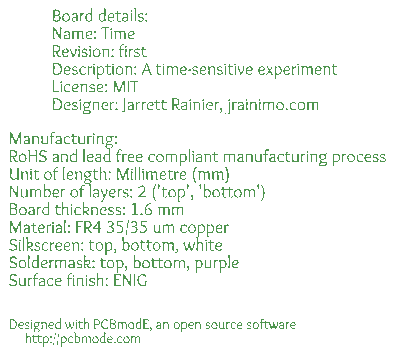
<source format=gbr>
G04                                                      *
G04 Greetings!                                           *
G04 This Gerber was generated by PCBmodE, an open source *
G04 PCB design software. Get it here:                    *
G04                                                      *
G04   http://pcbmode.com                                 *
G04                                                      *
G04 Also visit                                           *
G04                                                      *
G04   http://boldport.com                                *
G04                                                      *
G04 and follow @boldport / @pcbmode for updates!         *
G04                                                      *

G04 leading zeros omitted (L); absolute data (A); 6 integer digits and 6 fractional digits *
%FSLAX66Y66*%

G04 mode (MO): millimeters (MM) *
%MOMM*%

G04 Aperture definitions *
%ADD10C,0.001X*%
%ADD11C,0.001X*%

%LPD*%
G36*
G01X56448707Y1669382D02*
G01X56448707Y1669382D01*
G01X56453300Y1705110D01*
G01X56457409Y1744030D01*
G01X56461034Y1786145D01*
G01X56464176Y1831452D01*
G01X56466835Y1879953D01*
G01X56469010Y1931648D01*
G01X56470702Y1986535D01*
G01X56471911Y2044616D01*
G01X56472636Y2105891D01*
G01X56472877Y2170359D01*
G01X56472877Y2170359D01*
G01X56472877Y2170359D01*
G01X56472543Y2240424D01*
G01X56471541Y2305514D01*
G01X56469870Y2365628D01*
G01X56467530Y2420766D01*
G01X56464522Y2470928D01*
G01X56460846Y2516114D01*
G01X56456501Y2556324D01*
G01X56453102Y2581247D01*
G01X56453102Y2581247D01*
G01X56500897Y2588131D01*
G01X56550181Y2593313D01*
G01X56600954Y2596793D01*
G01X56653216Y2598572D01*
G01X56682350Y2598825D01*
G01X56691872Y2598825D01*
G01X56691872Y2598825D01*
G01X56751782Y2596657D01*
G01X56807383Y2590153D01*
G01X56858674Y2579312D01*
G01X56905655Y2564136D01*
G01X56948326Y2544622D01*
G01X56958839Y2538767D01*
G01X56958839Y2538767D01*
G01X57013296Y2490148D01*
G01X57044277Y2432741D01*
G01X57058404Y2380302D01*
G01X57062298Y2346589D01*
G01X57062477Y2341013D01*
G01X57062477Y2341013D01*
G01X57057262Y2284616D01*
G01X57041618Y2235544D01*
G01X57015543Y2193796D01*
G01X56979040Y2159372D01*
G01X56932106Y2132273D01*
G01X56932106Y2132273D01*
G01X56932106Y2132273D01*
G01X56981053Y2106810D01*
G01X57021487Y2075423D01*
G01X57053409Y2038110D01*
G01X57076818Y1994873D01*
G01X57091715Y1945710D01*
G01X57098100Y1890623D01*
G01X57098366Y1875925D01*
G01X57098366Y1875925D01*
G01X57094296Y1818750D01*
G01X57082087Y1767195D01*
G01X57061738Y1721260D01*
G01X57033249Y1680945D01*
G01X57006081Y1654001D01*
G01X57006081Y1654001D01*
G01X56944129Y1613900D01*
G01X56881011Y1590333D01*
G01X56826412Y1578906D01*
G01X56790018Y1575224D01*
G01X56780495Y1574900D01*
G01X56780495Y1574900D01*
G01X56717559Y1577025D01*
G01X56659271Y1583403D01*
G01X56605631Y1594032D01*
G01X56556637Y1608913D01*
G01X56512291Y1628046D01*
G01X56472592Y1651430D01*
G01X56448707Y1669382D01*
G37*
%LPC*%
G36*
G01X56564430Y1719919D02*
G01X56564430Y1719919D01*
G01X56603716Y1697048D01*
G01X56647560Y1681467D01*
G01X56647560Y1681467D01*
G01X56717332Y1668064D01*
G01X56752852Y1665723D01*
G01X56753395Y1665720D01*
G01X56753395Y1665720D01*
G01X56807245Y1670340D01*
G01X56855798Y1684199D01*
G01X56899054Y1707298D01*
G01X56916725Y1720652D01*
G01X56916725Y1720652D01*
G01X56960033Y1777150D01*
G01X56978424Y1833292D01*
G01X56982577Y1867365D01*
G01X56982643Y1870066D01*
G01X56982643Y1870066D01*
G01X56976843Y1924871D01*
G01X56959445Y1971981D01*
G01X56930447Y2011397D01*
G01X56908668Y2030466D01*
G01X56908668Y2030466D01*
G01X56846497Y2063574D01*
G01X56785425Y2079974D01*
G01X56740514Y2085537D01*
G01X56726295Y2086130D01*
G01X56726295Y2086130D01*
G01X56662993Y2085181D01*
G01X56613359Y2082333D01*
G01X56584206Y2078806D01*
G01X56584206Y2078806D01*
G01X56583818Y2042847D01*
G01X56582655Y2002238D01*
G01X56580717Y1956977D01*
G01X56578004Y1907065D01*
G01X56574516Y1852502D01*
G01X56570252Y1793288D01*
G01X56565213Y1729422D01*
G01X56564430Y1719919D01*
G37*
G36*
G01X56579079Y2501413D02*
G01X56579079Y2501413D01*
G01X56580721Y2461692D01*
G01X56582133Y2418115D01*
G01X56583314Y2370681D01*
G01X56584264Y2319392D01*
G01X56584984Y2264246D01*
G01X56585473Y2205244D01*
G01X56585670Y2163767D01*
G01X56585670Y2163767D01*
G01X56639194Y2161283D01*
G01X56667702Y2160837D01*
G01X56667702Y2160837D01*
G01X56740367Y2164196D01*
G01X56802093Y2174274D01*
G01X56852881Y2191070D01*
G01X56892730Y2214584D01*
G01X56921640Y2244817D01*
G01X56939611Y2281768D01*
G01X56946643Y2325437D01*
G01X56946754Y2332224D01*
G01X56946754Y2332224D01*
G01X56941558Y2377807D01*
G01X56925968Y2416527D01*
G01X56899984Y2448386D01*
G01X56863608Y2473383D01*
G01X56816837Y2491518D01*
G01X56759674Y2502791D01*
G01X56692117Y2507203D01*
G01X56681618Y2507273D01*
G01X56681618Y2507273D01*
G01X56639061Y2505866D01*
G01X56581732Y2501645D01*
G01X56579079Y2501413D01*
G37*
%LPD*%
G36*
G01X57233131Y1937448D02*
G01X57233131Y1937448D01*
G01X57236050Y1994674D01*
G01X57244807Y2047700D01*
G01X57259401Y2096526D01*
G01X57279833Y2141151D01*
G01X57306103Y2181576D01*
G01X57323219Y2202219D01*
G01X57323219Y2202219D01*
G01X57382340Y2251007D01*
G01X57445153Y2280600D01*
G01X57501989Y2295796D01*
G01X57543180Y2301395D01*
G01X57559059Y2302195D01*
G01X57559059Y2302195D01*
G01X57559059Y2302195D01*
G01X57612926Y2298585D01*
G01X57662642Y2287758D01*
G01X57708206Y2269712D01*
G01X57749619Y2244449D01*
G01X57786882Y2211967D01*
G01X57795998Y2202219D01*
G01X57795998Y2202219D01*
G01X57836250Y2143271D01*
G01X57862199Y2079756D01*
G01X57876986Y2019710D01*
G01X57883750Y1971168D01*
G01X57885630Y1942163D01*
G01X57885719Y1937448D01*
G01X57885719Y1937448D01*
G01X57878045Y1855059D01*
G01X57859208Y1786637D01*
G01X57835487Y1733336D01*
G01X57813161Y1696309D01*
G01X57798510Y1676710D01*
G01X57795998Y1673777D01*
G01X57795998Y1673777D01*
G01X57740034Y1627447D01*
G01X57680041Y1598465D01*
G01X57624444Y1582761D01*
G01X57581668Y1576266D01*
G01X57560138Y1574912D01*
G01X57559059Y1574900D01*
G01X57559059Y1574900D01*
G01X57505683Y1578469D01*
G01X57456325Y1589177D01*
G01X57410987Y1607025D01*
G01X57369668Y1632011D01*
G01X57332367Y1664136D01*
G01X57323219Y1673777D01*
G01X57323219Y1673777D01*
G01X57282803Y1732232D01*
G01X57256747Y1795428D01*
G01X57241900Y1855293D01*
G01X57235109Y1903753D01*
G01X57233221Y1932735D01*
G01X57233131Y1937448D01*
G37*
%LPC*%
G36*
G01X57338600Y1958689D02*
G01X57338600Y1958689D01*
G01X57341680Y1901678D01*
G01X57350921Y1849239D01*
G01X57366322Y1801372D01*
G01X57387884Y1758077D01*
G01X57396828Y1744089D01*
G01X57396828Y1744089D01*
G01X57451055Y1691732D01*
G01X57507616Y1666737D01*
G01X57548823Y1658983D01*
G01X57559059Y1658396D01*
G01X57559059Y1658396D01*
G01X57614094Y1663908D01*
G01X57661893Y1680446D01*
G01X57702458Y1708008D01*
G01X57722389Y1728708D01*
G01X57722389Y1728708D01*
G01X57757239Y1790175D01*
G01X57774503Y1853352D01*
G01X57780359Y1900939D01*
G01X57780983Y1916208D01*
G01X57780983Y1916208D01*
G01X57777806Y1973258D01*
G01X57768274Y2025813D01*
G01X57752389Y2073874D01*
G01X57730149Y2117440D01*
G01X57720924Y2131540D01*
G01X57720924Y2131540D01*
G01X57665972Y2184345D01*
G01X57609713Y2209554D01*
G01X57569100Y2217373D01*
G01X57559059Y2217966D01*
G01X57559059Y2217966D01*
G01X57504082Y2212396D01*
G01X57456454Y2195686D01*
G01X57416177Y2167837D01*
G01X57396461Y2146921D01*
G01X57396461Y2146921D01*
G01X57363010Y2087538D01*
G01X57345833Y2026163D01*
G01X57339504Y1978109D01*
G01X57338600Y1958689D01*
G01X57338600Y1958689D01*
G37*
%LPD*%
G36*
G01X58020485Y1785837D02*
G01X58020485Y1785837D01*
G01X58026816Y1842780D01*
G01X58045808Y1885640D01*
G01X58056374Y1898264D01*
G01X58056374Y1898264D01*
G01X58111812Y1935667D01*
G01X58152685Y1952039D01*
G01X58155250Y1952829D01*
G01X58155250Y1952829D01*
G01X58197802Y1962999D01*
G01X58244245Y1971887D01*
G01X58294580Y1979494D01*
G01X58348807Y1985820D01*
G01X58406925Y1990864D01*
G01X58440895Y1993112D01*
G01X58440895Y1993112D01*
G01X58438426Y2058307D01*
G01X58431018Y2111155D01*
G01X58418673Y2151658D01*
G01X58409401Y2169260D01*
G01X58409401Y2169260D01*
G01X58359461Y2203963D01*
G01X58301180Y2216370D01*
G01X58275368Y2217966D01*
G01X58275368Y2217966D01*
G01X58228448Y2209879D01*
G01X58188576Y2191233D01*
G01X58188576Y2191233D01*
G01X58139194Y2144161D01*
G01X58120936Y2113471D01*
G01X58120827Y2113230D01*
G01X58120827Y2113230D01*
G01X58069191Y2134836D01*
G01X58051979Y2173288D01*
G01X58051979Y2173288D01*
G01X58051979Y2173288D01*
G01X58063522Y2216413D01*
G01X58098151Y2252038D01*
G01X58124123Y2267038D01*
G01X58124123Y2267038D01*
G01X58189973Y2289612D01*
G01X58250310Y2299590D01*
G01X58287612Y2302117D01*
G01X58292213Y2302194D01*
G01X58292213Y2302194D01*
G01X58352364Y2298853D01*
G01X58403908Y2288828D01*
G01X58446846Y2272119D01*
G01X58481178Y2248728D01*
G01X58481178Y2248728D01*
G01X58481178Y2248728D01*
G01X58515900Y2196302D01*
G01X58533729Y2133097D01*
G01X58540298Y2079916D01*
G01X58541237Y2057566D01*
G01X58541237Y2057566D01*
G01X58541237Y2057566D01*
G01X58540761Y2023146D01*
G01X58539772Y1969309D01*
G01X58539772Y1969309D01*
G01X58538564Y1890580D01*
G01X58538310Y1856331D01*
G01X58538307Y1854685D01*
G01X58538307Y1854685D01*
G01X58539450Y1789060D01*
G01X58542877Y1730466D01*
G01X58548590Y1678903D01*
G01X58556588Y1634372D01*
G01X58566872Y1596872D01*
G01X58566872Y1596872D01*
G01X58566872Y1596872D01*
G01X58519686Y1585492D01*
G01X58508278Y1585153D01*
G01X58508278Y1585153D01*
G01X58462042Y1600587D01*
G01X58461769Y1600901D01*
G01X58461769Y1600901D01*
G01X58443891Y1650584D01*
G01X58443825Y1651071D01*
G01X58443825Y1651071D01*
G01X58398839Y1618896D01*
G01X58353178Y1595496D01*
G01X58306842Y1580871D01*
G01X58259831Y1575021D01*
G01X58251930Y1574900D01*
G01X58251930Y1574900D01*
G01X58191838Y1579034D01*
G01X58140761Y1591437D01*
G01X58098700Y1612109D01*
G01X58065654Y1641050D01*
G01X58041623Y1678259D01*
G01X58026607Y1723737D01*
G01X58020606Y1777484D01*
G01X58020485Y1785837D01*
G37*
%LPC*%
G36*
G01X58125954Y1785837D02*
G01X58125954Y1785837D01*
G01X58134168Y1731284D01*
G01X58158809Y1691609D01*
G01X58164772Y1686228D01*
G01X58164772Y1686228D01*
G01X58226361Y1658532D01*
G01X58263366Y1654003D01*
G01X58263649Y1654001D01*
G01X58263649Y1654001D01*
G01X58316329Y1658913D01*
G01X58364416Y1673650D01*
G01X58407912Y1698211D01*
G01X58435768Y1721384D01*
G01X58435768Y1721384D01*
G01X58434418Y1766398D01*
G01X58434303Y1791696D01*
G01X58434303Y1791696D01*
G01X58435519Y1842392D01*
G01X58437967Y1893580D01*
G01X58439430Y1916208D01*
G01X58439430Y1916208D01*
G01X58385476Y1910309D01*
G01X58374245Y1908884D01*
G01X58374245Y1908884D01*
G01X58317606Y1901837D01*
G01X58315285Y1901560D01*
G01X58315285Y1901560D01*
G01X58260892Y1892898D01*
G01X58260353Y1892771D01*
G01X58260353Y1892771D01*
G01X58216408Y1880686D01*
G01X58216408Y1880686D01*
G01X58177589Y1863840D01*
G01X58177589Y1863840D01*
G01X58150490Y1843698D01*
G01X58150490Y1843698D01*
G01X58131081Y1818430D01*
G01X58131081Y1818430D01*
G01X58125954Y1785837D01*
G37*
%LPD*%
G36*
G01X58738991Y2286814D02*
G01X58738991Y2286814D01*
G01X58789177Y2291206D01*
G01X58790260Y2291208D01*
G01X58790260Y2291208D01*
G01X58839238Y2276539D01*
G01X58854713Y2234812D01*
G01X58854713Y2234812D01*
G01X58853981Y2214304D01*
G01X58853981Y2214304D01*
G01X58853249Y2182077D01*
G01X58853249Y2182077D01*
G01X58883574Y2220910D01*
G01X58921698Y2256198D01*
G01X58933449Y2265207D01*
G01X58933449Y2265207D01*
G01X58998481Y2296688D01*
G01X59032172Y2302187D01*
G01X59032692Y2302195D01*
G01X59032692Y2302195D01*
G01X59081502Y2290276D01*
G01X59086891Y2286447D01*
G01X59086891Y2286447D01*
G01X59106666Y2243601D01*
G01X59106666Y2243601D01*
G01X59093186Y2200721D01*
G01X59076637Y2176218D01*
G01X59076637Y2176218D01*
G01X59032493Y2200872D01*
G01X59004127Y2204782D01*
G01X59004127Y2204782D01*
G01X58958094Y2194812D01*
G01X58920265Y2171823D01*
G01X58920265Y2171823D01*
G01X58873011Y2121300D01*
G01X58850428Y2086216D01*
G01X58849586Y2084665D01*
G01X58849586Y2084665D01*
G01X58848902Y2050572D01*
G01X58848432Y2003665D01*
G01X58848174Y1943944D01*
G01X58848122Y1894236D01*
G01X58848122Y1894236D01*
G01X58848947Y1828595D01*
G01X58851424Y1769136D01*
G01X58855551Y1715858D01*
G01X58861330Y1668760D01*
G01X58868759Y1627843D01*
G01X58876686Y1596872D01*
G01X58876686Y1596872D01*
G01X58827908Y1585383D01*
G01X58819557Y1585153D01*
G01X58819557Y1585153D01*
G01X58768879Y1597267D01*
G01X58761330Y1604563D01*
G01X58761330Y1604563D01*
G01X58746610Y1662059D01*
G01X58746315Y1670847D01*
G01X58746315Y1670847D01*
G01X58746586Y1704566D01*
G01X58747398Y1764151D01*
G01X58747780Y1789133D01*
G01X58747780Y1789133D01*
G01X58748842Y1872260D01*
G01X58749205Y1922052D01*
G01X58749245Y1935984D01*
G01X58749245Y1935984D01*
G01X58749014Y1998600D01*
G01X58748322Y2057690D01*
G01X58747168Y2113253D01*
G01X58745553Y2165290D01*
G01X58743477Y2213800D01*
G01X58740939Y2258784D01*
G01X58738991Y2286814D01*
G37*
G36*
G01X59188698Y1937448D02*
G01X59188698Y1937448D01*
G01X59191688Y1994218D01*
G01X59200658Y2046930D01*
G01X59215608Y2095584D01*
G01X59236538Y2140180D01*
G01X59263449Y2180719D01*
G01X59280983Y2201487D01*
G01X59280983Y2201487D01*
G01X59339577Y2250632D01*
G01X59399225Y2280442D01*
G01X59451842Y2295749D01*
G01X59489342Y2301389D01*
G01X59503639Y2302195D01*
G01X59503639Y2302195D01*
G01X59503639Y2302195D01*
G01X59553629Y2298175D01*
G01X59602700Y2286116D01*
G01X59650852Y2266019D01*
G01X59677956Y2250925D01*
G01X59677956Y2250925D01*
G01X59679570Y2310342D01*
G01X59680547Y2361942D01*
G01X59680885Y2405726D01*
G01X59680885Y2406931D01*
G01X59680885Y2406931D01*
G01X59680506Y2470908D01*
G01X59679367Y2529950D01*
G01X59677468Y2584055D01*
G01X59674810Y2633225D01*
G01X59671393Y2677458D01*
G01X59669167Y2699900D01*
G01X59669167Y2699900D01*
G01X59719136Y2704278D01*
G01X59722633Y2704294D01*
G01X59722633Y2704294D01*
G01X59773170Y2690012D01*
G01X59790016Y2647165D01*
G01X59790016Y2647165D01*
G01X59790016Y2647165D01*
G01X59789847Y2624103D01*
G01X59789341Y2589603D01*
G01X59788497Y2543665D01*
G01X59787316Y2486290D01*
G01X59785797Y2417478D01*
G01X59783941Y2337228D01*
G01X59783424Y2315378D01*
G01X59783424Y2315378D01*
G01X59781173Y2215326D01*
G01X59779504Y2131243D01*
G01X59778329Y2062464D01*
G01X59777562Y2008323D01*
G01X59777115Y1968152D01*
G01X59776903Y1941287D01*
G01X59776837Y1927060D01*
G01X59776833Y1924265D01*
G01X59776833Y1924265D01*
G01X59777564Y1848552D01*
G01X59779758Y1781727D01*
G01X59783414Y1723790D01*
G01X59788533Y1674740D01*
G01X59795114Y1634577D01*
G01X59803158Y1603302D01*
G01X59805397Y1596872D01*
G01X59805397Y1596872D01*
G01X59757324Y1585383D01*
G01X59748268Y1585153D01*
G01X59748268Y1585153D01*
G01X59703740Y1600282D01*
G01X59683537Y1645666D01*
G01X59682350Y1659861D01*
G01X59682350Y1659861D01*
G01X59640394Y1625273D01*
G01X59596733Y1599674D01*
G01X59551368Y1583064D01*
G01X59504298Y1575443D01*
G01X59487526Y1574900D01*
G01X59486061Y1574900D01*
G01X59486061Y1574900D01*
G01X59437001Y1579422D01*
G01X59390718Y1592987D01*
G01X59347213Y1615597D01*
G01X59306486Y1647251D01*
G01X59277321Y1677439D01*
G01X59277321Y1677439D01*
G01X59237562Y1736910D01*
G01X59211930Y1799628D01*
G01X59197324Y1858160D01*
G01X59190643Y1905074D01*
G01X59188786Y1932937D01*
G01X59188698Y1937448D01*
G37*
%LPC*%
G36*
G01X59294166Y1958689D02*
G01X59294166Y1958689D01*
G01X59297215Y1902340D01*
G01X59306361Y1850601D01*
G01X59321604Y1803469D01*
G01X59342945Y1760946D01*
G01X59357155Y1739694D01*
G01X59357155Y1739694D01*
G01X59413726Y1685986D01*
G01X59467459Y1661301D01*
G01X59503110Y1654352D01*
G01X59509499Y1654001D01*
G01X59509499Y1654001D01*
G01X59554988Y1659794D01*
G01X59599290Y1677173D01*
G01X59642403Y1706137D01*
G01X59677956Y1739694D01*
G01X59677956Y1739694D01*
G01X59677295Y1827768D01*
G01X59676718Y1906012D01*
G01X59676226Y1974426D01*
G01X59675818Y2033010D01*
G01X59675495Y2081765D01*
G01X59675256Y2120690D01*
G01X59675101Y2149785D01*
G01X59675031Y2169051D01*
G01X59675026Y2173288D01*
G01X59675026Y2173288D01*
G01X59626021Y2196695D01*
G01X59578003Y2211515D01*
G01X59530969Y2217747D01*
G01X59520485Y2217966D01*
G01X59520485Y2217966D01*
G01X59467131Y2212787D01*
G01X59420184Y2197249D01*
G01X59379645Y2171353D01*
G01X59354957Y2146921D01*
G01X59354957Y2146921D01*
G01X59319813Y2087538D01*
G01X59301765Y2026163D01*
G01X59295116Y1978109D01*
G01X59294166Y1958689D01*
G01X59294166Y1958689D01*
G37*
%LPD*%
G36*
G01X60307106Y1937448D02*
G01X60307106Y1937448D01*
G01X60310096Y1994218D01*
G01X60319066Y2046930D01*
G01X60334016Y2095584D01*
G01X60354947Y2140180D01*
G01X60381857Y2180719D01*
G01X60399391Y2201487D01*
G01X60399391Y2201487D01*
G01X60457985Y2250632D01*
G01X60517633Y2280442D01*
G01X60570250Y2295749D01*
G01X60607750Y2301389D01*
G01X60622047Y2302195D01*
G01X60622047Y2302195D01*
G01X60622047Y2302195D01*
G01X60672037Y2298175D01*
G01X60721108Y2286116D01*
G01X60769261Y2266019D01*
G01X60796364Y2250925D01*
G01X60796364Y2250925D01*
G01X60797978Y2310342D01*
G01X60798955Y2361942D01*
G01X60799293Y2405726D01*
G01X60799293Y2406931D01*
G01X60799293Y2406931D01*
G01X60798914Y2470908D01*
G01X60797775Y2529950D01*
G01X60795876Y2584055D01*
G01X60793218Y2633225D01*
G01X60789801Y2677458D01*
G01X60787575Y2699900D01*
G01X60787575Y2699900D01*
G01X60837544Y2704278D01*
G01X60841042Y2704294D01*
G01X60841042Y2704294D01*
G01X60891579Y2690012D01*
G01X60908424Y2647165D01*
G01X60908424Y2647165D01*
G01X60908424Y2647165D01*
G01X60908256Y2624103D01*
G01X60907749Y2589603D01*
G01X60906906Y2543665D01*
G01X60905724Y2486290D01*
G01X60904206Y2417478D01*
G01X60902349Y2337228D01*
G01X60901833Y2315378D01*
G01X60901833Y2315378D01*
G01X60899581Y2215326D01*
G01X60897912Y2131243D01*
G01X60896737Y2062464D01*
G01X60895970Y2008323D01*
G01X60895523Y1968152D01*
G01X60895311Y1941287D01*
G01X60895246Y1927060D01*
G01X60895241Y1924265D01*
G01X60895241Y1924265D01*
G01X60895972Y1848552D01*
G01X60898166Y1781727D01*
G01X60901822Y1723790D01*
G01X60906941Y1674740D01*
G01X60913522Y1634577D01*
G01X60921566Y1603302D01*
G01X60923805Y1596872D01*
G01X60923805Y1596872D01*
G01X60875732Y1585383D01*
G01X60866676Y1585153D01*
G01X60866676Y1585153D01*
G01X60822149Y1600282D01*
G01X60801945Y1645666D01*
G01X60800758Y1659861D01*
G01X60800758Y1659861D01*
G01X60758802Y1625273D01*
G01X60715142Y1599674D01*
G01X60669776Y1583064D01*
G01X60622706Y1575443D01*
G01X60605934Y1574900D01*
G01X60604469Y1574900D01*
G01X60604469Y1574900D01*
G01X60555409Y1579422D01*
G01X60509126Y1592987D01*
G01X60465622Y1615597D01*
G01X60424895Y1647251D01*
G01X60395729Y1677439D01*
G01X60395729Y1677439D01*
G01X60355970Y1736910D01*
G01X60330338Y1799628D01*
G01X60315732Y1858160D01*
G01X60309051Y1905074D01*
G01X60307195Y1932937D01*
G01X60307106Y1937448D01*
G37*
%LPC*%
G36*
G01X60412575Y1958689D02*
G01X60412575Y1958689D01*
G01X60415623Y1902340D01*
G01X60424769Y1850601D01*
G01X60440012Y1803469D01*
G01X60461353Y1760946D01*
G01X60475563Y1739694D01*
G01X60475563Y1739694D01*
G01X60532134Y1685986D01*
G01X60585867Y1661301D01*
G01X60621518Y1654352D01*
G01X60627907Y1654001D01*
G01X60627907Y1654001D01*
G01X60673397Y1659794D01*
G01X60717698Y1677173D01*
G01X60760811Y1706137D01*
G01X60796364Y1739694D01*
G01X60796364Y1739694D01*
G01X60795703Y1827768D01*
G01X60795126Y1906012D01*
G01X60794634Y1974426D01*
G01X60794226Y2033010D01*
G01X60793903Y2081765D01*
G01X60793664Y2120690D01*
G01X60793509Y2149785D01*
G01X60793439Y2169051D01*
G01X60793434Y2173288D01*
G01X60793434Y2173288D01*
G01X60744430Y2196695D01*
G01X60696411Y2211515D01*
G01X60649377Y2217747D01*
G01X60638893Y2217966D01*
G01X60638893Y2217966D01*
G01X60585539Y2212787D01*
G01X60538592Y2197249D01*
G01X60498053Y2171353D01*
G01X60473366Y2146921D01*
G01X60473366Y2146921D01*
G01X60438221Y2087538D01*
G01X60420174Y2026163D01*
G01X60413525Y1978109D01*
G01X60412575Y1958689D01*
G01X60412575Y1958689D01*
G37*
%LPD*%
G36*
G01X61080543Y1934519D02*
G01X61080543Y1934519D01*
G01X61083433Y1992412D01*
G01X61092101Y2045563D01*
G01X61106547Y2093973D01*
G01X61126772Y2137642D01*
G01X61152776Y2176569D01*
G01X61180519Y2206980D01*
G01X61180519Y2206980D01*
G01X61243323Y2253445D01*
G01X61306337Y2281628D01*
G01X61361424Y2296101D01*
G01X61400445Y2301433D01*
G01X61415260Y2302195D01*
G01X61415260Y2302195D01*
G01X61415260Y2302195D01*
G01X61470812Y2297543D01*
G01X61520162Y2283590D01*
G01X61563310Y2260334D01*
G01X61585182Y2242868D01*
G01X61585182Y2242868D01*
G01X61629871Y2182903D01*
G01X61647326Y2130066D01*
G01X61650363Y2104085D01*
G01X61650368Y2103708D01*
G01X61650368Y2103708D01*
G01X61645149Y2050058D01*
G01X61629494Y2006296D01*
G01X61629494Y2006296D01*
G01X61629494Y2006296D01*
G01X61587543Y1954984D01*
G01X61574928Y1945139D01*
G01X61574928Y1945139D01*
G01X61514801Y1919902D01*
G01X61477592Y1910729D01*
G01X61477516Y1910715D01*
G01X61477516Y1910715D01*
G01X61405903Y1900209D01*
G01X61359180Y1896102D01*
G01X61352272Y1895700D01*
G01X61352272Y1895700D01*
G01X61288010Y1893733D01*
G01X61226239Y1892931D01*
G01X61191834Y1892772D01*
G01X61190407Y1892771D01*
G01X61190407Y1892771D01*
G01X61199752Y1837861D01*
G01X61215130Y1789413D01*
G01X61236542Y1747424D01*
G01X61255226Y1721750D01*
G01X61255226Y1721750D01*
G01X61312492Y1679208D01*
G01X61369334Y1661872D01*
G01X61401467Y1658417D01*
G01X61402809Y1658396D01*
G01X61402809Y1658396D01*
G01X61460067Y1664109D01*
G01X61506859Y1681248D01*
G01X61543187Y1709814D01*
G01X61562477Y1736765D01*
G01X61562477Y1736765D01*
G01X61610152Y1705747D01*
G01X61621803Y1673777D01*
G01X61621803Y1673777D01*
G01X61606109Y1634936D01*
G01X61559028Y1604195D01*
G01X61553688Y1601999D01*
G01X61553688Y1601999D01*
G01X61484596Y1583050D01*
G01X61426611Y1575965D01*
G01X61401369Y1574900D01*
G01X61401344Y1574900D01*
G01X61401344Y1574900D01*
G01X61346867Y1578459D01*
G01X61296520Y1589138D01*
G01X61250304Y1606936D01*
G01X61208219Y1631853D01*
G01X61170265Y1663889D01*
G01X61170265Y1663889D01*
G01X61170265Y1663889D01*
G01X61130013Y1719349D01*
G01X61104063Y1783223D01*
G01X61089277Y1845912D01*
G01X61082513Y1897818D01*
G01X61080633Y1929344D01*
G01X61080543Y1934519D01*
G37*
%LPC*%
G36*
G01X61188942Y1967478D02*
G01X61188942Y1967478D01*
G01X61245566Y1967801D01*
G01X61291511Y1968772D01*
G01X61296608Y1968943D01*
G01X61296608Y1968943D01*
G01X61362759Y1974446D01*
G01X61391090Y1978098D01*
G01X61391090Y1978098D01*
G01X61459215Y1993843D01*
G01X61473854Y1999338D01*
G01X61473854Y1999338D01*
G01X61522221Y2034596D01*
G01X61525490Y2038156D01*
G01X61525490Y2038156D01*
G01X61546759Y2094547D01*
G01X61547096Y2100778D01*
G01X61547096Y2100778D01*
G01X61535986Y2148315D01*
G01X61507545Y2184275D01*
G01X61507545Y2184275D01*
G01X61446016Y2214488D01*
G01X61409677Y2219429D01*
G01X61409401Y2219431D01*
G01X61409401Y2219431D01*
G01X61357721Y2213894D01*
G01X61310788Y2197282D01*
G01X61268600Y2169597D01*
G01X61255592Y2157907D01*
G01X61255592Y2157907D01*
G01X61218296Y2102198D01*
G01X61198372Y2039621D01*
G01X61190395Y1988581D01*
G01X61188942Y1967478D01*
G01X61188942Y1967478D01*
G37*
%LPD*%
G36*
G01X61717750Y2233347D02*
G01X61717750Y2233347D01*
G01X61738338Y2276491D01*
G01X61740089Y2277292D01*
G01X61740089Y2277292D01*
G01X61800399Y2286405D01*
G01X61816627Y2286814D01*
G01X61859108Y2286814D01*
G01X61859108Y2286814D01*
G01X61857020Y2344118D01*
G01X61854274Y2395622D01*
G01X61850868Y2441325D01*
G01X61849586Y2455271D01*
G01X61849586Y2455271D01*
G01X61899391Y2459665D01*
G01X61899391Y2459665D01*
G01X61899391Y2459665D01*
G01X61951760Y2446503D01*
G01X61971054Y2407015D01*
G01X61971168Y2402536D01*
G01X61971168Y2402536D01*
G01X61970085Y2370456D01*
G01X61966835Y2310750D01*
G01X61965309Y2285349D01*
G01X61965309Y2285349D01*
G01X62036325Y2285671D01*
G01X62097028Y2286638D01*
G01X62147418Y2288249D01*
G01X62187497Y2290505D01*
G01X62217262Y2293405D01*
G01X62217262Y2293405D01*
G01X62217262Y2293405D01*
G01X62223122Y2258249D01*
G01X62223122Y2258249D01*
G01X62207374Y2217966D01*
G01X62207374Y2217966D01*
G01X62157295Y2206251D01*
G01X62157204Y2206247D01*
G01X62157204Y2206247D01*
G01X62124305Y2205585D01*
G01X62078929Y2205120D01*
G01X62021077Y2204853D01*
G01X61962379Y2204782D01*
G01X61962379Y2204782D01*
G01X61961566Y2155844D01*
G01X61960885Y2106147D01*
G01X61960336Y2055692D01*
G01X61959918Y2004480D01*
G01X61959633Y1952509D01*
G01X61959479Y1899780D01*
G01X61959450Y1864206D01*
G01X61959450Y1864206D01*
G01X61961914Y1796863D01*
G01X61969305Y1744365D01*
G01X61981624Y1706711D01*
G01X61988747Y1694651D01*
G01X61988747Y1694651D01*
G01X62044345Y1660053D01*
G01X62084721Y1654010D01*
G01X62085426Y1654001D01*
G01X62085426Y1654001D01*
G01X62135106Y1662011D01*
G01X62178327Y1686043D01*
G01X62193092Y1699411D01*
G01X62193092Y1699411D01*
G01X62219214Y1655059D01*
G01X62220192Y1645212D01*
G01X62220192Y1645212D01*
G01X62198935Y1605218D01*
G01X62181374Y1594309D01*
G01X62181374Y1594309D01*
G01X62117347Y1577046D01*
G01X62086891Y1574900D01*
G01X62086891Y1574900D01*
G01X62027071Y1579752D01*
G01X61977105Y1594308D01*
G01X61936991Y1618569D01*
G01X61910744Y1646677D01*
G01X61910744Y1646677D01*
G01X61882681Y1704876D01*
G01X61867239Y1770012D01*
G01X61860646Y1826472D01*
G01X61859134Y1858644D01*
G01X61859108Y1861277D01*
G01X61859108Y1861277D01*
G01X61859921Y1938329D01*
G01X61860602Y2006450D01*
G01X61861151Y2065639D01*
G01X61861569Y2115896D01*
G01X61861854Y2157221D01*
G01X61862008Y2189614D01*
G01X61862038Y2206247D01*
G01X61862038Y2206247D01*
G01X61841882Y2204823D01*
G01X61787745Y2200552D01*
G01X61722145Y2195261D01*
G01X61722145Y2195261D01*
G01X61717750Y2233347D01*
G37*
G36*
G01X62312477Y1785837D02*
G01X62312477Y1785837D01*
G01X62318808Y1842780D01*
G01X62337800Y1885640D01*
G01X62348366Y1898264D01*
G01X62348366Y1898264D01*
G01X62403804Y1935667D01*
G01X62444677Y1952039D01*
G01X62447243Y1952829D01*
G01X62447243Y1952829D01*
G01X62489794Y1962999D01*
G01X62536237Y1971887D01*
G01X62586572Y1979494D01*
G01X62640799Y1985820D01*
G01X62698917Y1990864D01*
G01X62732887Y1993112D01*
G01X62732887Y1993112D01*
G01X62730418Y2058307D01*
G01X62723011Y2111155D01*
G01X62710665Y2151658D01*
G01X62701393Y2169260D01*
G01X62701393Y2169260D01*
G01X62651453Y2203963D01*
G01X62593172Y2216370D01*
G01X62567360Y2217966D01*
G01X62567360Y2217966D01*
G01X62520440Y2209879D01*
G01X62480568Y2191233D01*
G01X62480568Y2191233D01*
G01X62431186Y2144161D01*
G01X62412928Y2113471D01*
G01X62412819Y2113230D01*
G01X62412819Y2113230D01*
G01X62361183Y2134836D01*
G01X62343971Y2173288D01*
G01X62343971Y2173288D01*
G01X62343971Y2173288D01*
G01X62355514Y2216413D01*
G01X62390143Y2252038D01*
G01X62416115Y2267038D01*
G01X62416115Y2267038D01*
G01X62481965Y2289612D01*
G01X62542302Y2299590D01*
G01X62579604Y2302117D01*
G01X62584206Y2302194D01*
G01X62584206Y2302194D01*
G01X62644356Y2298853D01*
G01X62695900Y2288828D01*
G01X62738838Y2272119D01*
G01X62773170Y2248728D01*
G01X62773170Y2248728D01*
G01X62773170Y2248728D01*
G01X62807892Y2196302D01*
G01X62825722Y2133097D01*
G01X62832291Y2079916D01*
G01X62833229Y2057566D01*
G01X62833229Y2057566D01*
G01X62833229Y2057566D01*
G01X62832753Y2023146D01*
G01X62831764Y1969309D01*
G01X62831764Y1969309D01*
G01X62830557Y1890580D01*
G01X62830302Y1856331D01*
G01X62830299Y1854685D01*
G01X62830299Y1854685D01*
G01X62831442Y1789060D01*
G01X62834870Y1730466D01*
G01X62840582Y1678903D01*
G01X62848581Y1634372D01*
G01X62858864Y1596872D01*
G01X62858864Y1596872D01*
G01X62858864Y1596872D01*
G01X62811678Y1585492D01*
G01X62800270Y1585153D01*
G01X62800270Y1585153D01*
G01X62754034Y1600587D01*
G01X62753761Y1600901D01*
G01X62753761Y1600901D01*
G01X62735883Y1650584D01*
G01X62735817Y1651071D01*
G01X62735817Y1651071D01*
G01X62690831Y1618896D01*
G01X62645170Y1595496D01*
G01X62598834Y1580871D01*
G01X62551823Y1575021D01*
G01X62543922Y1574900D01*
G01X62543922Y1574900D01*
G01X62483830Y1579034D01*
G01X62432754Y1591437D01*
G01X62390692Y1612109D01*
G01X62357646Y1641050D01*
G01X62333615Y1678259D01*
G01X62318599Y1723737D01*
G01X62312598Y1777484D01*
G01X62312477Y1785837D01*
G37*
%LPC*%
G36*
G01X62417946Y1785837D02*
G01X62417946Y1785837D01*
G01X62426160Y1731284D01*
G01X62450802Y1691609D01*
G01X62456764Y1686228D01*
G01X62456764Y1686228D01*
G01X62518353Y1658532D01*
G01X62555358Y1654003D01*
G01X62555641Y1654001D01*
G01X62555641Y1654001D01*
G01X62608321Y1658913D01*
G01X62656409Y1673650D01*
G01X62699905Y1698211D01*
G01X62727760Y1721384D01*
G01X62727760Y1721384D01*
G01X62726410Y1766398D01*
G01X62726295Y1791696D01*
G01X62726295Y1791696D01*
G01X62727512Y1842392D01*
G01X62729959Y1893580D01*
G01X62731422Y1916208D01*
G01X62731422Y1916208D01*
G01X62677468Y1910309D01*
G01X62666237Y1908884D01*
G01X62666237Y1908884D01*
G01X62609598Y1901837D01*
G01X62607277Y1901560D01*
G01X62607277Y1901560D01*
G01X62552885Y1892898D01*
G01X62552345Y1892771D01*
G01X62552345Y1892771D01*
G01X62508400Y1880686D01*
G01X62508400Y1880686D01*
G01X62469582Y1863840D01*
G01X62469582Y1863840D01*
G01X62442482Y1843698D01*
G01X62442482Y1843698D01*
G01X62423073Y1818430D01*
G01X62423073Y1818430D01*
G01X62417946Y1785837D01*
G37*
%LPD*%
G36*
G01X63020729Y2452341D02*
G01X63020729Y2452341D01*
G01X63035963Y2498747D01*
G01X63044533Y2508371D01*
G01X63044533Y2508371D01*
G01X63096998Y2531308D01*
G01X63099831Y2531443D01*
G01X63099831Y2531443D01*
G01X63145324Y2514774D01*
G01X63152199Y2508371D01*
G01X63152199Y2508371D01*
G01X63174407Y2455295D01*
G01X63174538Y2452341D01*
G01X63174538Y2452341D01*
G01X63160055Y2405324D01*
G01X63150734Y2394480D01*
G01X63150734Y2394480D01*
G01X63099059Y2371138D01*
G01X63096901Y2371042D01*
G01X63096901Y2371042D01*
G01X63050451Y2386804D01*
G01X63043068Y2393381D01*
G01X63043068Y2393381D01*
G01X63020967Y2447566D01*
G01X63020729Y2452341D01*
G37*
G36*
G01X63039772Y2286814D02*
G01X63039772Y2286814D01*
G01X63089959Y2291206D01*
G01X63091041Y2291208D01*
G01X63091041Y2291208D01*
G01X63143066Y2277667D01*
G01X63161326Y2237045D01*
G01X63161354Y2234812D01*
G01X63161354Y2234812D01*
G01X63159384Y2190849D01*
G01X63158424Y2173288D01*
G01X63158424Y2173288D01*
G01X63155170Y2106185D01*
G01X63152959Y2052777D01*
G01X63152565Y2042551D01*
G01X63152565Y2042551D01*
G01X63150477Y1968116D01*
G01X63149731Y1913784D01*
G01X63149635Y1894236D01*
G01X63149635Y1894236D01*
G01X63150461Y1828595D01*
G01X63152937Y1769136D01*
G01X63157065Y1715858D01*
G01X63162843Y1668760D01*
G01X63170273Y1627843D01*
G01X63178200Y1596872D01*
G01X63178200Y1596872D01*
G01X63129422Y1585383D01*
G01X63121071Y1585153D01*
G01X63121071Y1585153D01*
G01X63070164Y1597267D01*
G01X63062477Y1604563D01*
G01X63062477Y1604563D01*
G01X63047399Y1662059D01*
G01X63047096Y1670847D01*
G01X63047096Y1670847D01*
G01X63047435Y1704566D01*
G01X63048450Y1764151D01*
G01X63048927Y1789133D01*
G01X63048927Y1789133D01*
G01X63050255Y1872260D01*
G01X63050709Y1922052D01*
G01X63050758Y1935984D01*
G01X63050758Y1935984D01*
G01X63050511Y1998600D01*
G01X63049769Y2057690D01*
G01X63048534Y2113253D01*
G01X63046803Y2165290D01*
G01X63044578Y2213800D01*
G01X63041859Y2258784D01*
G01X63039772Y2286814D01*
G37*
G36*
G01X63350319Y2699900D02*
G01X63350319Y2699900D01*
G01X63400208Y2704283D01*
G01X63403053Y2704294D01*
G01X63403053Y2704294D01*
G01X63453994Y2690577D01*
G01X63471873Y2649427D01*
G01X63471901Y2647165D01*
G01X63471901Y2647165D01*
G01X63471029Y2612602D01*
G01X63469704Y2566965D01*
G01X63469704Y2566965D01*
G01X63467844Y2502243D01*
G01X63466003Y2436021D01*
G01X63464642Y2386257D01*
G01X63464210Y2370310D01*
G01X63464210Y2370310D01*
G01X63462540Y2294468D01*
G01X63461558Y2225535D01*
G01X63461081Y2170226D01*
G01X63460928Y2135256D01*
G01X63460915Y2126413D01*
G01X63460915Y1892771D01*
G01X63460915Y1892771D01*
G01X63461740Y1828000D01*
G01X63464217Y1769155D01*
G01X63468344Y1716238D01*
G01X63474123Y1669247D01*
G01X63481552Y1628183D01*
G01X63489479Y1596872D01*
G01X63489479Y1596872D01*
G01X63440663Y1585352D01*
G01X63433083Y1585153D01*
G01X63433083Y1585153D01*
G01X63382270Y1596927D01*
G01X63375221Y1603098D01*
G01X63375221Y1603098D01*
G01X63359237Y1658305D01*
G01X63359108Y1662790D01*
G01X63359108Y1662790D01*
G01X63359215Y1689114D01*
G01X63359535Y1734073D01*
G01X63360069Y1797665D01*
G01X63360573Y1853586D01*
G01X63360573Y1853586D01*
G01X63361315Y1943346D01*
G01X63361752Y2011946D01*
G01X63361963Y2059447D01*
G01X63362032Y2085910D01*
G01X63362038Y2091989D01*
G01X63362038Y2266306D01*
G01X63362038Y2266306D01*
G01X63361869Y2347264D01*
G01X63361363Y2420332D01*
G01X63360519Y2485512D01*
G01X63359338Y2542803D01*
G01X63357819Y2592204D01*
G01X63355963Y2633717D01*
G01X63353769Y2667340D01*
G01X63351238Y2693075D01*
G01X63350319Y2699900D01*
G37*
G36*
G01X63639625Y1694284D02*
G01X63639625Y1694284D01*
G01X63657152Y1732265D01*
G01X63707008Y1757273D01*
G01X63707008Y1757273D01*
G01X63731871Y1716182D01*
G01X63774115Y1685723D01*
G01X63778419Y1683664D01*
G01X63778419Y1683664D01*
G01X63845398Y1663585D01*
G01X63891607Y1658543D01*
G01X63897438Y1658396D01*
G01X63897438Y1658396D01*
G01X63969311Y1670968D01*
G01X64001050Y1686441D01*
G01X64001808Y1686960D01*
G01X64001808Y1686960D01*
G01X64036735Y1741983D01*
G01X64041725Y1775583D01*
G01X64041725Y1775583D01*
G01X64041725Y1775583D01*
G01X64027355Y1821814D01*
G01X64001808Y1844431D01*
G01X64001808Y1844431D01*
G01X63939656Y1871611D01*
G01X63905196Y1881403D01*
G01X63905128Y1881418D01*
G01X63905128Y1881418D01*
G01X63836273Y1898672D01*
G01X63794438Y1910495D01*
G01X63791237Y1911447D01*
G01X63791237Y1911447D01*
G01X63728893Y1944454D01*
G01X63696476Y1974028D01*
G01X63694191Y1976633D01*
G01X63694191Y1976633D01*
G01X63664255Y2037085D01*
G01X63654975Y2089604D01*
G01X63654274Y2103708D01*
G01X63654274Y2103708D01*
G01X63661228Y2153169D01*
G01X63682091Y2196960D01*
G01X63716863Y2235083D01*
G01X63731544Y2246530D01*
G01X63731544Y2246530D01*
G01X63796225Y2280540D01*
G01X63855832Y2296776D01*
G01X63896484Y2301813D01*
G01X63906227Y2302195D01*
G01X63906227Y2302195D01*
G01X63956520Y2298113D01*
G01X64006148Y2285868D01*
G01X64044289Y2270700D01*
G01X64044289Y2270700D01*
G01X64100140Y2221891D01*
G01X64111920Y2185809D01*
G01X64112038Y2183542D01*
G01X64112038Y2183542D01*
G01X64095192Y2144724D01*
G01X64044655Y2120554D01*
G01X64044655Y2120554D01*
G01X64044655Y2120554D01*
G01X64018614Y2160440D01*
G01X63976906Y2190866D01*
G01X63976906Y2190866D01*
G01X63909519Y2213699D01*
G01X63871376Y2217952D01*
G01X63870338Y2217966D01*
G01X63870338Y2217966D01*
G01X63819902Y2210148D01*
G01X63781715Y2190134D01*
G01X63781715Y2190134D01*
G01X63747544Y2134878D01*
G01X63744362Y2111765D01*
G01X63744362Y2111765D01*
G01X63758732Y2065007D01*
G01X63784279Y2041452D01*
G01X63784279Y2041452D01*
G01X63845262Y2013053D01*
G01X63880691Y2002333D01*
G01X63880958Y2002268D01*
G01X63880958Y2002268D01*
G01X63949814Y1984417D01*
G01X63991649Y1972461D01*
G01X63994850Y1971506D01*
G01X63994850Y1971506D01*
G01X64057194Y1939658D01*
G01X64089611Y1911699D01*
G01X64091896Y1909250D01*
G01X64091896Y1909250D01*
G01X64123191Y1848412D01*
G01X64131494Y1799598D01*
G01X64131813Y1791696D01*
G01X64131813Y1791696D01*
G01X64126233Y1738059D01*
G01X64109494Y1691843D01*
G01X64081596Y1653048D01*
G01X64055275Y1630197D01*
G01X64055275Y1630197D01*
G01X63992070Y1597308D01*
G01X63931305Y1581015D01*
G01X63887151Y1575488D01*
G01X63873268Y1574900D01*
G01X63873268Y1574900D01*
G01X63820182Y1577998D01*
G01X63770788Y1587292D01*
G01X63725084Y1602783D01*
G01X63710670Y1609323D01*
G01X63710670Y1609323D01*
G01X63652102Y1658444D01*
G01X63639748Y1692216D01*
G01X63639625Y1694284D01*
G37*
G36*
G01X64267311Y1669016D02*
G01X64267311Y1669016D01*
G01X64279476Y1717732D01*
G01X64294411Y1737497D01*
G01X64294411Y1737497D01*
G01X64350351Y1764578D01*
G01X64359230Y1765329D01*
G01X64359230Y1765329D01*
G01X64416739Y1743162D01*
G01X64422951Y1737497D01*
G01X64422951Y1737497D01*
G01X64448017Y1680375D01*
G01X64448952Y1669016D01*
G01X64448952Y1669016D01*
G01X64429234Y1609425D01*
G01X64422951Y1601633D01*
G01X64422951Y1601633D01*
G01X64367541Y1575552D01*
G01X64359230Y1574900D01*
G01X64359230Y1574900D01*
G01X64301283Y1595859D01*
G01X64294411Y1601633D01*
G01X64294411Y1601633D01*
G01X64268199Y1658316D01*
G01X64267311Y1669016D01*
G37*
G36*
G01X64267311Y2210642D02*
G01X64267311Y2210642D01*
G01X64279476Y2259032D01*
G01X64294411Y2278757D01*
G01X64294411Y2278757D01*
G01X64350351Y2305838D01*
G01X64359230Y2306589D01*
G01X64359230Y2306589D01*
G01X64416739Y2284421D01*
G01X64422951Y2278757D01*
G01X64422951Y2278757D01*
G01X64448100Y2221289D01*
G01X64448952Y2210642D01*
G01X64448952Y2210642D01*
G01X64429234Y2151128D01*
G01X64422951Y2143259D01*
G01X64422951Y2143259D01*
G01X64367541Y2116820D01*
G01X64359230Y2116159D01*
G01X64359230Y2116159D01*
G01X64301283Y2137405D01*
G01X64294411Y2143259D01*
G01X64294411Y2143259D01*
G01X64268199Y2200019D01*
G01X64267311Y2210642D01*
G37*
G36*
G01X56444313Y1078318D02*
G01X56444313Y1078318D01*
G01X56490763Y1088982D01*
G01X56514625Y1090036D01*
G01X56514625Y1090036D01*
G01X56561867Y1079416D01*
G01X56561867Y1079416D01*
G01X56598854Y1046823D01*
G01X56598854Y1046823D01*
G01X56619404Y1022037D01*
G01X56642207Y0992237D01*
G01X56667263Y0957424D01*
G01X56694572Y0917598D01*
G01X56724133Y0872759D01*
G01X56755947Y0822907D01*
G01X56790014Y0768042D01*
G01X56814918Y0727121D01*
G01X56814918Y0727121D01*
G01X56856487Y0657409D01*
G01X56896012Y0589540D01*
G01X56932945Y0524809D01*
G01X56966735Y0464510D01*
G01X56996834Y0409937D01*
G01X57022692Y0362384D01*
G01X57043760Y0323146D01*
G01X57059489Y0293516D01*
G01X57069329Y0274789D01*
G01X57072731Y0268259D01*
G01X57072731Y0268259D01*
G01X57072731Y0268259D01*
G01X57070904Y0297441D01*
G01X57069289Y0332135D01*
G01X57067887Y0372342D01*
G01X57066698Y0418061D01*
G01X57065722Y0469292D01*
G01X57064958Y0526036D01*
G01X57064407Y0588292D01*
G01X57064068Y0656061D01*
G01X57063943Y0729341D01*
G01X57063942Y0736277D01*
G01X57063942Y0736277D01*
G01X57063711Y0798080D01*
G01X57063019Y0856489D01*
G01X57061865Y0911503D01*
G01X57060250Y0963122D01*
G01X57058174Y1011347D01*
G01X57055636Y1056176D01*
G01X57053688Y1084177D01*
G01X57053688Y1084177D01*
G01X57099831Y1088571D01*
G01X57099831Y1088571D01*
G01X57153268Y1075409D01*
G01X57172956Y1035921D01*
G01X57173073Y1031443D01*
G01X57173073Y1031443D01*
G01X57171054Y0987336D01*
G01X57170143Y0971018D01*
G01X57170143Y0971018D01*
G01X57166889Y0905011D01*
G01X57164678Y0852235D01*
G01X57164284Y0842112D01*
G01X57164284Y0842112D01*
G01X57162159Y0766457D01*
G01X57161433Y0712377D01*
G01X57161354Y0695261D01*
G01X57161354Y0438913D01*
G01X57161354Y0438913D01*
G01X57161585Y0377110D01*
G01X57162277Y0318701D01*
G01X57163430Y0263687D01*
G01X57165045Y0212068D01*
G01X57167122Y0163843D01*
G01X57169660Y0119013D01*
G01X57171608Y0091013D01*
G01X57171608Y0091013D01*
G01X57122536Y0085153D01*
G01X57122536Y0085153D01*
G01X57073451Y0097339D01*
G01X57044166Y0125437D01*
G01X57044166Y0125437D01*
G01X57028109Y0150607D01*
G01X57009467Y0180766D01*
G01X56988242Y0215913D01*
G01X56964432Y0256049D01*
G01X56938039Y0301174D01*
G01X56909061Y0351287D01*
G01X56877499Y0406390D01*
G01X56843354Y0466480D01*
G01X56831398Y0487619D01*
G01X56831398Y0487619D01*
G01X56787375Y0564698D01*
G01X56746317Y0635091D01*
G01X56708616Y0698461D01*
G01X56674666Y0754473D01*
G01X56644859Y0802790D01*
G01X56619590Y0843075D01*
G01X56599252Y0874994D01*
G01X56584238Y0898209D01*
G01X56574941Y0912385D01*
G01X56571754Y0917185D01*
G01X56571754Y0917185D01*
G01X56571754Y0917185D01*
G01X56571476Y0901672D01*
G01X56571227Y0877986D01*
G01X56571007Y0846125D01*
G01X56570817Y0806091D01*
G01X56570656Y0757883D01*
G01X56570524Y0701501D01*
G01X56570421Y0636945D01*
G01X56570348Y0564216D01*
G01X56570304Y0483313D01*
G01X56570290Y0394236D01*
G01X56570290Y0394236D01*
G01X56570290Y0394236D01*
G01X56571115Y0328595D01*
G01X56573592Y0269136D01*
G01X56577719Y0215858D01*
G01X56583498Y0168760D01*
G01X56590927Y0127843D01*
G01X56598854Y0096872D01*
G01X56598854Y0096872D01*
G01X56550024Y0085322D01*
G01X56543190Y0085153D01*
G01X56543190Y0085153D01*
G01X56492512Y0097267D01*
G01X56484962Y0104563D01*
G01X56484962Y0104563D01*
G01X56470243Y0162059D01*
G01X56469948Y0170847D01*
G01X56469948Y0170847D01*
G01X56470219Y0204566D01*
G01X56471031Y0264151D01*
G01X56471413Y0289133D01*
G01X56471413Y0289133D01*
G01X56472475Y0372260D01*
G01X56472838Y0422052D01*
G01X56472877Y0435984D01*
G01X56472877Y0736277D01*
G01X56472877Y0736277D01*
G01X56472235Y0807847D01*
G01X56470307Y0872265D01*
G01X56467093Y0929532D01*
G01X56462594Y0979646D01*
G01X56456810Y1022608D01*
G01X56449740Y1058418D01*
G01X56444313Y1078318D01*
G37*
G36*
G01X57356178Y0285837D02*
G01X57356178Y0285837D01*
G01X57362509Y0342780D01*
G01X57381501Y0385640D01*
G01X57392067Y0398264D01*
G01X57392067Y0398264D01*
G01X57447505Y0435667D01*
G01X57488378Y0452039D01*
G01X57490944Y0452829D01*
G01X57490944Y0452829D01*
G01X57533495Y0462999D01*
G01X57579938Y0471887D01*
G01X57630273Y0479494D01*
G01X57684500Y0485820D01*
G01X57742619Y0490864D01*
G01X57776588Y0493112D01*
G01X57776588Y0493112D01*
G01X57774119Y0558307D01*
G01X57766712Y0611155D01*
G01X57754366Y0651658D01*
G01X57745094Y0669260D01*
G01X57745094Y0669260D01*
G01X57695154Y0703963D01*
G01X57636873Y0716370D01*
G01X57611061Y0717966D01*
G01X57611061Y0717966D01*
G01X57564141Y0709879D01*
G01X57524269Y0691233D01*
G01X57524269Y0691233D01*
G01X57474887Y0644161D01*
G01X57456629Y0613471D01*
G01X57456520Y0613230D01*
G01X57456520Y0613230D01*
G01X57404884Y0634836D01*
G01X57387672Y0673288D01*
G01X57387672Y0673288D01*
G01X57387672Y0673288D01*
G01X57399215Y0716413D01*
G01X57433844Y0752038D01*
G01X57459816Y0767038D01*
G01X57459816Y0767038D01*
G01X57525666Y0789612D01*
G01X57586004Y0799590D01*
G01X57623305Y0802117D01*
G01X57627907Y0802195D01*
G01X57627907Y0802195D01*
G01X57688057Y0798853D01*
G01X57739601Y0788828D01*
G01X57782539Y0772119D01*
G01X57816872Y0748728D01*
G01X57816872Y0748728D01*
G01X57816872Y0748728D01*
G01X57851593Y0696302D01*
G01X57869423Y0633097D01*
G01X57875992Y0579916D01*
G01X57876930Y0557566D01*
G01X57876930Y0557566D01*
G01X57876930Y0557566D01*
G01X57876454Y0523146D01*
G01X57875465Y0469309D01*
G01X57875465Y0469309D01*
G01X57874258Y0390580D01*
G01X57874003Y0356331D01*
G01X57874000Y0354685D01*
G01X57874000Y0354685D01*
G01X57875143Y0289060D01*
G01X57878571Y0230466D01*
G01X57884284Y0178903D01*
G01X57892282Y0134372D01*
G01X57902565Y0096872D01*
G01X57902565Y0096872D01*
G01X57902565Y0096872D01*
G01X57855379Y0085492D01*
G01X57843971Y0085153D01*
G01X57843971Y0085153D01*
G01X57797735Y0100587D01*
G01X57797462Y0100901D01*
G01X57797462Y0100901D01*
G01X57779584Y0150584D01*
G01X57779518Y0151071D01*
G01X57779518Y0151071D01*
G01X57734532Y0118896D01*
G01X57688871Y0095496D01*
G01X57642535Y0080871D01*
G01X57595524Y0075021D01*
G01X57587623Y0074900D01*
G01X57587623Y0074900D01*
G01X57527532Y0079034D01*
G01X57476455Y0091437D01*
G01X57434393Y0112109D01*
G01X57401347Y0141050D01*
G01X57377316Y0178259D01*
G01X57362300Y0223737D01*
G01X57356299Y0277484D01*
G01X57356178Y0285837D01*
G37*
%LPC*%
G36*
G01X57461647Y0285837D02*
G01X57461647Y0285837D01*
G01X57469861Y0231284D01*
G01X57494503Y0191609D01*
G01X57500465Y0186228D01*
G01X57500465Y0186228D01*
G01X57562054Y0158532D01*
G01X57599059Y0154003D01*
G01X57599342Y0154001D01*
G01X57599342Y0154001D01*
G01X57652022Y0158913D01*
G01X57700110Y0173650D01*
G01X57743606Y0198211D01*
G01X57771461Y0221384D01*
G01X57771461Y0221384D01*
G01X57770111Y0266398D01*
G01X57769997Y0291696D01*
G01X57769997Y0291696D01*
G01X57771213Y0342392D01*
G01X57773660Y0393580D01*
G01X57775124Y0416208D01*
G01X57775124Y0416208D01*
G01X57721169Y0410309D01*
G01X57709938Y0408884D01*
G01X57709938Y0408884D01*
G01X57653299Y0401837D01*
G01X57650978Y0401560D01*
G01X57650978Y0401560D01*
G01X57596586Y0392898D01*
G01X57596046Y0392771D01*
G01X57596046Y0392771D01*
G01X57552101Y0380686D01*
G01X57552101Y0380686D01*
G01X57513283Y0363840D01*
G01X57513283Y0363840D01*
G01X57486183Y0343698D01*
G01X57486183Y0343698D01*
G01X57466774Y0318430D01*
G01X57466774Y0318430D01*
G01X57461647Y0285837D01*
G37*
%LPD*%
G36*
G01X58074684Y0779489D02*
G01X58074684Y0779489D01*
G01X58123991Y0791091D01*
G01X58128883Y0791208D01*
G01X58128883Y0791208D01*
G01X58175362Y0777395D01*
G01X58196382Y0735955D01*
G01X58197731Y0716501D01*
G01X58197731Y0716501D01*
G01X58237575Y0744275D01*
G01X58283278Y0767829D01*
G01X58308327Y0778025D01*
G01X58308327Y0778025D01*
G01X58379999Y0796974D01*
G01X58426077Y0802001D01*
G01X58432838Y0802195D01*
G01X58432838Y0802195D01*
G01X58489693Y0796106D01*
G01X58536476Y0777841D01*
G01X58573189Y0747400D01*
G01X58599831Y0704782D01*
G01X58599831Y0704782D01*
G01X58599831Y0704782D01*
G01X58635152Y0733705D01*
G01X58679887Y0759244D01*
G01X58712990Y0773630D01*
G01X58712990Y0773630D01*
G01X58785807Y0794707D01*
G01X58836389Y0801567D01*
G01X58850319Y0802195D01*
G01X58850319Y0802195D01*
G01X58903505Y0796049D01*
G01X58949243Y0777611D01*
G01X58982521Y0752024D01*
G01X58982521Y0752024D01*
G01X59015205Y0697152D01*
G01X59029653Y0636660D01*
G01X59033312Y0595790D01*
G01X59033424Y0590525D01*
G01X59033424Y0590525D01*
G01X59032858Y0565201D01*
G01X59031159Y0494737D01*
G01X59030861Y0482492D01*
G01X59030861Y0482492D01*
G01X59029103Y0397339D01*
G01X59028417Y0344109D01*
G01X59028298Y0323451D01*
G01X59028297Y0323191D01*
G01X59028297Y0323191D01*
G01X59029538Y0264980D01*
G01X59033260Y0211519D01*
G01X59039464Y0162809D01*
G01X59048149Y0118848D01*
G01X59053932Y0096872D01*
G01X59053932Y0096872D01*
G01X59004516Y0085453D01*
G01X58995338Y0085153D01*
G01X58995338Y0085153D01*
G01X58945369Y0097298D01*
G01X58939308Y0102365D01*
G01X58939308Y0102365D01*
G01X58922234Y0156846D01*
G01X58922096Y0161325D01*
G01X58922096Y0161325D01*
G01X58922371Y0194559D01*
G01X58923195Y0240061D01*
G01X58924568Y0297830D01*
G01X58926491Y0367868D01*
G01X58926491Y0367868D01*
G01X58926491Y0367868D01*
G01X58929245Y0469095D01*
G01X58930511Y0524939D01*
G01X58930867Y0547557D01*
G01X58930885Y0550241D01*
G01X58930885Y0550241D01*
G01X58925809Y0608917D01*
G01X58910579Y0654689D01*
G01X58895729Y0676950D01*
G01X58895729Y0676950D01*
G01X58837529Y0712525D01*
G01X58803512Y0717966D01*
G01X58803444Y0717966D01*
G01X58803444Y0717966D01*
G01X58759132Y0713022D01*
G01X58713356Y0698191D01*
G01X58666115Y0673471D01*
G01X58617409Y0638864D01*
G01X58617409Y0638864D01*
G01X58617409Y0638864D01*
G01X58618320Y0572520D01*
G01X58619062Y0512440D01*
G01X58619635Y0458626D01*
G01X58620038Y0411078D01*
G01X58620272Y0369795D01*
G01X58620338Y0338571D01*
G01X58620338Y0338571D01*
G01X58620758Y0279294D01*
G01X58622018Y0223892D01*
G01X58624117Y0172366D01*
G01X58627057Y0124716D01*
G01X58629860Y0091013D01*
G01X58629860Y0091013D01*
G01X58579673Y0086620D01*
G01X58578590Y0086618D01*
G01X58578590Y0086618D01*
G01X58528053Y0100901D01*
G01X58511207Y0143747D01*
G01X58511207Y0143747D01*
G01X58511207Y0143747D01*
G01X58512721Y0187027D01*
G01X58513405Y0204172D01*
G01X58513405Y0204172D01*
G01X58515363Y0268390D01*
G01X58516641Y0328599D01*
G01X58517067Y0353220D01*
G01X58517067Y0353220D01*
G01X58517938Y0426606D01*
G01X58518370Y0491597D01*
G01X58518516Y0536530D01*
G01X58518532Y0550241D01*
G01X58518532Y0550241D01*
G01X58512718Y0613289D01*
G01X58495276Y0661543D01*
G01X58466206Y0695004D01*
G01X58425508Y0713672D01*
G01X58386696Y0717966D01*
G01X58386696Y0717966D01*
G01X58343025Y0712793D01*
G01X58297707Y0697275D01*
G01X58250740Y0671411D01*
G01X58202125Y0635202D01*
G01X58202125Y0635202D01*
G01X58202125Y0635202D01*
G01X58203037Y0568963D01*
G01X58203779Y0509201D01*
G01X58204352Y0455917D01*
G01X58204755Y0409109D01*
G01X58204989Y0368778D01*
G01X58205055Y0338571D01*
G01X58205055Y0338571D01*
G01X58205443Y0279294D01*
G01X58206606Y0223892D01*
G01X58208544Y0172366D01*
G01X58211257Y0124716D01*
G01X58213844Y0091013D01*
G01X58213844Y0091013D01*
G01X58163834Y0086619D01*
G01X58163307Y0086618D01*
G01X58163307Y0086618D01*
G01X58112770Y0100901D01*
G01X58095924Y0143747D01*
G01X58095924Y0143747D01*
G01X58095924Y0143747D01*
G01X58096699Y0169983D01*
G01X58099024Y0237908D01*
G01X58099586Y0253977D01*
G01X58099586Y0253977D01*
G01X58101704Y0330452D01*
G01X58102791Y0396936D01*
G01X58103191Y0443851D01*
G01X58103249Y0461618D01*
G01X58103249Y0461618D01*
G01X58103249Y0461618D01*
G01X58102517Y0535906D01*
G01X58100324Y0601268D01*
G01X58096667Y0657706D01*
G01X58091549Y0705218D01*
G01X58084967Y0743806D01*
G01X58076924Y0773468D01*
G01X58074684Y0779489D01*
G37*
G36*
G01X59211403Y0434519D02*
G01X59211403Y0434519D01*
G01X59214292Y0492412D01*
G01X59222960Y0545563D01*
G01X59237406Y0593973D01*
G01X59257632Y0637642D01*
G01X59283635Y0676570D01*
G01X59311378Y0706980D01*
G01X59311378Y0706980D01*
G01X59374182Y0753445D01*
G01X59437197Y0781628D01*
G01X59492284Y0796101D01*
G01X59531304Y0801433D01*
G01X59546120Y0802195D01*
G01X59546120Y0802195D01*
G01X59546120Y0802195D01*
G01X59601671Y0797543D01*
G01X59651021Y0783590D01*
G01X59694170Y0760334D01*
G01X59716041Y0742868D01*
G01X59716041Y0742868D01*
G01X59760731Y0682903D01*
G01X59778186Y0630066D01*
G01X59781223Y0604085D01*
G01X59781227Y0603708D01*
G01X59781227Y0603708D01*
G01X59776009Y0550058D01*
G01X59760353Y0506296D01*
G01X59760353Y0506296D01*
G01X59760353Y0506296D01*
G01X59718402Y0454984D01*
G01X59705788Y0445139D01*
G01X59705788Y0445139D01*
G01X59645661Y0419902D01*
G01X59608451Y0410730D01*
G01X59608375Y0410715D01*
G01X59608375Y0410715D01*
G01X59536762Y0400209D01*
G01X59490040Y0396102D01*
G01X59483131Y0395700D01*
G01X59483131Y0395700D01*
G01X59418869Y0393733D01*
G01X59357098Y0392931D01*
G01X59322693Y0392772D01*
G01X59321266Y0392771D01*
G01X59321266Y0392771D01*
G01X59330611Y0337861D01*
G01X59345989Y0289413D01*
G01X59367401Y0247425D01*
G01X59386085Y0221750D01*
G01X59386085Y0221750D01*
G01X59443352Y0179208D01*
G01X59500194Y0161872D01*
G01X59532326Y0158417D01*
G01X59533668Y0158396D01*
G01X59533668Y0158396D01*
G01X59590926Y0164109D01*
G01X59637719Y0181248D01*
G01X59674046Y0209814D01*
G01X59693336Y0236765D01*
G01X59693336Y0236765D01*
G01X59741012Y0205747D01*
G01X59752663Y0173777D01*
G01X59752663Y0173777D01*
G01X59736969Y0134936D01*
G01X59689888Y0104195D01*
G01X59684547Y0101999D01*
G01X59684547Y0101999D01*
G01X59615455Y0083050D01*
G01X59557470Y0075965D01*
G01X59532229Y0074900D01*
G01X59532204Y0074900D01*
G01X59532204Y0074900D01*
G01X59477726Y0078459D01*
G01X59427379Y0089138D01*
G01X59381164Y0106936D01*
G01X59339079Y0131853D01*
G01X59301125Y0163889D01*
G01X59301125Y0163889D01*
G01X59301125Y0163889D01*
G01X59260872Y0219349D01*
G01X59234923Y0283223D01*
G01X59220136Y0345912D01*
G01X59213372Y0397818D01*
G01X59211493Y0429344D01*
G01X59211403Y0434519D01*
G37*
%LPC*%
G36*
G01X59319801Y0467478D02*
G01X59319801Y0467478D01*
G01X59376425Y0467801D01*
G01X59422370Y0468772D01*
G01X59427467Y0468943D01*
G01X59427467Y0468943D01*
G01X59493618Y0474446D01*
G01X59521950Y0478098D01*
G01X59521950Y0478098D01*
G01X59590074Y0493843D01*
G01X59604713Y0499338D01*
G01X59604713Y0499338D01*
G01X59653081Y0534596D01*
G01X59656349Y0538156D01*
G01X59656349Y0538156D01*
G01X59677618Y0594547D01*
G01X59677956Y0600778D01*
G01X59677956Y0600778D01*
G01X59666846Y0648315D01*
G01X59638405Y0684275D01*
G01X59638405Y0684275D01*
G01X59576875Y0714488D01*
G01X59540537Y0719429D01*
G01X59540260Y0719431D01*
G01X59540260Y0719431D01*
G01X59488581Y0713894D01*
G01X59441647Y0697282D01*
G01X59399459Y0669597D01*
G01X59386452Y0657907D01*
G01X59386452Y0657907D01*
G01X59349155Y0602198D01*
G01X59329231Y0539621D01*
G01X59321255Y0488581D01*
G01X59319801Y0467478D01*
G01X59319801Y0467478D01*
G37*
%LPD*%
G36*
G01X59923317Y0169016D02*
G01X59923317Y0169016D01*
G01X59935482Y0217732D01*
G01X59950416Y0237497D01*
G01X59950416Y0237497D01*
G01X60006357Y0264578D01*
G01X60015236Y0265329D01*
G01X60015236Y0265329D01*
G01X60072745Y0243162D01*
G01X60078957Y0237497D01*
G01X60078957Y0237497D01*
G01X60104023Y0180375D01*
G01X60104957Y0169016D01*
G01X60104957Y0169016D01*
G01X60085240Y0109425D01*
G01X60078957Y0101633D01*
G01X60078957Y0101633D01*
G01X60023547Y0075552D01*
G01X60015236Y0074900D01*
G01X60015236Y0074900D01*
G01X59957288Y0095859D01*
G01X59950416Y0101633D01*
G01X59950416Y0101633D01*
G01X59924205Y0158316D01*
G01X59923317Y0169016D01*
G37*
G36*
G01X59923317Y0710642D02*
G01X59923317Y0710642D01*
G01X59935482Y0759032D01*
G01X59950416Y0778757D01*
G01X59950416Y0778757D01*
G01X60006357Y0805838D01*
G01X60015236Y0806589D01*
G01X60015236Y0806589D01*
G01X60072745Y0784421D01*
G01X60078957Y0778757D01*
G01X60078957Y0778757D01*
G01X60104106Y0721289D01*
G01X60104957Y0710642D01*
G01X60104957Y0710642D01*
G01X60085240Y0651128D01*
G01X60078957Y0643259D01*
G01X60078957Y0643259D01*
G01X60023547Y0616820D01*
G01X60015236Y0616159D01*
G01X60015236Y0616159D01*
G01X59957288Y0637405D01*
G01X59950416Y0643259D01*
G01X59950416Y0643259D01*
G01X59924205Y0700019D01*
G01X59923317Y0710642D01*
G37*
G36*
G01X60540016Y1027048D02*
G01X60540016Y1027048D01*
G01X60555763Y1067697D01*
G01X60555763Y1067697D01*
G01X60605772Y1079775D01*
G01X60605934Y1079782D01*
G01X60605934Y1079782D01*
G01X60638615Y1080570D01*
G01X60688847Y1081057D01*
G01X60756628Y1081245D01*
G01X60766334Y1081247D01*
G01X60943581Y1081247D01*
G01X60943581Y1081247D01*
G01X61023006Y1081390D01*
G01X61090425Y1081817D01*
G01X61145835Y1082529D01*
G01X61189238Y1083525D01*
G01X61220634Y1084807D01*
G01X61232887Y1085642D01*
G01X61232887Y1085642D01*
G01X61237282Y1046823D01*
G01X61237282Y1046823D01*
G01X61221535Y1006174D01*
G01X61221535Y1006174D01*
G01X61171526Y0994097D01*
G01X61171364Y0994089D01*
G01X61171364Y0994089D01*
G01X61142170Y0993470D01*
G01X61098886Y0993020D01*
G01X61041511Y0992739D01*
G01X60970045Y0992627D01*
G01X60956764Y0992624D01*
G01X60956764Y0992624D01*
G01X60953574Y0923057D01*
G01X60950977Y0861279D01*
G01X60948972Y0807291D01*
G01X60947560Y0761092D01*
G01X60946741Y0722683D01*
G01X60946510Y0695261D01*
G01X60946510Y0394236D01*
G01X60946510Y0394236D01*
G01X60947336Y0328595D01*
G01X60949812Y0269136D01*
G01X60953940Y0215858D01*
G01X60959718Y0168760D01*
G01X60967148Y0127843D01*
G01X60975075Y0096872D01*
G01X60975075Y0096872D01*
G01X60929060Y0086208D01*
G01X60904396Y0085153D01*
G01X60904396Y0085153D01*
G01X60847914Y0102354D01*
G01X60845802Y0104563D01*
G01X60845802Y0104563D01*
G01X60831083Y0162059D01*
G01X60830788Y0170847D01*
G01X60830788Y0170847D01*
G01X60831058Y0204566D01*
G01X60831871Y0264151D01*
G01X60832252Y0289133D01*
G01X60832252Y0289133D01*
G01X60833315Y0372260D01*
G01X60833678Y0422052D01*
G01X60833717Y0435984D01*
G01X60833717Y0736277D01*
G01X60833717Y0736277D01*
G01X60833541Y0791062D01*
G01X60833014Y0844089D01*
G01X60832135Y0895359D01*
G01X60830905Y0944870D01*
G01X60829323Y0992624D01*
G01X60829323Y0992624D01*
G01X60829323Y0992624D01*
G01X60757174Y0992434D01*
G01X60694186Y0991865D01*
G01X60640357Y0990916D01*
G01X60595688Y0989587D01*
G01X60560180Y0987878D01*
G01X60544411Y0986765D01*
G01X60544411Y0986765D01*
G01X60540016Y1027048D01*
G37*
G36*
G01X61317116Y0952341D02*
G01X61317116Y0952341D01*
G01X61332350Y0998747D01*
G01X61340919Y1008371D01*
G01X61340919Y1008371D01*
G01X61393385Y1031308D01*
G01X61396217Y1031443D01*
G01X61396217Y1031443D01*
G01X61441711Y1014774D01*
G01X61448585Y1008371D01*
G01X61448585Y1008371D01*
G01X61470794Y0955295D01*
G01X61470924Y0952341D01*
G01X61470924Y0952341D01*
G01X61456442Y0905324D01*
G01X61447121Y0894480D01*
G01X61447121Y0894480D01*
G01X61395445Y0871138D01*
G01X61393288Y0871042D01*
G01X61393288Y0871042D01*
G01X61346837Y0886804D01*
G01X61339455Y0893381D01*
G01X61339455Y0893381D01*
G01X61317354Y0947566D01*
G01X61317116Y0952341D01*
G37*
G36*
G01X61336159Y0786814D02*
G01X61336159Y0786814D01*
G01X61386345Y0791206D01*
G01X61387428Y0791208D01*
G01X61387428Y0791208D01*
G01X61439452Y0777667D01*
G01X61457713Y0737045D01*
G01X61457741Y0734812D01*
G01X61457741Y0734812D01*
G01X61455771Y0690849D01*
G01X61454811Y0673288D01*
G01X61454811Y0673288D01*
G01X61451557Y0606185D01*
G01X61449346Y0552777D01*
G01X61448952Y0542551D01*
G01X61448952Y0542551D01*
G01X61446864Y0468116D01*
G01X61446118Y0413784D01*
G01X61446022Y0394236D01*
G01X61446022Y0394236D01*
G01X61446847Y0328595D01*
G01X61449324Y0269136D01*
G01X61453452Y0215858D01*
G01X61459230Y0168760D01*
G01X61466660Y0127843D01*
G01X61474586Y0096872D01*
G01X61474586Y0096872D01*
G01X61425808Y0085383D01*
G01X61417457Y0085154D01*
G01X61417457Y0085154D01*
G01X61366551Y0097267D01*
G01X61358864Y0104563D01*
G01X61358864Y0104563D01*
G01X61343786Y0162059D01*
G01X61343483Y0170847D01*
G01X61343483Y0170847D01*
G01X61343821Y0204566D01*
G01X61344837Y0264151D01*
G01X61345314Y0289133D01*
G01X61345314Y0289133D01*
G01X61346642Y0372260D01*
G01X61347096Y0422052D01*
G01X61347145Y0435984D01*
G01X61347145Y0435984D01*
G01X61346898Y0498600D01*
G01X61346156Y0557690D01*
G01X61344920Y0613253D01*
G01X61343190Y0665290D01*
G01X61340965Y0713800D01*
G01X61338246Y0758784D01*
G01X61336159Y0786814D01*
G37*
G36*
G01X61646706Y0779489D02*
G01X61646706Y0779489D01*
G01X61696012Y0791091D01*
G01X61700905Y0791208D01*
G01X61700905Y0791208D01*
G01X61747384Y0777395D01*
G01X61768403Y0735955D01*
G01X61769752Y0716501D01*
G01X61769752Y0716501D01*
G01X61809596Y0744275D01*
G01X61855299Y0767829D01*
G01X61880348Y0778025D01*
G01X61880348Y0778025D01*
G01X61952020Y0796974D01*
G01X61998098Y0802001D01*
G01X62004860Y0802195D01*
G01X62004860Y0802195D01*
G01X62061714Y0796106D01*
G01X62108498Y0777841D01*
G01X62145210Y0747400D01*
G01X62171852Y0704782D01*
G01X62171852Y0704782D01*
G01X62171852Y0704782D01*
G01X62207174Y0733705D01*
G01X62251908Y0759244D01*
G01X62285011Y0773630D01*
G01X62285011Y0773630D01*
G01X62357828Y0794707D01*
G01X62408411Y0801567D01*
G01X62422340Y0802195D01*
G01X62422340Y0802195D01*
G01X62475526Y0796049D01*
G01X62521265Y0777611D01*
G01X62554542Y0752024D01*
G01X62554542Y0752024D01*
G01X62587227Y0697152D01*
G01X62601674Y0636660D01*
G01X62605334Y0595790D01*
G01X62605446Y0590525D01*
G01X62605446Y0590525D01*
G01X62604880Y0565201D01*
G01X62603181Y0494737D01*
G01X62602882Y0482492D01*
G01X62602882Y0482492D01*
G01X62601125Y0397339D01*
G01X62600438Y0344109D01*
G01X62600319Y0323451D01*
G01X62600319Y0323191D01*
G01X62600319Y0323191D01*
G01X62601560Y0264980D01*
G01X62605282Y0211519D01*
G01X62611485Y0162809D01*
G01X62620170Y0118848D01*
G01X62625954Y0096872D01*
G01X62625954Y0096872D01*
G01X62576538Y0085454D01*
G01X62567360Y0085153D01*
G01X62567360Y0085153D01*
G01X62517391Y0097298D01*
G01X62511330Y0102365D01*
G01X62511330Y0102365D01*
G01X62494255Y0156846D01*
G01X62494118Y0161325D01*
G01X62494118Y0161325D01*
G01X62494392Y0194559D01*
G01X62495216Y0240061D01*
G01X62496590Y0297830D01*
G01X62498512Y0367868D01*
G01X62498512Y0367868D01*
G01X62498512Y0367868D01*
G01X62501266Y0469095D01*
G01X62502532Y0524939D01*
G01X62502889Y0547557D01*
G01X62502907Y0550241D01*
G01X62502907Y0550241D01*
G01X62497830Y0608917D01*
G01X62482600Y0654689D01*
G01X62467750Y0676950D01*
G01X62467750Y0676950D01*
G01X62409550Y0712525D01*
G01X62375533Y0717966D01*
G01X62375465Y0717966D01*
G01X62375465Y0717966D01*
G01X62331154Y0713022D01*
G01X62285377Y0698191D01*
G01X62238136Y0673471D01*
G01X62189430Y0638864D01*
G01X62189430Y0638864D01*
G01X62189430Y0638864D01*
G01X62190342Y0572520D01*
G01X62191084Y0512440D01*
G01X62191656Y0458626D01*
G01X62192060Y0411078D01*
G01X62192294Y0369795D01*
G01X62192360Y0338571D01*
G01X62192360Y0338571D01*
G01X62192780Y0279294D01*
G01X62194039Y0223892D01*
G01X62196139Y0172366D01*
G01X62199078Y0124716D01*
G01X62201881Y0091013D01*
G01X62201881Y0091013D01*
G01X62151695Y0086620D01*
G01X62150612Y0086618D01*
G01X62150612Y0086618D01*
G01X62100075Y0100901D01*
G01X62083229Y0143747D01*
G01X62083229Y0143747D01*
G01X62083229Y0143747D01*
G01X62084743Y0187027D01*
G01X62085426Y0204172D01*
G01X62085426Y0204172D01*
G01X62087385Y0268390D01*
G01X62088662Y0328599D01*
G01X62089088Y0353220D01*
G01X62089088Y0353220D01*
G01X62089960Y0426606D01*
G01X62090391Y0491597D01*
G01X62090538Y0536530D01*
G01X62090553Y0550241D01*
G01X62090553Y0550241D01*
G01X62084739Y0613289D01*
G01X62067297Y0661543D01*
G01X62038228Y0695005D01*
G01X61997530Y0713672D01*
G01X61958717Y0717966D01*
G01X61958717Y0717966D01*
G01X61915047Y0712793D01*
G01X61869728Y0697275D01*
G01X61822761Y0671411D01*
G01X61774147Y0635202D01*
G01X61774147Y0635202D01*
G01X61774147Y0635202D01*
G01X61775058Y0568963D01*
G01X61775800Y0509201D01*
G01X61776373Y0455917D01*
G01X61776777Y0409109D01*
G01X61777011Y0368778D01*
G01X61777077Y0338571D01*
G01X61777077Y0338571D01*
G01X61777464Y0279294D01*
G01X61778627Y0223892D01*
G01X61780565Y0172366D01*
G01X61783278Y0124716D01*
G01X61785866Y0091013D01*
G01X61785866Y0091013D01*
G01X61735856Y0086619D01*
G01X61735329Y0086618D01*
G01X61735329Y0086618D01*
G01X61684791Y0100901D01*
G01X61667946Y0143747D01*
G01X61667946Y0143747D01*
G01X61667946Y0143747D01*
G01X61668721Y0169983D01*
G01X61671045Y0237908D01*
G01X61671608Y0253977D01*
G01X61671608Y0253977D01*
G01X61673725Y0330452D01*
G01X61674812Y0396936D01*
G01X61675213Y0443851D01*
G01X61675270Y0461618D01*
G01X61675270Y0461618D01*
G01X61675270Y0461618D01*
G01X61674539Y0535906D01*
G01X61672345Y0601268D01*
G01X61668689Y0657706D01*
G01X61663570Y0705218D01*
G01X61656989Y0743806D01*
G01X61648945Y0773468D01*
G01X61646706Y0779489D01*
G37*
G36*
G01X62783424Y0434519D02*
G01X62783424Y0434519D01*
G01X62786314Y0492412D01*
G01X62794981Y0545563D01*
G01X62809428Y0593973D01*
G01X62829653Y0637642D01*
G01X62855657Y0676570D01*
G01X62883400Y0706980D01*
G01X62883400Y0706980D01*
G01X62946204Y0753445D01*
G01X63009218Y0781628D01*
G01X63064305Y0796101D01*
G01X63103326Y0801433D01*
G01X63118141Y0802195D01*
G01X63118141Y0802195D01*
G01X63118141Y0802195D01*
G01X63173693Y0797543D01*
G01X63223043Y0783590D01*
G01X63266191Y0760334D01*
G01X63288063Y0742868D01*
G01X63288063Y0742868D01*
G01X63332752Y0682903D01*
G01X63350207Y0630066D01*
G01X63353244Y0604085D01*
G01X63353249Y0603708D01*
G01X63353249Y0603708D01*
G01X63348030Y0550058D01*
G01X63332375Y0506296D01*
G01X63332375Y0506296D01*
G01X63332375Y0506296D01*
G01X63290424Y0454985D01*
G01X63277809Y0445139D01*
G01X63277809Y0445139D01*
G01X63217682Y0419902D01*
G01X63180473Y0410730D01*
G01X63180397Y0410715D01*
G01X63180397Y0410715D01*
G01X63108784Y0400209D01*
G01X63062061Y0396102D01*
G01X63055153Y0395700D01*
G01X63055153Y0395700D01*
G01X62990890Y0393733D01*
G01X62929120Y0392931D01*
G01X62894715Y0392772D01*
G01X62893288Y0392771D01*
G01X62893288Y0392771D01*
G01X62902632Y0337861D01*
G01X62918011Y0289413D01*
G01X62939423Y0247425D01*
G01X62958107Y0221750D01*
G01X62958107Y0221750D01*
G01X63015373Y0179208D01*
G01X63072215Y0161872D01*
G01X63104348Y0158417D01*
G01X63105690Y0158396D01*
G01X63105690Y0158396D01*
G01X63162948Y0164109D01*
G01X63209740Y0181248D01*
G01X63246068Y0209814D01*
G01X63265358Y0236765D01*
G01X63265358Y0236765D01*
G01X63313033Y0205747D01*
G01X63324684Y0173777D01*
G01X63324684Y0173777D01*
G01X63308990Y0134936D01*
G01X63261909Y0104195D01*
G01X63256569Y0101999D01*
G01X63256569Y0101999D01*
G01X63187477Y0083050D01*
G01X63129492Y0075965D01*
G01X63104250Y0074900D01*
G01X63104225Y0074900D01*
G01X63104225Y0074900D01*
G01X63049748Y0078459D01*
G01X62999401Y0089138D01*
G01X62953185Y0106936D01*
G01X62911100Y0131853D01*
G01X62873146Y0163889D01*
G01X62873146Y0163889D01*
G01X62873146Y0163889D01*
G01X62832894Y0219349D01*
G01X62806944Y0283223D01*
G01X62792157Y0345912D01*
G01X62785394Y0397818D01*
G01X62783514Y0429344D01*
G01X62783424Y0434519D01*
G37*
%LPC*%
G36*
G01X62891823Y0467478D02*
G01X62891823Y0467478D01*
G01X62948447Y0467801D01*
G01X62994392Y0468772D01*
G01X62999489Y0468943D01*
G01X62999489Y0468943D01*
G01X63065640Y0474446D01*
G01X63093971Y0478098D01*
G01X63093971Y0478098D01*
G01X63162096Y0493843D01*
G01X63176735Y0499338D01*
G01X63176735Y0499338D01*
G01X63225102Y0534596D01*
G01X63228371Y0538156D01*
G01X63228371Y0538156D01*
G01X63249639Y0594547D01*
G01X63249977Y0600778D01*
G01X63249977Y0600778D01*
G01X63238867Y0648315D01*
G01X63210426Y0684275D01*
G01X63210426Y0684275D01*
G01X63148897Y0714488D01*
G01X63112558Y0719429D01*
G01X63112282Y0719431D01*
G01X63112282Y0719431D01*
G01X63060602Y0713894D01*
G01X63013668Y0697282D01*
G01X62971481Y0669597D01*
G01X62958473Y0657907D01*
G01X62958473Y0657907D01*
G01X62921177Y0602198D01*
G01X62901253Y0539621D01*
G01X62893276Y0488581D01*
G01X62891823Y0467478D01*
G01X62891823Y0467478D01*
G37*
%LPD*%
G36*
G01X56444313Y-0418753D02*
G01X56444313Y-0418753D01*
G01X56495683Y-0411328D01*
G01X56547138Y-0405928D01*
G01X56598677Y-0402553D01*
G01X56650300Y-0401203D01*
G01X56658913Y-0401175D01*
G01X56667702Y-0401175D01*
G01X56667702Y-0401175D01*
G01X56736823Y-0403589D01*
G01X56799429Y-0410833D01*
G01X56855522Y-0422906D01*
G01X56905101Y-0439808D01*
G01X56948166Y-0461539D01*
G01X56984717Y-0488099D01*
G01X57014754Y-0519489D01*
G01X57038277Y-0555707D01*
G01X57055285Y-0596755D01*
G01X57065780Y-0642632D01*
G01X57069761Y-0693338D01*
G01X57069801Y-0699270D01*
G01X57069801Y-0699270D01*
G01X57065920Y-0755612D01*
G01X57054276Y-0806511D01*
G01X57034870Y-0851968D01*
G01X57007701Y-0891983D01*
G01X57002418Y-0898123D01*
G01X57002418Y-0898123D01*
G01X56946068Y-0945267D01*
G01X56887794Y-0975073D01*
G01X56842155Y-0990666D01*
G01X56823707Y-0995169D01*
G01X56823707Y-0995169D01*
G01X56823707Y-0995169D01*
G01X56841367Y-1033677D01*
G01X56849342Y-1050467D01*
G01X56849342Y-1050467D01*
G01X56880507Y-1113965D01*
G01X56884865Y-1122244D01*
G01X56884865Y-1122244D01*
G01X56912460Y-1174689D01*
G01X56915626Y-1180838D01*
G01X56915626Y-1180838D01*
G01X56947758Y-1238484D01*
G01X56952248Y-1245657D01*
G01X56952248Y-1245657D01*
G01X56982643Y-1284475D01*
G01X56982643Y-1284475D01*
G01X57023177Y-1315550D01*
G01X57071801Y-1327533D01*
G01X57078590Y-1327688D01*
G01X57078590Y-1327688D01*
G01X57119606Y-1323294D01*
G01X57119606Y-1323294D01*
G01X57132790Y-1368704D01*
G01X57132790Y-1368704D01*
G01X57117850Y-1402717D01*
G01X57073029Y-1421288D01*
G01X57023659Y-1425100D01*
G01X57020729Y-1425100D01*
G01X57020729Y-1425100D01*
G01X56972169Y-1415575D01*
G01X56963600Y-1411917D01*
G01X56963600Y-1411917D01*
G01X56914310Y-1374171D01*
G01X56906471Y-1365774D01*
G01X56906471Y-1365774D01*
G01X56864290Y-1315351D01*
G01X56857765Y-1307180D01*
G01X56857765Y-1307180D01*
G01X56823182Y-1253696D01*
G01X56808327Y-1227347D01*
G01X56808327Y-1227347D01*
G01X56773720Y-1162882D01*
G01X56766945Y-1150076D01*
G01X56766945Y-1150076D01*
G01X56740548Y-1095474D01*
G01X56726295Y-1064749D01*
G01X56726295Y-1064749D01*
G01X56695968Y-0999206D01*
G01X56693336Y-0993704D01*
G01X56693336Y-0993704D01*
G01X56652407Y-0967917D01*
G01X56651588Y-0960745D01*
G01X56651588Y-0960745D01*
G01X56658913Y-0919729D01*
G01X56658913Y-0919729D01*
G01X56711549Y-0926807D01*
G01X56729225Y-0927786D01*
G01X56729225Y-0927786D01*
G01X56783789Y-0922797D01*
G01X56831085Y-0907829D01*
G01X56871112Y-0882882D01*
G01X56886696Y-0868460D01*
G01X56886696Y-0868460D01*
G01X56923378Y-0809498D01*
G01X56939592Y-0750060D01*
G01X56943699Y-0711473D01*
G01X56943825Y-0706595D01*
G01X56943825Y-0706595D01*
G01X56939233Y-0647071D01*
G01X56925457Y-0598225D01*
G01X56902498Y-0560059D01*
G01X56880836Y-0539602D01*
G01X56880836Y-0539602D01*
G01X56824051Y-0512503D01*
G01X56760536Y-0498587D01*
G01X56708832Y-0493460D01*
G01X56687477Y-0492727D01*
G01X56687477Y-0492727D01*
G01X56687477Y-0492727D01*
G01X56642113Y-0493811D01*
G01X56589165Y-0497061D01*
G01X56570290Y-0498587D01*
G01X56570290Y-0498587D01*
G01X56572112Y-0532031D01*
G01X56573597Y-0573095D01*
G01X56574742Y-0621779D01*
G01X56575549Y-0678083D01*
G01X56576017Y-0742007D01*
G01X56576149Y-0804739D01*
G01X56576149Y-1105764D01*
G01X56576149Y-1105764D01*
G01X56576974Y-1171405D01*
G01X56579451Y-1230864D01*
G01X56583579Y-1284142D01*
G01X56589357Y-1331240D01*
G01X56596787Y-1372157D01*
G01X56604713Y-1403128D01*
G01X56604713Y-1403128D01*
G01X56558878Y-1413792D01*
G01X56534401Y-1414847D01*
G01X56534401Y-1414847D01*
G01X56478081Y-1397456D01*
G01X56476173Y-1395437D01*
G01X56476173Y-1395437D01*
G01X56461454Y-1337941D01*
G01X56461159Y-1329153D01*
G01X56461159Y-1329153D01*
G01X56461430Y-1295434D01*
G01X56462242Y-1235849D01*
G01X56462623Y-1210867D01*
G01X56462623Y-1210867D01*
G01X56463686Y-1127740D01*
G01X56464049Y-1077948D01*
G01X56464088Y-1064016D01*
G01X56464088Y-0763723D01*
G01X56464088Y-0763723D01*
G01X56463643Y-0703106D01*
G01X56462309Y-0645620D01*
G01X56460084Y-0591266D01*
G01X56456969Y-0540042D01*
G01X56452965Y-0491949D01*
G01X56448070Y-0446988D01*
G01X56444313Y-0418753D01*
G37*
G36*
G01X57207497Y-1065481D02*
G01X57207497Y-1065481D01*
G01X57210386Y-1007588D01*
G01X57219054Y-0954437D01*
G01X57233500Y-0906027D01*
G01X57253725Y-0862358D01*
G01X57279729Y-0823430D01*
G01X57307472Y-0793020D01*
G01X57307472Y-0793020D01*
G01X57370276Y-0746555D01*
G01X57433291Y-0718372D01*
G01X57488377Y-0703899D01*
G01X57527398Y-0698567D01*
G01X57542213Y-0697805D01*
G01X57542213Y-0697805D01*
G01X57542213Y-0697805D01*
G01X57597765Y-0702457D01*
G01X57647115Y-0716410D01*
G01X57690263Y-0739666D01*
G01X57712135Y-0757132D01*
G01X57712135Y-0757132D01*
G01X57756824Y-0817097D01*
G01X57774279Y-0869934D01*
G01X57777317Y-0895915D01*
G01X57777321Y-0896292D01*
G01X57777321Y-0896292D01*
G01X57772102Y-0949942D01*
G01X57756447Y-0993704D01*
G01X57756447Y-0993704D01*
G01X57756447Y-0993704D01*
G01X57714496Y-1045016D01*
G01X57701881Y-1054861D01*
G01X57701881Y-1054861D01*
G01X57641754Y-1080098D01*
G01X57604545Y-1089271D01*
G01X57604469Y-1089285D01*
G01X57604469Y-1089285D01*
G01X57532856Y-1099791D01*
G01X57486133Y-1103898D01*
G01X57479225Y-1104300D01*
G01X57479225Y-1104300D01*
G01X57414963Y-1106267D01*
G01X57353192Y-1107069D01*
G01X57318787Y-1107228D01*
G01X57317360Y-1107229D01*
G01X57317360Y-1107229D01*
G01X57326705Y-1162139D01*
G01X57342083Y-1210587D01*
G01X57363495Y-1252575D01*
G01X57382179Y-1278250D01*
G01X57382179Y-1278250D01*
G01X57439446Y-1320792D01*
G01X57496288Y-1338128D01*
G01X57528420Y-1341583D01*
G01X57529762Y-1341604D01*
G01X57529762Y-1341604D01*
G01X57587020Y-1335891D01*
G01X57633812Y-1318752D01*
G01X57670140Y-1290186D01*
G01X57689430Y-1263235D01*
G01X57689430Y-1263235D01*
G01X57737105Y-1294253D01*
G01X57748756Y-1326223D01*
G01X57748756Y-1326223D01*
G01X57733063Y-1365064D01*
G01X57685981Y-1395805D01*
G01X57680641Y-1398001D01*
G01X57680641Y-1398001D01*
G01X57611549Y-1416950D01*
G01X57553564Y-1424035D01*
G01X57528323Y-1425100D01*
G01X57528297Y-1425100D01*
G01X57528297Y-1425100D01*
G01X57473820Y-1421541D01*
G01X57423473Y-1410862D01*
G01X57377257Y-1393064D01*
G01X57335172Y-1368147D01*
G01X57297218Y-1336111D01*
G01X57297218Y-1336111D01*
G01X57297218Y-1336111D01*
G01X57256966Y-1280651D01*
G01X57231017Y-1216777D01*
G01X57216230Y-1154088D01*
G01X57209466Y-1102182D01*
G01X57207586Y-1070656D01*
G01X57207497Y-1065481D01*
G37*
%LPC*%
G36*
G01X57315895Y-1032522D02*
G01X57315895Y-1032522D01*
G01X57372519Y-1032199D01*
G01X57418464Y-1031228D01*
G01X57423561Y-1031057D01*
G01X57423561Y-1031057D01*
G01X57489712Y-1025554D01*
G01X57518043Y-1021902D01*
G01X57518043Y-1021902D01*
G01X57586168Y-1006157D01*
G01X57600807Y-1000662D01*
G01X57600807Y-1000662D01*
G01X57649174Y-0965404D01*
G01X57652443Y-0961844D01*
G01X57652443Y-0961844D01*
G01X57673712Y-0905453D01*
G01X57674049Y-0899222D01*
G01X57674049Y-0899222D01*
G01X57662939Y-0851685D01*
G01X57634499Y-0815725D01*
G01X57634499Y-0815725D01*
G01X57572969Y-0785512D01*
G01X57536630Y-0780571D01*
G01X57536354Y-0780569D01*
G01X57536354Y-0780569D01*
G01X57484674Y-0786106D01*
G01X57437741Y-0802718D01*
G01X57395553Y-0830403D01*
G01X57382545Y-0842093D01*
G01X57382545Y-0842093D01*
G01X57345249Y-0897802D01*
G01X57325325Y-0960379D01*
G01X57317348Y-1011419D01*
G01X57315895Y-1032522D01*
G01X57315895Y-1032522D01*
G37*
%LPD*%
G36*
G01X57840309Y-0746145D02*
G01X57840309Y-0746145D01*
G01X57886061Y-0714386D01*
G01X57922340Y-0705862D01*
G01X57923073Y-0705130D01*
G01X57923073Y-0705130D01*
G01X57962360Y-0724114D01*
G01X57982399Y-0757864D01*
G01X57982399Y-0757864D01*
G01X57995451Y-0788894D01*
G01X58010671Y-0827433D01*
G01X58028059Y-0873481D01*
G01X58047615Y-0927038D01*
G01X58069339Y-0988105D01*
G01X58075416Y-1005423D01*
G01X58075416Y-1005423D01*
G01X58104070Y-1090041D01*
G01X58127306Y-1163275D01*
G01X58145167Y-1223138D01*
G01X58157696Y-1267644D01*
G01X58164937Y-1294807D01*
G01X58166969Y-1302786D01*
G01X58166969Y-1302786D01*
G01X58189141Y-1271044D01*
G01X58211361Y-1233298D01*
G01X58233628Y-1189548D01*
G01X58255943Y-1139795D01*
G01X58278305Y-1084037D01*
G01X58290749Y-1050467D01*
G01X58290749Y-1050467D01*
G01X58317407Y-0966922D01*
G01X58335106Y-0893784D01*
G01X58345680Y-0833396D01*
G01X58350964Y-0788101D01*
G01X58352794Y-0760240D01*
G01X58353004Y-0752005D01*
G01X58353004Y-0752005D01*
G01X58348610Y-0705130D01*
G01X58348610Y-0705130D01*
G01X58396950Y-0697805D01*
G01X58396950Y-0697805D01*
G01X58441120Y-0715087D01*
G01X58451881Y-0754934D01*
G01X58451881Y-0754934D01*
G01X58449988Y-0790109D01*
G01X58444306Y-0830478D01*
G01X58434838Y-0876041D01*
G01X58421581Y-0926797D01*
G01X58404538Y-0982747D01*
G01X58383706Y-1043891D01*
G01X58377907Y-1059988D01*
G01X58377907Y-1059988D01*
G01X58344601Y-1144067D01*
G01X58312378Y-1213613D01*
G01X58282913Y-1268976D01*
G01X58257883Y-1310503D01*
G01X58238964Y-1338543D01*
G01X58227831Y-1353445D01*
G01X58225563Y-1356253D01*
G01X58225563Y-1356253D01*
G01X58187866Y-1395323D01*
G01X58177589Y-1402762D01*
G01X58177589Y-1402762D01*
G01X58128187Y-1414846D01*
G01X58128151Y-1414847D01*
G01X58128151Y-1414847D01*
G01X58089332Y-1410452D01*
G01X58089332Y-1410452D01*
G01X58079621Y-1364749D01*
G01X58068387Y-1317524D01*
G01X58055631Y-1268777D01*
G01X58041352Y-1218506D01*
G01X58025550Y-1166714D01*
G01X58008227Y-1113399D01*
G01X57989380Y-1058561D01*
G01X57975441Y-1019705D01*
G01X57975441Y-1019705D01*
G01X57937133Y-0922120D01*
G01X57903891Y-0849525D01*
G01X57876656Y-0798778D01*
G01X57856365Y-0766737D01*
G01X57843959Y-0750262D01*
G01X57840309Y-0746145D01*
G37*
G36*
G01X58582985Y-0547659D02*
G01X58582985Y-0547659D01*
G01X58598219Y-0501253D01*
G01X58606789Y-0491629D01*
G01X58606789Y-0491629D01*
G01X58659254Y-0468692D01*
G01X58662086Y-0468557D01*
G01X58662086Y-0468557D01*
G01X58707580Y-0485226D01*
G01X58714455Y-0491629D01*
G01X58714455Y-0491629D01*
G01X58736663Y-0544705D01*
G01X58736793Y-0547659D01*
G01X58736793Y-0547659D01*
G01X58722311Y-0594676D01*
G01X58712990Y-0605520D01*
G01X58712990Y-0605520D01*
G01X58661314Y-0628862D01*
G01X58659157Y-0628958D01*
G01X58659157Y-0628958D01*
G01X58612707Y-0613196D01*
G01X58605324Y-0606619D01*
G01X58605324Y-0606619D01*
G01X58583223Y-0552434D01*
G01X58582985Y-0547659D01*
G37*
G36*
G01X58602028Y-0713186D02*
G01X58602028Y-0713186D01*
G01X58652215Y-0708794D01*
G01X58653297Y-0708792D01*
G01X58653297Y-0708792D01*
G01X58705322Y-0722333D01*
G01X58723582Y-0762955D01*
G01X58723610Y-0765188D01*
G01X58723610Y-0765188D01*
G01X58721640Y-0809151D01*
G01X58720680Y-0826712D01*
G01X58720680Y-0826712D01*
G01X58717426Y-0893815D01*
G01X58715215Y-0947223D01*
G01X58714821Y-0957449D01*
G01X58714821Y-0957449D01*
G01X58712733Y-1031884D01*
G01X58711987Y-1086216D01*
G01X58711891Y-1105764D01*
G01X58711891Y-1105764D01*
G01X58712717Y-1171405D01*
G01X58715193Y-1230864D01*
G01X58719321Y-1284142D01*
G01X58725099Y-1331240D01*
G01X58732529Y-1372157D01*
G01X58740456Y-1403128D01*
G01X58740456Y-1403128D01*
G01X58691677Y-1414617D01*
G01X58683327Y-1414846D01*
G01X58683327Y-1414846D01*
G01X58632420Y-1402733D01*
G01X58624733Y-1395437D01*
G01X58624733Y-1395437D01*
G01X58609655Y-1337941D01*
G01X58609352Y-1329153D01*
G01X58609352Y-1329153D01*
G01X58609691Y-1295434D01*
G01X58610706Y-1235849D01*
G01X58611183Y-1210867D01*
G01X58611183Y-1210867D01*
G01X58612511Y-1127740D01*
G01X58612965Y-1077948D01*
G01X58613014Y-1064016D01*
G01X58613014Y-1064016D01*
G01X58612767Y-1001400D01*
G01X58612025Y-0942310D01*
G01X58610789Y-0886747D01*
G01X58609059Y-0834710D01*
G01X58606834Y-0786200D01*
G01X58604115Y-0741216D01*
G01X58602028Y-0713186D01*
G37*
G36*
G01X58882545Y-1305716D02*
G01X58882545Y-1305716D01*
G01X58900072Y-1267735D01*
G01X58949928Y-1242727D01*
G01X58949928Y-1242727D01*
G01X58974791Y-1283818D01*
G01X59017034Y-1314277D01*
G01X59021339Y-1316336D01*
G01X59021339Y-1316336D01*
G01X59088318Y-1336415D01*
G01X59134527Y-1341457D01*
G01X59140358Y-1341604D01*
G01X59140358Y-1341604D01*
G01X59212231Y-1329032D01*
G01X59243969Y-1313559D01*
G01X59244728Y-1313040D01*
G01X59244728Y-1313040D01*
G01X59279655Y-1258017D01*
G01X59284645Y-1224417D01*
G01X59284645Y-1224417D01*
G01X59284645Y-1224417D01*
G01X59270275Y-1178186D01*
G01X59244728Y-1155569D01*
G01X59244728Y-1155569D01*
G01X59182576Y-1128389D01*
G01X59148116Y-1118597D01*
G01X59148048Y-1118582D01*
G01X59148048Y-1118582D01*
G01X59079193Y-1101328D01*
G01X59037358Y-1089505D01*
G01X59034157Y-1088553D01*
G01X59034157Y-1088553D01*
G01X58971813Y-1055546D01*
G01X58939396Y-1025972D01*
G01X58937111Y-1023367D01*
G01X58937111Y-1023367D01*
G01X58907175Y-0962916D01*
G01X58897895Y-0910396D01*
G01X58897194Y-0896292D01*
G01X58897194Y-0896292D01*
G01X58904148Y-0846831D01*
G01X58925011Y-0803040D01*
G01X58959783Y-0764917D01*
G01X58974464Y-0753470D01*
G01X58974464Y-0753470D01*
G01X59039145Y-0719460D01*
G01X59098752Y-0703224D01*
G01X59139404Y-0698187D01*
G01X59149147Y-0697805D01*
G01X59149147Y-0697805D01*
G01X59199440Y-0701887D01*
G01X59249068Y-0714132D01*
G01X59287208Y-0729300D01*
G01X59287208Y-0729300D01*
G01X59343060Y-0778109D01*
G01X59354840Y-0814191D01*
G01X59354957Y-0816458D01*
G01X59354957Y-0816458D01*
G01X59338112Y-0855276D01*
G01X59287575Y-0879446D01*
G01X59287575Y-0879446D01*
G01X59287575Y-0879446D01*
G01X59261534Y-0839560D01*
G01X59219826Y-0809134D01*
G01X59219826Y-0809134D01*
G01X59152438Y-0786301D01*
G01X59114296Y-0782048D01*
G01X59113258Y-0782034D01*
G01X59113258Y-0782034D01*
G01X59062822Y-0789852D01*
G01X59024635Y-0809866D01*
G01X59024635Y-0809866D01*
G01X58990464Y-0865122D01*
G01X58987282Y-0888235D01*
G01X58987282Y-0888235D01*
G01X59001652Y-0934993D01*
G01X59027199Y-0958548D01*
G01X59027199Y-0958548D01*
G01X59088182Y-0986947D01*
G01X59123611Y-0997667D01*
G01X59123878Y-0997732D01*
G01X59123878Y-0997732D01*
G01X59192734Y-1015583D01*
G01X59234569Y-1027539D01*
G01X59237770Y-1028494D01*
G01X59237770Y-1028494D01*
G01X59300114Y-1060342D01*
G01X59332531Y-1088301D01*
G01X59334816Y-1090750D01*
G01X59334816Y-1090750D01*
G01X59366111Y-1151588D01*
G01X59374414Y-1200402D01*
G01X59374733Y-1208304D01*
G01X59374733Y-1208304D01*
G01X59369153Y-1261941D01*
G01X59352414Y-1308157D01*
G01X59324516Y-1346952D01*
G01X59298195Y-1369803D01*
G01X59298195Y-1369803D01*
G01X59234990Y-1402692D01*
G01X59174224Y-1418985D01*
G01X59130071Y-1424512D01*
G01X59116188Y-1425100D01*
G01X59116188Y-1425100D01*
G01X59063102Y-1422002D01*
G01X59013707Y-1412708D01*
G01X58968004Y-1397217D01*
G01X58953590Y-1390677D01*
G01X58953590Y-1390677D01*
G01X58895022Y-1341556D01*
G01X58882668Y-1307784D01*
G01X58882545Y-1305716D01*
G37*
G36*
G01X59515358Y-0547659D02*
G01X59515358Y-0547659D01*
G01X59530592Y-0501253D01*
G01X59539162Y-0491629D01*
G01X59539162Y-0491629D01*
G01X59591627Y-0468692D01*
G01X59594459Y-0468557D01*
G01X59594459Y-0468557D01*
G01X59639953Y-0485226D01*
G01X59646828Y-0491629D01*
G01X59646828Y-0491629D01*
G01X59669036Y-0544705D01*
G01X59669166Y-0547659D01*
G01X59669166Y-0547659D01*
G01X59654684Y-0594676D01*
G01X59645363Y-0605520D01*
G01X59645363Y-0605520D01*
G01X59593688Y-0628862D01*
G01X59591530Y-0628958D01*
G01X59591530Y-0628958D01*
G01X59545080Y-0613196D01*
G01X59537697Y-0606619D01*
G01X59537697Y-0606619D01*
G01X59515596Y-0552434D01*
G01X59515358Y-0547659D01*
G37*
G36*
G01X59534401Y-0713186D02*
G01X59534401Y-0713186D01*
G01X59584588Y-0708794D01*
G01X59585670Y-0708792D01*
G01X59585670Y-0708792D01*
G01X59637695Y-0722333D01*
G01X59655955Y-0762955D01*
G01X59655983Y-0765188D01*
G01X59655983Y-0765188D01*
G01X59654013Y-0809151D01*
G01X59653053Y-0826712D01*
G01X59653053Y-0826712D01*
G01X59649799Y-0893815D01*
G01X59647588Y-0947223D01*
G01X59647194Y-0957449D01*
G01X59647194Y-0957449D01*
G01X59645106Y-1031884D01*
G01X59644360Y-1086216D01*
G01X59644264Y-1105764D01*
G01X59644264Y-1105764D01*
G01X59645090Y-1171405D01*
G01X59647566Y-1230864D01*
G01X59651694Y-1284142D01*
G01X59657472Y-1331240D01*
G01X59664902Y-1372157D01*
G01X59672829Y-1403128D01*
G01X59672829Y-1403128D01*
G01X59624050Y-1414617D01*
G01X59615700Y-1414846D01*
G01X59615700Y-1414846D01*
G01X59564793Y-1402733D01*
G01X59557106Y-1395437D01*
G01X59557106Y-1395437D01*
G01X59542028Y-1337941D01*
G01X59541725Y-1329153D01*
G01X59541725Y-1329153D01*
G01X59542064Y-1295434D01*
G01X59543079Y-1235849D01*
G01X59543556Y-1210867D01*
G01X59543556Y-1210867D01*
G01X59544884Y-1127740D01*
G01X59545338Y-1077948D01*
G01X59545387Y-1064016D01*
G01X59545387Y-1064016D01*
G01X59545140Y-1001400D01*
G01X59544398Y-0942310D01*
G01X59543162Y-0886747D01*
G01X59541432Y-0834710D01*
G01X59539207Y-0786200D01*
G01X59536488Y-0741216D01*
G01X59534401Y-0713186D01*
G37*
G36*
G01X59822243Y-1062552D02*
G01X59822243Y-1062552D01*
G01X59825162Y-1005326D01*
G01X59833918Y-0952300D01*
G01X59848512Y-0903474D01*
G01X59868944Y-0858849D01*
G01X59895214Y-0818424D01*
G01X59912331Y-0797781D01*
G01X59912331Y-0797781D01*
G01X59971452Y-0748993D01*
G01X60034264Y-0719400D01*
G01X60091100Y-0704204D01*
G01X60132291Y-0698605D01*
G01X60148170Y-0697805D01*
G01X60148170Y-0697805D01*
G01X60148170Y-0697805D01*
G01X60202037Y-0701415D01*
G01X60251753Y-0712242D01*
G01X60297317Y-0730288D01*
G01X60338731Y-0755551D01*
G01X60375993Y-0788033D01*
G01X60385109Y-0797781D01*
G01X60385109Y-0797781D01*
G01X60425361Y-0856729D01*
G01X60451311Y-0920244D01*
G01X60466097Y-0980290D01*
G01X60472861Y-1028832D01*
G01X60474741Y-1057837D01*
G01X60474831Y-1062552D01*
G01X60474831Y-1062552D01*
G01X60467156Y-1144941D01*
G01X60448319Y-1213363D01*
G01X60424598Y-1266664D01*
G01X60402272Y-1303691D01*
G01X60387621Y-1323290D01*
G01X60385109Y-1326223D01*
G01X60385109Y-1326223D01*
G01X60329145Y-1372553D01*
G01X60269152Y-1401535D01*
G01X60213556Y-1417239D01*
G01X60170780Y-1423734D01*
G01X60149249Y-1425088D01*
G01X60148170Y-1425100D01*
G01X60148170Y-1425100D01*
G01X60094794Y-1421531D01*
G01X60045437Y-1410823D01*
G01X60000098Y-1392975D01*
G01X59958779Y-1367989D01*
G01X59921478Y-1335864D01*
G01X59912331Y-1326223D01*
G01X59912331Y-1326223D01*
G01X59871914Y-1267768D01*
G01X59845859Y-1204572D01*
G01X59831011Y-1144707D01*
G01X59824220Y-1096247D01*
G01X59822333Y-1067265D01*
G01X59822243Y-1062552D01*
G37*
%LPC*%
G36*
G01X59927711Y-1041311D02*
G01X59927711Y-1041311D01*
G01X59930792Y-1098322D01*
G01X59940032Y-1150761D01*
G01X59955434Y-1198628D01*
G01X59976995Y-1241923D01*
G01X59985939Y-1255911D01*
G01X59985939Y-1255911D01*
G01X60040166Y-1308268D01*
G01X60096728Y-1333263D01*
G01X60137934Y-1341017D01*
G01X60148170Y-1341604D01*
G01X60148170Y-1341604D01*
G01X60203205Y-1336092D01*
G01X60251005Y-1319554D01*
G01X60291569Y-1291992D01*
G01X60311500Y-1271292D01*
G01X60311500Y-1271292D01*
G01X60346351Y-1209825D01*
G01X60363614Y-1146648D01*
G01X60369470Y-1099061D01*
G01X60370094Y-1083792D01*
G01X60370094Y-1083792D01*
G01X60366917Y-1026742D01*
G01X60357386Y-0974187D01*
G01X60341500Y-0926126D01*
G01X60319261Y-0882560D01*
G01X60310036Y-0868460D01*
G01X60310036Y-0868460D01*
G01X60255083Y-0815655D01*
G01X60198824Y-0790446D01*
G01X60158211Y-0782627D01*
G01X60148170Y-0782034D01*
G01X60148170Y-0782034D01*
G01X60093193Y-0787604D01*
G01X60045566Y-0804314D01*
G01X60005288Y-0832163D01*
G01X59985573Y-0853079D01*
G01X59985573Y-0853079D01*
G01X59952122Y-0912462D01*
G01X59934944Y-0973837D01*
G01X59928615Y-1021891D01*
G01X59927711Y-1041311D01*
G01X59927711Y-1041311D01*
G37*
%LPD*%
G36*
G01X60632301Y-0720511D02*
G01X60632301Y-0720511D01*
G01X60681608Y-0708909D01*
G01X60686500Y-0708792D01*
G01X60686500Y-0708792D01*
G01X60732980Y-0722605D01*
G01X60753999Y-0764045D01*
G01X60755348Y-0783499D01*
G01X60755348Y-0783499D01*
G01X60794152Y-0757985D01*
G01X60840864Y-0735145D01*
G01X60870705Y-0723440D01*
G01X60870705Y-0723440D01*
G01X60942766Y-0704526D01*
G01X60994324Y-0698368D01*
G01X61008766Y-0697805D01*
G01X61008766Y-0697805D01*
G01X61062147Y-0702943D01*
G01X61108854Y-0718355D01*
G01X61148885Y-0744043D01*
G01X61153419Y-0747976D01*
G01X61153419Y-0747976D01*
G01X61189396Y-0802848D01*
G01X61205299Y-0863340D01*
G01X61209327Y-0904210D01*
G01X61209450Y-0909475D01*
G01X61209450Y-0909475D01*
G01X61208964Y-0934799D01*
G01X61207508Y-1005263D01*
G01X61207252Y-1017508D01*
G01X61207252Y-1017508D01*
G01X61205746Y-1102661D01*
G01X61205158Y-1155891D01*
G01X61205055Y-1176549D01*
G01X61205055Y-1176809D01*
G01X61205055Y-1176809D01*
G01X61206296Y-1235020D01*
G01X61210018Y-1288481D01*
G01X61216222Y-1337191D01*
G01X61224907Y-1381152D01*
G01X61230690Y-1403128D01*
G01X61230690Y-1403128D01*
G01X61181274Y-1414547D01*
G01X61172096Y-1414847D01*
G01X61172096Y-1414847D01*
G01X61122127Y-1402702D01*
G01X61116066Y-1397635D01*
G01X61116066Y-1397635D01*
G01X61098992Y-1343154D01*
G01X61098854Y-1338675D01*
G01X61098854Y-1338675D01*
G01X61099129Y-1305441D01*
G01X61099953Y-1259939D01*
G01X61101326Y-1202170D01*
G01X61103249Y-1132132D01*
G01X61103249Y-1132132D01*
G01X61103249Y-1132132D01*
G01X61106003Y-1030905D01*
G01X61107269Y-0975061D01*
G01X61107625Y-0952443D01*
G01X61107643Y-0949759D01*
G01X61107643Y-0949759D01*
G01X61101978Y-0893245D01*
G01X61084982Y-0848363D01*
G01X61066261Y-0823782D01*
G01X61066261Y-0823782D01*
G01X61007040Y-0789765D01*
G01X60963976Y-0782149D01*
G01X60960426Y-0782034D01*
G01X60960426Y-0782034D01*
G01X60913750Y-0786412D01*
G01X60867384Y-0799547D01*
G01X60821328Y-0821438D01*
G01X60775582Y-0852085D01*
G01X60759743Y-0864798D01*
G01X60759743Y-0864798D01*
G01X60760654Y-0931037D01*
G01X60761396Y-0990799D01*
G01X60761969Y-1044083D01*
G01X60762372Y-1090891D01*
G01X60762606Y-1131222D01*
G01X60762672Y-1161429D01*
G01X60762672Y-1161429D01*
G01X60763060Y-1220706D01*
G01X60764223Y-1276108D01*
G01X60766161Y-1327634D01*
G01X60768874Y-1375284D01*
G01X60771461Y-1408987D01*
G01X60771461Y-1408987D01*
G01X60721451Y-1413381D01*
G01X60720924Y-1413382D01*
G01X60720924Y-1413382D01*
G01X60670387Y-1399099D01*
G01X60653541Y-1356253D01*
G01X60653541Y-1356253D01*
G01X60653541Y-1356253D01*
G01X60654316Y-1330017D01*
G01X60656641Y-1262092D01*
G01X60657204Y-1246023D01*
G01X60657204Y-1246023D01*
G01X60659321Y-1169548D01*
G01X60660408Y-1103064D01*
G01X60660808Y-1056149D01*
G01X60660866Y-1038382D01*
G01X60660866Y-1038382D01*
G01X60660866Y-1038382D01*
G01X60660134Y-0964094D01*
G01X60657941Y-0898732D01*
G01X60654284Y-0842294D01*
G01X60649166Y-0794782D01*
G01X60642584Y-0756194D01*
G01X60634541Y-0726532D01*
G01X60632301Y-0720511D01*
G37*
G36*
G01X61394752Y-1330984D02*
G01X61394752Y-1330984D01*
G01X61406917Y-1282268D01*
G01X61421852Y-1262503D01*
G01X61421852Y-1262503D01*
G01X61477792Y-1235422D01*
G01X61486671Y-1234671D01*
G01X61486671Y-1234671D01*
G01X61544180Y-1256838D01*
G01X61550392Y-1262503D01*
G01X61550392Y-1262503D01*
G01X61575459Y-1319625D01*
G01X61576393Y-1330984D01*
G01X61576393Y-1330984D01*
G01X61556676Y-1390575D01*
G01X61550392Y-1398367D01*
G01X61550392Y-1398367D01*
G01X61494982Y-1424448D01*
G01X61486671Y-1425100D01*
G01X61486671Y-1425100D01*
G01X61428724Y-1404141D01*
G01X61421852Y-1398367D01*
G01X61421852Y-1398367D01*
G01X61395640Y-1341684D01*
G01X61394752Y-1330984D01*
G37*
G36*
G01X61394752Y-0789358D02*
G01X61394752Y-0789358D01*
G01X61406917Y-0740968D01*
G01X61421852Y-0721243D01*
G01X61421852Y-0721243D01*
G01X61477792Y-0694162D01*
G01X61486671Y-0693411D01*
G01X61486671Y-0693411D01*
G01X61544180Y-0715579D01*
G01X61550392Y-0721243D01*
G01X61550392Y-0721243D01*
G01X61575541Y-0778711D01*
G01X61576393Y-0789358D01*
G01X61576393Y-0789358D01*
G01X61556676Y-0848872D01*
G01X61550392Y-0856741D01*
G01X61550392Y-0856741D01*
G01X61494982Y-0883180D01*
G01X61486671Y-0883841D01*
G01X61486671Y-0883841D01*
G01X61428724Y-0862595D01*
G01X61421852Y-0856741D01*
G01X61421852Y-0856741D01*
G01X61395640Y-0799981D01*
G01X61394752Y-0789358D01*
G37*
G36*
G01X62018776Y-0763723D02*
G01X62018776Y-0763723D01*
G01X62040173Y-0725751D01*
G01X62074440Y-0716116D01*
G01X62074440Y-0716116D01*
G01X62124538Y-0713355D01*
G01X62140358Y-0713186D01*
G01X62140358Y-0713186D01*
G01X62141262Y-0658326D01*
G01X62143975Y-0609409D01*
G01X62145485Y-0592337D01*
G01X62145485Y-0592337D01*
G01X62156948Y-0524066D01*
G01X62165556Y-0490402D01*
G01X62165626Y-0490164D01*
G01X62165626Y-0490164D01*
G01X62194427Y-0426464D01*
G01X62207008Y-0408499D01*
G01X62207008Y-0408499D01*
G01X62258942Y-0367779D01*
G01X62279152Y-0357596D01*
G01X62279152Y-0357596D01*
G01X62344798Y-0341243D01*
G01X62385310Y-0338196D01*
G01X62386452Y-0338186D01*
G01X62386452Y-0338186D01*
G01X62439582Y-0342815D01*
G01X62479469Y-0354666D01*
G01X62479469Y-0354666D01*
G01X62518061Y-0395831D01*
G01X62518288Y-0398245D01*
G01X62518288Y-0398245D01*
G01X62505600Y-0441615D01*
G01X62488258Y-0468557D01*
G01X62488258Y-0468557D01*
G01X62447737Y-0441220D01*
G01X62400002Y-0425653D01*
G01X62357887Y-0421682D01*
G01X62357887Y-0421682D01*
G01X62304945Y-0431892D01*
G01X62269870Y-0462520D01*
G01X62263405Y-0474417D01*
G01X62263405Y-0474417D01*
G01X62247525Y-0533901D01*
G01X62240782Y-0598290D01*
G01X62239259Y-0638869D01*
G01X62239235Y-0642141D01*
G01X62239235Y-0713186D01*
G01X62239235Y-0713186D01*
G01X62306663Y-0712774D01*
G01X62363197Y-0711538D01*
G01X62408836Y-0709478D01*
G01X62443581Y-0706595D01*
G01X62443581Y-0706595D01*
G01X62443581Y-0706595D01*
G01X62449440Y-0741751D01*
G01X62449440Y-0741751D01*
G01X62433693Y-0782034D01*
G01X62433693Y-0782034D01*
G01X62383613Y-0793749D01*
G01X62383522Y-0793753D01*
G01X62383522Y-0793753D01*
G01X62343852Y-0794599D01*
G01X62292519Y-0795086D01*
G01X62239235Y-0795218D01*
G01X62239235Y-1107229D01*
G01X62239235Y-1107229D01*
G01X62240060Y-1172000D01*
G01X62242537Y-1230845D01*
G01X62246664Y-1283762D01*
G01X62252443Y-1330753D01*
G01X62259873Y-1371817D01*
G01X62267799Y-1403128D01*
G01X62267799Y-1403128D01*
G01X62219021Y-1414617D01*
G01X62210670Y-1414846D01*
G01X62210670Y-1414846D01*
G01X62160098Y-1403073D01*
G01X62153175Y-1396902D01*
G01X62153175Y-1396902D01*
G01X62137554Y-1341695D01*
G01X62137428Y-1337210D01*
G01X62137428Y-1337210D01*
G01X62137520Y-1317526D01*
G01X62137794Y-1276785D01*
G01X62138252Y-1214987D01*
G01X62138893Y-1132132D01*
G01X62138893Y-1132132D01*
G01X62138893Y-1132132D01*
G01X62139458Y-1051030D01*
G01X62139855Y-0977310D01*
G01X62140114Y-0913211D01*
G01X62140264Y-0860971D01*
G01X62140335Y-0822832D01*
G01X62140356Y-0801032D01*
G01X62140358Y-0796682D01*
G01X62140358Y-0796682D01*
G01X62094276Y-0798172D01*
G01X62041693Y-0802641D01*
G01X62023170Y-0804739D01*
G01X62023170Y-0804739D01*
G01X62018776Y-0763723D01*
G37*
G36*
G01X62545387Y-0547659D02*
G01X62545387Y-0547659D01*
G01X62560622Y-0501253D01*
G01X62569191Y-0491629D01*
G01X62569191Y-0491629D01*
G01X62621656Y-0468692D01*
G01X62624489Y-0468557D01*
G01X62624489Y-0468557D01*
G01X62669982Y-0485226D01*
G01X62676857Y-0491629D01*
G01X62676857Y-0491629D01*
G01X62699066Y-0544705D01*
G01X62699196Y-0547659D01*
G01X62699196Y-0547659D01*
G01X62684714Y-0594676D01*
G01X62675392Y-0605520D01*
G01X62675392Y-0605520D01*
G01X62623717Y-0628862D01*
G01X62621559Y-0628958D01*
G01X62621559Y-0628958D01*
G01X62575109Y-0613196D01*
G01X62567726Y-0606619D01*
G01X62567726Y-0606619D01*
G01X62545625Y-0552434D01*
G01X62545387Y-0547659D01*
G37*
G36*
G01X62564430Y-0713186D02*
G01X62564430Y-0713186D01*
G01X62614617Y-0708794D01*
G01X62615700Y-0708792D01*
G01X62615700Y-0708792D01*
G01X62667724Y-0722333D01*
G01X62685984Y-0762955D01*
G01X62686012Y-0765188D01*
G01X62686012Y-0765188D01*
G01X62684042Y-0809151D01*
G01X62683082Y-0826712D01*
G01X62683082Y-0826712D01*
G01X62679829Y-0893815D01*
G01X62677617Y-0947223D01*
G01X62677223Y-0957449D01*
G01X62677223Y-0957449D01*
G01X62675136Y-1031884D01*
G01X62674389Y-1086216D01*
G01X62674293Y-1105764D01*
G01X62674293Y-1105764D01*
G01X62675119Y-1171405D01*
G01X62677595Y-1230864D01*
G01X62681723Y-1284142D01*
G01X62687502Y-1331240D01*
G01X62694931Y-1372157D01*
G01X62702858Y-1403128D01*
G01X62702858Y-1403128D01*
G01X62654080Y-1414617D01*
G01X62645729Y-1414846D01*
G01X62645729Y-1414846D01*
G01X62594823Y-1402733D01*
G01X62587135Y-1395437D01*
G01X62587135Y-1395437D01*
G01X62572057Y-1337941D01*
G01X62571754Y-1329153D01*
G01X62571754Y-1329153D01*
G01X62572093Y-1295434D01*
G01X62573109Y-1235849D01*
G01X62573585Y-1210867D01*
G01X62573585Y-1210867D01*
G01X62574914Y-1127740D01*
G01X62575367Y-1077948D01*
G01X62575416Y-1064016D01*
G01X62575416Y-1064016D01*
G01X62575169Y-1001400D01*
G01X62574428Y-0942310D01*
G01X62573192Y-0886747D01*
G01X62571461Y-0834710D01*
G01X62569237Y-0786200D01*
G01X62566518Y-0741216D01*
G01X62564430Y-0713186D01*
G37*
G36*
G01X62874977Y-0713186D02*
G01X62874977Y-0713186D01*
G01X62925164Y-0708794D01*
G01X62926247Y-0708792D01*
G01X62926247Y-0708792D01*
G01X62975225Y-0723461D01*
G01X62990700Y-0765188D01*
G01X62990700Y-0765188D01*
G01X62989967Y-0785696D01*
G01X62989967Y-0785696D01*
G01X62989235Y-0817923D01*
G01X62989235Y-0817923D01*
G01X63019560Y-0779090D01*
G01X63057684Y-0743802D01*
G01X63069435Y-0734793D01*
G01X63069435Y-0734793D01*
G01X63134467Y-0703312D01*
G01X63168159Y-0697813D01*
G01X63168678Y-0697805D01*
G01X63168678Y-0697805D01*
G01X63217488Y-0709724D01*
G01X63222877Y-0713553D01*
G01X63222877Y-0713553D01*
G01X63242653Y-0756399D01*
G01X63242653Y-0756399D01*
G01X63229173Y-0799279D01*
G01X63212624Y-0823782D01*
G01X63212624Y-0823782D01*
G01X63168479Y-0799128D01*
G01X63140114Y-0795218D01*
G01X63140114Y-0795218D01*
G01X63094080Y-0805188D01*
G01X63056251Y-0828177D01*
G01X63056251Y-0828177D01*
G01X63008997Y-0878700D01*
G01X62986415Y-0913784D01*
G01X62985573Y-0915335D01*
G01X62985573Y-0915335D01*
G01X62984889Y-0949428D01*
G01X62984418Y-0996335D01*
G01X62984161Y-1056056D01*
G01X62984108Y-1105764D01*
G01X62984108Y-1105764D01*
G01X62984933Y-1171405D01*
G01X62987410Y-1230864D01*
G01X62991538Y-1284142D01*
G01X62997316Y-1331240D01*
G01X63004746Y-1372157D01*
G01X63012672Y-1403128D01*
G01X63012672Y-1403128D01*
G01X62963894Y-1414617D01*
G01X62955543Y-1414846D01*
G01X62955543Y-1414846D01*
G01X62904866Y-1402733D01*
G01X62897316Y-1395437D01*
G01X62897316Y-1395437D01*
G01X62882597Y-1337941D01*
G01X62882301Y-1329153D01*
G01X62882301Y-1329153D01*
G01X62882572Y-1295434D01*
G01X62883385Y-1235849D01*
G01X62883766Y-1210867D01*
G01X62883766Y-1210867D01*
G01X62884829Y-1127740D01*
G01X62885191Y-1077948D01*
G01X62885231Y-1064016D01*
G01X62885231Y-1064016D01*
G01X62885000Y-1001400D01*
G01X62884308Y-0942310D01*
G01X62883155Y-0886747D01*
G01X62881540Y-0834710D01*
G01X62879463Y-0786200D01*
G01X62876925Y-0741216D01*
G01X62874977Y-0713186D01*
G37*
G36*
G01X63317360Y-1305716D02*
G01X63317360Y-1305716D01*
G01X63334886Y-1267735D01*
G01X63384743Y-1242727D01*
G01X63384743Y-1242727D01*
G01X63409605Y-1283818D01*
G01X63451849Y-1314277D01*
G01X63456154Y-1316336D01*
G01X63456154Y-1316336D01*
G01X63523132Y-1336415D01*
G01X63569341Y-1341457D01*
G01X63575172Y-1341604D01*
G01X63575172Y-1341604D01*
G01X63647045Y-1329032D01*
G01X63678784Y-1313559D01*
G01X63679542Y-1313040D01*
G01X63679542Y-1313040D01*
G01X63714470Y-1258017D01*
G01X63719459Y-1224417D01*
G01X63719459Y-1224417D01*
G01X63719459Y-1224417D01*
G01X63705089Y-1178186D01*
G01X63679542Y-1155569D01*
G01X63679542Y-1155569D01*
G01X63617390Y-1128389D01*
G01X63582930Y-1118597D01*
G01X63582863Y-1118582D01*
G01X63582863Y-1118582D01*
G01X63514007Y-1101328D01*
G01X63472173Y-1089505D01*
G01X63468971Y-1088553D01*
G01X63468971Y-1088553D01*
G01X63406628Y-1055546D01*
G01X63374210Y-1025972D01*
G01X63371925Y-1023367D01*
G01X63371925Y-1023367D01*
G01X63341989Y-0962915D01*
G01X63332710Y-0910396D01*
G01X63332008Y-0896292D01*
G01X63332008Y-0896292D01*
G01X63338963Y-0846831D01*
G01X63359826Y-0803040D01*
G01X63394597Y-0764917D01*
G01X63409279Y-0753470D01*
G01X63409279Y-0753470D01*
G01X63473959Y-0719460D01*
G01X63533566Y-0703224D01*
G01X63574218Y-0698187D01*
G01X63583961Y-0697805D01*
G01X63583961Y-0697805D01*
G01X63634254Y-0701887D01*
G01X63683883Y-0714132D01*
G01X63722023Y-0729300D01*
G01X63722023Y-0729300D01*
G01X63777874Y-0778109D01*
G01X63789655Y-0814191D01*
G01X63789772Y-0816458D01*
G01X63789772Y-0816458D01*
G01X63772926Y-0855276D01*
G01X63722389Y-0879446D01*
G01X63722389Y-0879446D01*
G01X63722389Y-0879446D01*
G01X63696348Y-0839560D01*
G01X63654640Y-0809134D01*
G01X63654640Y-0809134D01*
G01X63587253Y-0786301D01*
G01X63549111Y-0782048D01*
G01X63548073Y-0782034D01*
G01X63548073Y-0782034D01*
G01X63497636Y-0789852D01*
G01X63459450Y-0809866D01*
G01X63459450Y-0809866D01*
G01X63425278Y-0865122D01*
G01X63422096Y-0888235D01*
G01X63422096Y-0888235D01*
G01X63436466Y-0934993D01*
G01X63462013Y-0958548D01*
G01X63462013Y-0958548D01*
G01X63522997Y-0986947D01*
G01X63558425Y-0997667D01*
G01X63558693Y-0997732D01*
G01X63558693Y-0997732D01*
G01X63627549Y-1015583D01*
G01X63669383Y-1027539D01*
G01X63672584Y-1028494D01*
G01X63672584Y-1028494D01*
G01X63734928Y-1060342D01*
G01X63767346Y-1088301D01*
G01X63769630Y-1090750D01*
G01X63769630Y-1090750D01*
G01X63800925Y-1151588D01*
G01X63809228Y-1200402D01*
G01X63809547Y-1208304D01*
G01X63809547Y-1208304D01*
G01X63803968Y-1261941D01*
G01X63787229Y-1308157D01*
G01X63759331Y-1346952D01*
G01X63733009Y-1369803D01*
G01X63733009Y-1369803D01*
G01X63669805Y-1402692D01*
G01X63609039Y-1418985D01*
G01X63564885Y-1424512D01*
G01X63551002Y-1425100D01*
G01X63551002Y-1425100D01*
G01X63497916Y-1422002D01*
G01X63448522Y-1412708D01*
G01X63402819Y-1397217D01*
G01X63388405Y-1390677D01*
G01X63388405Y-1390677D01*
G01X63329836Y-1341556D01*
G01X63317483Y-1307784D01*
G01X63317360Y-1305716D01*
G37*
G36*
G01X63870338Y-0766653D02*
G01X63870338Y-0766653D01*
G01X63890926Y-0723509D01*
G01X63892677Y-0722708D01*
G01X63892677Y-0722708D01*
G01X63952987Y-0713595D01*
G01X63969215Y-0713186D01*
G01X64011696Y-0713186D01*
G01X64011696Y-0713186D01*
G01X64009608Y-0655882D01*
G01X64006862Y-0604378D01*
G01X64003456Y-0558675D01*
G01X64002174Y-0544729D01*
G01X64002174Y-0544729D01*
G01X64051979Y-0540335D01*
G01X64051979Y-0540335D01*
G01X64051979Y-0540335D01*
G01X64104348Y-0553497D01*
G01X64123642Y-0592985D01*
G01X64123756Y-0597464D01*
G01X64123756Y-0597464D01*
G01X64122673Y-0629544D01*
G01X64119423Y-0689250D01*
G01X64117897Y-0714651D01*
G01X64117897Y-0714651D01*
G01X64188913Y-0714329D01*
G01X64249616Y-0713362D01*
G01X64300006Y-0711751D01*
G01X64340084Y-0709495D01*
G01X64369850Y-0706595D01*
G01X64369850Y-0706595D01*
G01X64369850Y-0706595D01*
G01X64375709Y-0741751D01*
G01X64375709Y-0741751D01*
G01X64359962Y-0782034D01*
G01X64359962Y-0782034D01*
G01X64309883Y-0793749D01*
G01X64309791Y-0793753D01*
G01X64309791Y-0793753D01*
G01X64276893Y-0794415D01*
G01X64231517Y-0794880D01*
G01X64173665Y-0795147D01*
G01X64114967Y-0795218D01*
G01X64114967Y-0795218D01*
G01X64114154Y-0844156D01*
G01X64113473Y-0893853D01*
G01X64112924Y-0944308D01*
G01X64112506Y-0995520D01*
G01X64112221Y-1047491D01*
G01X64112067Y-1100220D01*
G01X64112038Y-1135794D01*
G01X64112038Y-1135794D01*
G01X64114501Y-1203137D01*
G01X64121893Y-1255635D01*
G01X64134212Y-1293289D01*
G01X64141334Y-1305349D01*
G01X64141334Y-1305349D01*
G01X64196933Y-1339947D01*
G01X64237309Y-1345990D01*
G01X64238014Y-1345999D01*
G01X64238014Y-1345999D01*
G01X64287694Y-1337988D01*
G01X64330915Y-1313957D01*
G01X64345680Y-1300589D01*
G01X64345680Y-1300589D01*
G01X64371801Y-1344941D01*
G01X64372780Y-1354788D01*
G01X64372780Y-1354788D01*
G01X64351523Y-1394781D01*
G01X64333961Y-1405691D01*
G01X64333961Y-1405691D01*
G01X64269935Y-1422954D01*
G01X64239479Y-1425100D01*
G01X64239479Y-1425100D01*
G01X64179659Y-1420248D01*
G01X64129692Y-1405692D01*
G01X64089578Y-1381431D01*
G01X64063332Y-1353323D01*
G01X64063332Y-1353323D01*
G01X64035269Y-1295124D01*
G01X64019827Y-1229988D01*
G01X64013234Y-1173528D01*
G01X64011722Y-1141356D01*
G01X64011696Y-1138723D01*
G01X64011696Y-1138723D01*
G01X64012509Y-1061671D01*
G01X64013190Y-0993550D01*
G01X64013739Y-0934361D01*
G01X64014157Y-0884104D01*
G01X64014442Y-0842779D01*
G01X64014596Y-0810386D01*
G01X64014625Y-0793753D01*
G01X64014625Y-0793753D01*
G01X63994470Y-0795177D01*
G01X63940333Y-0799448D01*
G01X63874733Y-0804739D01*
G01X63874733Y-0804739D01*
G01X63870338Y-0766653D01*
G37*
G36*
G01X56444313Y-2830618D02*
G01X56444313Y-2830618D01*
G01X56448378Y-2801057D01*
G01X56452077Y-2766868D01*
G01X56455409Y-2728050D01*
G01X56458375Y-2684602D01*
G01X56460976Y-2636526D01*
G01X56463209Y-2583821D01*
G01X56465077Y-2526487D01*
G01X56466579Y-2464524D01*
G01X56467714Y-2397932D01*
G01X56468483Y-2326712D01*
G01X56468483Y-2326712D01*
G01X56468483Y-2326712D01*
G01X56468149Y-2260506D01*
G01X56467146Y-2198236D01*
G01X56465475Y-2139903D01*
G01X56463136Y-2085506D01*
G01X56460128Y-2035045D01*
G01X56456452Y-1988520D01*
G01X56452107Y-1945931D01*
G01X56448708Y-1918753D01*
G01X56448708Y-1918753D01*
G01X56491059Y-1911597D01*
G01X56538603Y-1906300D01*
G01X56591338Y-1902864D01*
G01X56649266Y-1901287D01*
G01X56670631Y-1901175D01*
G01X56681618Y-1901175D01*
G01X56681618Y-1901175D01*
G01X56736454Y-1902630D01*
G01X56788465Y-1906996D01*
G01X56837648Y-1914274D01*
G01X56884005Y-1924462D01*
G01X56891457Y-1926443D01*
G01X56891457Y-1926443D01*
G01X56961922Y-1951996D01*
G01X57018351Y-1980827D01*
G01X57053435Y-2002601D01*
G01X57061378Y-2008108D01*
G01X57061378Y-2008108D01*
G01X57112745Y-2056620D01*
G01X57150413Y-2108358D01*
G01X57173593Y-2149523D01*
G01X57181496Y-2166311D01*
G01X57181496Y-2166311D01*
G01X57181496Y-2166311D01*
G01X57203217Y-2234173D01*
G01X57215982Y-2302673D01*
G01X57222172Y-2361595D01*
G01X57224167Y-2400725D01*
G01X57224342Y-2410940D01*
G01X57224342Y-2410940D01*
G01X57222312Y-2468047D01*
G01X57216222Y-2522443D01*
G01X57206072Y-2574128D01*
G01X57191863Y-2623102D01*
G01X57173593Y-2669365D01*
G01X57151263Y-2712918D01*
G01X57124873Y-2753760D01*
G01X57104225Y-2780447D01*
G01X57104225Y-2780447D01*
G01X57048678Y-2833093D01*
G01X56986488Y-2871109D01*
G01X56922986Y-2896877D01*
G01X56863501Y-2912778D01*
G01X56813363Y-2921195D01*
G01X56777902Y-2924508D01*
G01X56762448Y-2925099D01*
G01X56762184Y-2925100D01*
G01X56762184Y-2925100D01*
G01X56703111Y-2922975D01*
G01X56648058Y-2916597D01*
G01X56597027Y-2905968D01*
G01X56550016Y-2891087D01*
G01X56507027Y-2871954D01*
G01X56468058Y-2848570D01*
G01X56444313Y-2830618D01*
G37*
%LPC*%
G36*
G01X56560036Y-2780081D02*
G01X56560036Y-2780081D01*
G01X56601168Y-2802975D01*
G01X56646520Y-2819625D01*
G01X56696090Y-2830031D01*
G01X56749879Y-2834193D01*
G01X56759254Y-2834280D01*
G01X56759254Y-2834280D01*
G01X56813670Y-2831017D01*
G01X56863537Y-2821228D01*
G01X56908855Y-2804914D01*
G01X56922951Y-2798025D01*
G01X56922951Y-2798025D01*
G01X56983475Y-2754599D01*
G01X57019007Y-2715089D01*
G01X57028786Y-2700979D01*
G01X57028786Y-2700979D01*
G01X57061348Y-2635447D01*
G01X57078480Y-2587609D01*
G01X57081886Y-2575735D01*
G01X57081886Y-2575735D01*
G01X57094245Y-2505644D01*
G01X57098076Y-2453890D01*
G01X57098366Y-2440970D01*
G01X57098366Y-2440970D01*
G01X57096191Y-2380596D01*
G01X57089666Y-2324571D01*
G01X57078792Y-2272897D01*
G01X57063568Y-2225572D01*
G01X57043994Y-2182597D01*
G01X57020071Y-2143971D01*
G01X56991798Y-2109696D01*
G01X56987404Y-2105154D01*
G01X56987404Y-2105154D01*
G01X56932083Y-2061771D01*
G01X56870047Y-2031290D01*
G01X56807382Y-2011432D01*
G01X56750178Y-1999923D01*
G01X56704523Y-1994484D01*
G01X56676505Y-1992840D01*
G01X56670631Y-1992727D01*
G01X56670631Y-1992727D01*
G01X56628234Y-1994312D01*
G01X56574684Y-1998587D01*
G01X56574684Y-1998587D01*
G01X56576919Y-2043640D01*
G01X56578702Y-2092053D01*
G01X56580032Y-2143825D01*
G01X56580910Y-2198956D01*
G01X56581276Y-2243216D01*
G01X56581276Y-2243216D01*
G01X56581063Y-2308570D01*
G01X56580426Y-2371331D01*
G01X56579364Y-2431499D01*
G01X56577877Y-2489075D01*
G01X56575966Y-2544058D01*
G01X56573629Y-2596448D01*
G01X56570868Y-2646245D01*
G01X56567682Y-2693450D01*
G01X56564071Y-2738062D01*
G01X56560036Y-2780081D01*
G01X56560036Y-2780081D01*
G37*
%LPD*%
G36*
G01X57364967Y-2565481D02*
G01X57364967Y-2565481D01*
G01X57367857Y-2507588D01*
G01X57376524Y-2454437D01*
G01X57390971Y-2406027D01*
G01X57411196Y-2362358D01*
G01X57437200Y-2323430D01*
G01X57464943Y-2293020D01*
G01X57464943Y-2293020D01*
G01X57527747Y-2246555D01*
G01X57590761Y-2218372D01*
G01X57645848Y-2203899D01*
G01X57684869Y-2198567D01*
G01X57699684Y-2197805D01*
G01X57699684Y-2197805D01*
G01X57699684Y-2197805D01*
G01X57755236Y-2202457D01*
G01X57804586Y-2216410D01*
G01X57847734Y-2239666D01*
G01X57869606Y-2257132D01*
G01X57869606Y-2257132D01*
G01X57914295Y-2317097D01*
G01X57931750Y-2369934D01*
G01X57934787Y-2395915D01*
G01X57934792Y-2396292D01*
G01X57934792Y-2396292D01*
G01X57929573Y-2449942D01*
G01X57913917Y-2493704D01*
G01X57913917Y-2493704D01*
G01X57913917Y-2493704D01*
G01X57871967Y-2545015D01*
G01X57859352Y-2554861D01*
G01X57859352Y-2554861D01*
G01X57799225Y-2580098D01*
G01X57762016Y-2589270D01*
G01X57761940Y-2589285D01*
G01X57761940Y-2589285D01*
G01X57690327Y-2599791D01*
G01X57643604Y-2603898D01*
G01X57636696Y-2604300D01*
G01X57636696Y-2604300D01*
G01X57572433Y-2606267D01*
G01X57510663Y-2607069D01*
G01X57476258Y-2607228D01*
G01X57474831Y-2607229D01*
G01X57474831Y-2607229D01*
G01X57484175Y-2662139D01*
G01X57499554Y-2710587D01*
G01X57520966Y-2752575D01*
G01X57539650Y-2778250D01*
G01X57539650Y-2778250D01*
G01X57596916Y-2820792D01*
G01X57653758Y-2838128D01*
G01X57685891Y-2841583D01*
G01X57687233Y-2841604D01*
G01X57687233Y-2841604D01*
G01X57744491Y-2835891D01*
G01X57791283Y-2818752D01*
G01X57827611Y-2790186D01*
G01X57846901Y-2763235D01*
G01X57846901Y-2763235D01*
G01X57894576Y-2794253D01*
G01X57906227Y-2826223D01*
G01X57906227Y-2826223D01*
G01X57890533Y-2865064D01*
G01X57843452Y-2895805D01*
G01X57838112Y-2898001D01*
G01X57838112Y-2898001D01*
G01X57769020Y-2916950D01*
G01X57711035Y-2924035D01*
G01X57685793Y-2925100D01*
G01X57685768Y-2925100D01*
G01X57685768Y-2925100D01*
G01X57631291Y-2921541D01*
G01X57580944Y-2910862D01*
G01X57534728Y-2893064D01*
G01X57492643Y-2868147D01*
G01X57454689Y-2836111D01*
G01X57454689Y-2836111D01*
G01X57454689Y-2836111D01*
G01X57414437Y-2780651D01*
G01X57388487Y-2716777D01*
G01X57373700Y-2654088D01*
G01X57366937Y-2602182D01*
G01X57365057Y-2570656D01*
G01X57364967Y-2565481D01*
G37*
%LPC*%
G36*
G01X57473366Y-2532522D02*
G01X57473366Y-2532522D01*
G01X57529989Y-2532199D01*
G01X57575935Y-2531228D01*
G01X57581032Y-2531057D01*
G01X57581032Y-2531057D01*
G01X57647183Y-2525554D01*
G01X57675514Y-2521902D01*
G01X57675514Y-2521902D01*
G01X57743639Y-2506157D01*
G01X57758278Y-2500662D01*
G01X57758278Y-2500662D01*
G01X57806645Y-2465404D01*
G01X57809914Y-2461844D01*
G01X57809914Y-2461844D01*
G01X57831182Y-2405453D01*
G01X57831520Y-2399222D01*
G01X57831520Y-2399222D01*
G01X57820410Y-2351685D01*
G01X57791969Y-2315725D01*
G01X57791969Y-2315725D01*
G01X57730440Y-2285512D01*
G01X57694101Y-2280571D01*
G01X57693825Y-2280569D01*
G01X57693825Y-2280569D01*
G01X57642145Y-2286106D01*
G01X57595211Y-2302718D01*
G01X57553024Y-2330403D01*
G01X57540016Y-2342093D01*
G01X57540016Y-2342093D01*
G01X57502720Y-2397802D01*
G01X57482796Y-2460379D01*
G01X57474819Y-2511419D01*
G01X57473366Y-2532522D01*
G01X57473366Y-2532522D01*
G37*
%LPD*%
G36*
G01X58062233Y-2805716D02*
G01X58062233Y-2805716D01*
G01X58079759Y-2767735D01*
G01X58129616Y-2742727D01*
G01X58129616Y-2742727D01*
G01X58154478Y-2783818D01*
G01X58196722Y-2814277D01*
G01X58201027Y-2816336D01*
G01X58201027Y-2816336D01*
G01X58268005Y-2836415D01*
G01X58314214Y-2841457D01*
G01X58320045Y-2841604D01*
G01X58320045Y-2841604D01*
G01X58391918Y-2829032D01*
G01X58423657Y-2813559D01*
G01X58424416Y-2813040D01*
G01X58424416Y-2813040D01*
G01X58459343Y-2758017D01*
G01X58464333Y-2724417D01*
G01X58464333Y-2724417D01*
G01X58464333Y-2724417D01*
G01X58449962Y-2678186D01*
G01X58424416Y-2655569D01*
G01X58424416Y-2655569D01*
G01X58362264Y-2628389D01*
G01X58327803Y-2618597D01*
G01X58327736Y-2618582D01*
G01X58327736Y-2618582D01*
G01X58258880Y-2601328D01*
G01X58217046Y-2589505D01*
G01X58213844Y-2588553D01*
G01X58213844Y-2588553D01*
G01X58151501Y-2555546D01*
G01X58119083Y-2525972D01*
G01X58116798Y-2523367D01*
G01X58116798Y-2523367D01*
G01X58086862Y-2462915D01*
G01X58077583Y-2410396D01*
G01X58076881Y-2396292D01*
G01X58076881Y-2396292D01*
G01X58083836Y-2346831D01*
G01X58104699Y-2303040D01*
G01X58139470Y-2264917D01*
G01X58154152Y-2253470D01*
G01X58154152Y-2253470D01*
G01X58218832Y-2219460D01*
G01X58278439Y-2203224D01*
G01X58319091Y-2198187D01*
G01X58328834Y-2197805D01*
G01X58328834Y-2197805D01*
G01X58379127Y-2201887D01*
G01X58428756Y-2214132D01*
G01X58466896Y-2229300D01*
G01X58466896Y-2229300D01*
G01X58522747Y-2278109D01*
G01X58534528Y-2314191D01*
G01X58534645Y-2316458D01*
G01X58534645Y-2316458D01*
G01X58517799Y-2355276D01*
G01X58467262Y-2379446D01*
G01X58467262Y-2379446D01*
G01X58467262Y-2379446D01*
G01X58441221Y-2339560D01*
G01X58399513Y-2309134D01*
G01X58399513Y-2309134D01*
G01X58332126Y-2286301D01*
G01X58293984Y-2282048D01*
G01X58292946Y-2282034D01*
G01X58292946Y-2282034D01*
G01X58242509Y-2289852D01*
G01X58204323Y-2309866D01*
G01X58204323Y-2309866D01*
G01X58170151Y-2365122D01*
G01X58166969Y-2388235D01*
G01X58166969Y-2388235D01*
G01X58181339Y-2434993D01*
G01X58206886Y-2458548D01*
G01X58206886Y-2458548D01*
G01X58267870Y-2486947D01*
G01X58303298Y-2497667D01*
G01X58303566Y-2497732D01*
G01X58303566Y-2497732D01*
G01X58372422Y-2515583D01*
G01X58414256Y-2527539D01*
G01X58417458Y-2528494D01*
G01X58417458Y-2528494D01*
G01X58479801Y-2560342D01*
G01X58512219Y-2588301D01*
G01X58514503Y-2590750D01*
G01X58514503Y-2590750D01*
G01X58545798Y-2651588D01*
G01X58554101Y-2700402D01*
G01X58554420Y-2708304D01*
G01X58554420Y-2708304D01*
G01X58548841Y-2761941D01*
G01X58532102Y-2808157D01*
G01X58504204Y-2846952D01*
G01X58477882Y-2869803D01*
G01X58477882Y-2869803D01*
G01X58414678Y-2902692D01*
G01X58353912Y-2918985D01*
G01X58309758Y-2924512D01*
G01X58295875Y-2925100D01*
G01X58295875Y-2925100D01*
G01X58242790Y-2922002D01*
G01X58193395Y-2912708D01*
G01X58147692Y-2897217D01*
G01X58133278Y-2890677D01*
G01X58133278Y-2890677D01*
G01X58074710Y-2841556D01*
G01X58062356Y-2807784D01*
G01X58062233Y-2805716D01*
G37*
G36*
G01X58682594Y-2569876D02*
G01X58682594Y-2569876D01*
G01X58685120Y-2516770D01*
G01X58692696Y-2467052D01*
G01X58705323Y-2420722D01*
G01X58712624Y-2401053D01*
G01X58712624Y-2401053D01*
G01X58749389Y-2333647D01*
G01X58781975Y-2293990D01*
G01X58792091Y-2284231D01*
G01X58792091Y-2284231D01*
G01X58852043Y-2242423D01*
G01X58892814Y-2221905D01*
G01X58897926Y-2219778D01*
G01X58897926Y-2219778D01*
G01X58967063Y-2201875D01*
G01X59009638Y-2197866D01*
G01X59012917Y-2197805D01*
G01X59012917Y-2197805D01*
G01X59063909Y-2201785D01*
G01X59113293Y-2213723D01*
G01X59158302Y-2232229D01*
G01X59158302Y-2232229D01*
G01X59212566Y-2281389D01*
G01X59226962Y-2322815D01*
G01X59227516Y-2329641D01*
G01X59227516Y-2329641D01*
G01X59211499Y-2370881D01*
G01X59163446Y-2392706D01*
G01X59155006Y-2394095D01*
G01X59155006Y-2394095D01*
G01X59133713Y-2348729D01*
G01X59097374Y-2314527D01*
G01X59091652Y-2310965D01*
G01X59091652Y-2310965D01*
G01X59025533Y-2286341D01*
G01X58989319Y-2282040D01*
G01X58988747Y-2282034D01*
G01X58988747Y-2282034D01*
G01X58939094Y-2289178D01*
G01X58894580Y-2310611D01*
G01X58855203Y-2346331D01*
G01X58847023Y-2356375D01*
G01X58847023Y-2356375D01*
G01X58813784Y-2418007D01*
G01X58796715Y-2481115D01*
G01X58790426Y-2530285D01*
G01X58789528Y-2550100D01*
G01X58789528Y-2550100D01*
G01X58789528Y-2550100D01*
G01X58792470Y-2612319D01*
G01X58801297Y-2666844D01*
G01X58816008Y-2713678D01*
G01X58836604Y-2752818D01*
G01X58850319Y-2770926D01*
G01X58850319Y-2770926D01*
G01X58908879Y-2816308D01*
G01X58965995Y-2836368D01*
G01X59002481Y-2841449D01*
G01X59007057Y-2841604D01*
G01X59007057Y-2841604D01*
G01X59055843Y-2835945D01*
G01X59098244Y-2822195D01*
G01X59098244Y-2822195D01*
G01X59152450Y-2781121D01*
G01X59164528Y-2763235D01*
G01X59164528Y-2763235D01*
G01X59212729Y-2793980D01*
G01X59223854Y-2823294D01*
G01X59223854Y-2823294D01*
G01X59209441Y-2864077D01*
G01X59166201Y-2894787D01*
G01X59155739Y-2899099D01*
G01X59155739Y-2899099D01*
G01X59088332Y-2916925D01*
G01X59030430Y-2923887D01*
G01X59002335Y-2925099D01*
G01X59001930Y-2925100D01*
G01X59001930Y-2925100D01*
G01X58949225Y-2921541D01*
G01X58900094Y-2910862D01*
G01X58854538Y-2893064D01*
G01X58812555Y-2868147D01*
G01X58774147Y-2836111D01*
G01X58774147Y-2836111D01*
G01X58774147Y-2836111D01*
G01X58733074Y-2781027D01*
G01X58706594Y-2718076D01*
G01X58691506Y-2656549D01*
G01X58684604Y-2605736D01*
G01X58682686Y-2574928D01*
G01X58682594Y-2569876D01*
G37*
G36*
G01X59375465Y-2213186D02*
G01X59375465Y-2213186D01*
G01X59425652Y-2208794D01*
G01X59426735Y-2208792D01*
G01X59426735Y-2208792D01*
G01X59475713Y-2223461D01*
G01X59491188Y-2265188D01*
G01X59491188Y-2265188D01*
G01X59490456Y-2285696D01*
G01X59490456Y-2285696D01*
G01X59489723Y-2317923D01*
G01X59489723Y-2317923D01*
G01X59520048Y-2279090D01*
G01X59558172Y-2243802D01*
G01X59569923Y-2234793D01*
G01X59569923Y-2234793D01*
G01X59634955Y-2203312D01*
G01X59668647Y-2197813D01*
G01X59669167Y-2197805D01*
G01X59669167Y-2197805D01*
G01X59717977Y-2209724D01*
G01X59723366Y-2213553D01*
G01X59723366Y-2213553D01*
G01X59743141Y-2256399D01*
G01X59743141Y-2256399D01*
G01X59729661Y-2299279D01*
G01X59713112Y-2323782D01*
G01X59713112Y-2323782D01*
G01X59668967Y-2299128D01*
G01X59640602Y-2295218D01*
G01X59640602Y-2295218D01*
G01X59594568Y-2305188D01*
G01X59556740Y-2328177D01*
G01X59556740Y-2328177D01*
G01X59509485Y-2378700D01*
G01X59486903Y-2413784D01*
G01X59486061Y-2415335D01*
G01X59486061Y-2415335D01*
G01X59485377Y-2449428D01*
G01X59484906Y-2496335D01*
G01X59484649Y-2556056D01*
G01X59484596Y-2605764D01*
G01X59484596Y-2605764D01*
G01X59485422Y-2671405D01*
G01X59487898Y-2730864D01*
G01X59492026Y-2784142D01*
G01X59497804Y-2831240D01*
G01X59505234Y-2872157D01*
G01X59513161Y-2903128D01*
G01X59513161Y-2903128D01*
G01X59464383Y-2914617D01*
G01X59456032Y-2914846D01*
G01X59456032Y-2914846D01*
G01X59405354Y-2902733D01*
G01X59397804Y-2895437D01*
G01X59397804Y-2895437D01*
G01X59383085Y-2837941D01*
G01X59382790Y-2829153D01*
G01X59382790Y-2829153D01*
G01X59383060Y-2795434D01*
G01X59383873Y-2735849D01*
G01X59384254Y-2710867D01*
G01X59384254Y-2710867D01*
G01X59385317Y-2627740D01*
G01X59385680Y-2577948D01*
G01X59385719Y-2564016D01*
G01X59385719Y-2564016D01*
G01X59385489Y-2501400D01*
G01X59384796Y-2442310D01*
G01X59383643Y-2386747D01*
G01X59382028Y-2334710D01*
G01X59379951Y-2286200D01*
G01X59377414Y-2241216D01*
G01X59375465Y-2213186D01*
G37*
G36*
G01X59837624Y-2047659D02*
G01X59837624Y-2047659D01*
G01X59852858Y-2001253D01*
G01X59861427Y-1991629D01*
G01X59861427Y-1991629D01*
G01X59913892Y-1968692D01*
G01X59916725Y-1968557D01*
G01X59916725Y-1968557D01*
G01X59962219Y-1985226D01*
G01X59969093Y-1991629D01*
G01X59969093Y-1991629D01*
G01X59991302Y-2044705D01*
G01X59991432Y-2047659D01*
G01X59991432Y-2047659D01*
G01X59976950Y-2094676D01*
G01X59967628Y-2105520D01*
G01X59967628Y-2105520D01*
G01X59915953Y-2128862D01*
G01X59913795Y-2128958D01*
G01X59913795Y-2128958D01*
G01X59867345Y-2113196D01*
G01X59859962Y-2106619D01*
G01X59859962Y-2106619D01*
G01X59837861Y-2052434D01*
G01X59837624Y-2047659D01*
G37*
G36*
G01X59856667Y-2213186D02*
G01X59856667Y-2213186D01*
G01X59906853Y-2208794D01*
G01X59907936Y-2208792D01*
G01X59907936Y-2208792D01*
G01X59959960Y-2222333D01*
G01X59978220Y-2262955D01*
G01X59978249Y-2265188D01*
G01X59978249Y-2265188D01*
G01X59976279Y-2309151D01*
G01X59975319Y-2326712D01*
G01X59975319Y-2326712D01*
G01X59972065Y-2393815D01*
G01X59969854Y-2447223D01*
G01X59969459Y-2457449D01*
G01X59969459Y-2457449D01*
G01X59967372Y-2531884D01*
G01X59966626Y-2586216D01*
G01X59966530Y-2605764D01*
G01X59966530Y-2605764D01*
G01X59967355Y-2671405D01*
G01X59969832Y-2730864D01*
G01X59973959Y-2784142D01*
G01X59979738Y-2831240D01*
G01X59987168Y-2872157D01*
G01X59995094Y-2903128D01*
G01X59995094Y-2903128D01*
G01X59946316Y-2914617D01*
G01X59937965Y-2914846D01*
G01X59937965Y-2914846D01*
G01X59887059Y-2902733D01*
G01X59879372Y-2895437D01*
G01X59879372Y-2895437D01*
G01X59864293Y-2837941D01*
G01X59863991Y-2829153D01*
G01X59863991Y-2829153D01*
G01X59864329Y-2795434D01*
G01X59865345Y-2735849D01*
G01X59865822Y-2710867D01*
G01X59865822Y-2710867D01*
G01X59867150Y-2627740D01*
G01X59867603Y-2577948D01*
G01X59867653Y-2564016D01*
G01X59867653Y-2564016D01*
G01X59867406Y-2501400D01*
G01X59866664Y-2442310D01*
G01X59865428Y-2386747D01*
G01X59863698Y-2334710D01*
G01X59861473Y-2286200D01*
G01X59858754Y-2241216D01*
G01X59856666Y-2213186D01*
G37*
G36*
G01X60167213Y-2220511D02*
G01X60167213Y-2220511D01*
G01X60215842Y-2209092D01*
G01X60225807Y-2208792D01*
G01X60225807Y-2208792D01*
G01X60270763Y-2223920D01*
G01X60289616Y-2269305D01*
G01X60290260Y-2283499D01*
G01X60290260Y-2283499D01*
G01X60336286Y-2252649D01*
G01X60382956Y-2228655D01*
G01X60430270Y-2211516D01*
G01X60478229Y-2201233D01*
G01X60526833Y-2197805D01*
G01X60526833Y-2197805D01*
G01X60526833Y-2197805D01*
G01X60578674Y-2202425D01*
G01X60625917Y-2216284D01*
G01X60668561Y-2239381D01*
G01X60706608Y-2271718D01*
G01X60712501Y-2278006D01*
G01X60712501Y-2278006D01*
G01X60748065Y-2334206D01*
G01X60769636Y-2398633D01*
G01X60780713Y-2459386D01*
G01X60784794Y-2504564D01*
G01X60785377Y-2522268D01*
G01X60785377Y-2522268D01*
G01X60785377Y-2522268D01*
G01X60783249Y-2574957D01*
G01X60776863Y-2625357D01*
G01X60766220Y-2673468D01*
G01X60751320Y-2719290D01*
G01X60751320Y-2719290D01*
G01X60751320Y-2719290D01*
G01X60717114Y-2784327D01*
G01X60678751Y-2832548D01*
G01X60649855Y-2860753D01*
G01X60642555Y-2866873D01*
G01X60642555Y-2866873D01*
G01X60580440Y-2901505D01*
G01X60520213Y-2918661D01*
G01X60476243Y-2924480D01*
G01X60462379Y-2925100D01*
G01X60462379Y-2925100D01*
G01X60411779Y-2920850D01*
G01X60362780Y-2908100D01*
G01X60315382Y-2886849D01*
G01X60294655Y-2874563D01*
G01X60294655Y-2874563D01*
G01X60294955Y-2910188D01*
G01X60295387Y-2953299D01*
G01X60295387Y-2953299D01*
G01X60296427Y-3030204D01*
G01X60296852Y-3049978D01*
G01X60296852Y-3049978D01*
G01X60299614Y-3111736D01*
G01X60300514Y-3128714D01*
G01X60300514Y-3128714D01*
G01X60306973Y-3198732D01*
G01X60309669Y-3216604D01*
G01X60309669Y-3216604D01*
G01X60323626Y-3274726D01*
G01X60324684Y-3278128D01*
G01X60324684Y-3278128D01*
G01X60276301Y-3289467D01*
G01X60264625Y-3289847D01*
G01X60264625Y-3289847D01*
G01X60213948Y-3277733D01*
G01X60206398Y-3270437D01*
G01X60206398Y-3270437D01*
G01X60191679Y-3212941D01*
G01X60191383Y-3204153D01*
G01X60191383Y-3204153D01*
G01X60191426Y-3161561D01*
G01X60191556Y-3116228D01*
G01X60191771Y-3068153D01*
G01X60192072Y-3017335D01*
G01X60192460Y-2963776D01*
G01X60192934Y-2907475D01*
G01X60193494Y-2848432D01*
G01X60193581Y-2839773D01*
G01X60193581Y-2839773D01*
G01X60194521Y-2740194D01*
G01X60195146Y-2662061D01*
G01X60195519Y-2604027D01*
G01X60195706Y-2564742D01*
G01X60195770Y-2542856D01*
G01X60195778Y-2536917D01*
G01X60195778Y-2536917D01*
G01X60195047Y-2465226D01*
G01X60192853Y-2401561D01*
G01X60189197Y-2345920D01*
G01X60184078Y-2298304D01*
G01X60177497Y-2258714D01*
G01X60169453Y-2227148D01*
G01X60167213Y-2220511D01*
G37*
%LPC*%
G36*
G01X60294655Y-2364798D02*
G01X60294655Y-2364798D01*
G01X60295316Y-2440619D01*
G01X60295892Y-2509880D01*
G01X60296384Y-2572582D01*
G01X60296792Y-2628723D01*
G01X60297116Y-2678304D01*
G01X60297355Y-2721324D01*
G01X60297509Y-2757785D01*
G01X60297580Y-2787685D01*
G01X60297584Y-2796194D01*
G01X60297584Y-2796194D01*
G01X60337859Y-2817117D01*
G01X60384327Y-2831632D01*
G01X60436989Y-2839740D01*
G01X60477760Y-2841604D01*
G01X60477760Y-2841604D01*
G01X60528444Y-2834280D01*
G01X60572682Y-2812307D01*
G01X60592384Y-2795828D01*
G01X60592384Y-2795828D01*
G01X60635456Y-2738431D01*
G01X60656127Y-2693430D01*
G01X60659035Y-2684866D01*
G01X60659035Y-2684866D01*
G01X60673356Y-2614477D01*
G01X60678018Y-2560103D01*
G01X60678444Y-2544241D01*
G01X60678444Y-2544241D01*
G01X60675470Y-2483646D01*
G01X60666547Y-2431235D01*
G01X60651676Y-2387008D01*
G01X60630856Y-2350966D01*
G01X60626808Y-2345755D01*
G01X60626808Y-2345755D01*
G01X60569985Y-2301199D01*
G01X60517707Y-2284538D01*
G01X60493898Y-2282034D01*
G01X60493874Y-2282034D01*
G01X60493874Y-2282034D01*
G01X60447275Y-2286412D01*
G01X60401141Y-2299547D01*
G01X60355473Y-2321438D01*
G01X60310269Y-2352085D01*
G01X60294655Y-2364798D01*
G37*
%LPD*%
G36*
G01X60852028Y-2266653D02*
G01X60852028Y-2266653D01*
G01X60872615Y-2223509D01*
G01X60874367Y-2222708D01*
G01X60874367Y-2222708D01*
G01X60934676Y-2213595D01*
G01X60950905Y-2213186D01*
G01X60993385Y-2213186D01*
G01X60993385Y-2213186D01*
G01X60991298Y-2155882D01*
G01X60988551Y-2104378D01*
G01X60985146Y-2058675D01*
G01X60983864Y-2044729D01*
G01X60983864Y-2044729D01*
G01X61033668Y-2040335D01*
G01X61033668Y-2040335D01*
G01X61033668Y-2040335D01*
G01X61086037Y-2053497D01*
G01X61105331Y-2092985D01*
G01X61105446Y-2097464D01*
G01X61105446Y-2097464D01*
G01X61104362Y-2129544D01*
G01X61101112Y-2189250D01*
G01X61099586Y-2214651D01*
G01X61099586Y-2214651D01*
G01X61170602Y-2214329D01*
G01X61231305Y-2213362D01*
G01X61281696Y-2211751D01*
G01X61321774Y-2209495D01*
G01X61351540Y-2206595D01*
G01X61351540Y-2206595D01*
G01X61351540Y-2206595D01*
G01X61357399Y-2241751D01*
G01X61357399Y-2241751D01*
G01X61341652Y-2282034D01*
G01X61341652Y-2282034D01*
G01X61291572Y-2293749D01*
G01X61291481Y-2293753D01*
G01X61291481Y-2293753D01*
G01X61258582Y-2294415D01*
G01X61213207Y-2294880D01*
G01X61155354Y-2295147D01*
G01X61096657Y-2295218D01*
G01X61096657Y-2295218D01*
G01X61095844Y-2344156D01*
G01X61095163Y-2393853D01*
G01X61094613Y-2444308D01*
G01X61094196Y-2495520D01*
G01X61093910Y-2547491D01*
G01X61093756Y-2600220D01*
G01X61093727Y-2635794D01*
G01X61093727Y-2635794D01*
G01X61096191Y-2703137D01*
G01X61103583Y-2755635D01*
G01X61115902Y-2793289D01*
G01X61123024Y-2805349D01*
G01X61123024Y-2805349D01*
G01X61178622Y-2839947D01*
G01X61218999Y-2845990D01*
G01X61219704Y-2845999D01*
G01X61219704Y-2845999D01*
G01X61269384Y-2837988D01*
G01X61312604Y-2813957D01*
G01X61327370Y-2800589D01*
G01X61327370Y-2800589D01*
G01X61353491Y-2844941D01*
G01X61354469Y-2854788D01*
G01X61354469Y-2854788D01*
G01X61333212Y-2894782D01*
G01X61315651Y-2905691D01*
G01X61315651Y-2905691D01*
G01X61251624Y-2922954D01*
G01X61221168Y-2925100D01*
G01X61221168Y-2925100D01*
G01X61161349Y-2920248D01*
G01X61111382Y-2905692D01*
G01X61071268Y-2881431D01*
G01X61045021Y-2853323D01*
G01X61045021Y-2853323D01*
G01X61016959Y-2795124D01*
G01X61001516Y-2729988D01*
G01X60994924Y-2673528D01*
G01X60993412Y-2641356D01*
G01X60993385Y-2638723D01*
G01X60993385Y-2638723D01*
G01X60994198Y-2561671D01*
G01X60994879Y-2493550D01*
G01X60995429Y-2434361D01*
G01X60995846Y-2384104D01*
G01X60996132Y-2342779D01*
G01X60996286Y-2310386D01*
G01X60996315Y-2293753D01*
G01X60996315Y-2293753D01*
G01X60976160Y-2295177D01*
G01X60922023Y-2299448D01*
G01X60856422Y-2304739D01*
G01X60856422Y-2304739D01*
G01X60852028Y-2266653D01*
G37*
G36*
G01X61459206Y-2047659D02*
G01X61459206Y-2047659D01*
G01X61474440Y-2001253D01*
G01X61483009Y-1991629D01*
G01X61483009Y-1991629D01*
G01X61535474Y-1968692D01*
G01X61538307Y-1968557D01*
G01X61538307Y-1968557D01*
G01X61583801Y-1985226D01*
G01X61590675Y-1991629D01*
G01X61590675Y-1991629D01*
G01X61612884Y-2044705D01*
G01X61613014Y-2047659D01*
G01X61613014Y-2047659D01*
G01X61598532Y-2094676D01*
G01X61589210Y-2105520D01*
G01X61589210Y-2105520D01*
G01X61537535Y-2128862D01*
G01X61535377Y-2128958D01*
G01X61535377Y-2128958D01*
G01X61488927Y-2113196D01*
G01X61481544Y-2106619D01*
G01X61481544Y-2106619D01*
G01X61459443Y-2052434D01*
G01X61459206Y-2047659D01*
G37*
G36*
G01X61478249Y-2213186D02*
G01X61478249Y-2213186D01*
G01X61528435Y-2208794D01*
G01X61529518Y-2208792D01*
G01X61529518Y-2208792D01*
G01X61581542Y-2222333D01*
G01X61599802Y-2262955D01*
G01X61599831Y-2265188D01*
G01X61599831Y-2265188D01*
G01X61597861Y-2309151D01*
G01X61596901Y-2326712D01*
G01X61596901Y-2326712D01*
G01X61593647Y-2393815D01*
G01X61591436Y-2447223D01*
G01X61591042Y-2457449D01*
G01X61591042Y-2457449D01*
G01X61588954Y-2531884D01*
G01X61588208Y-2586216D01*
G01X61588112Y-2605764D01*
G01X61588112Y-2605764D01*
G01X61588937Y-2671405D01*
G01X61591414Y-2730864D01*
G01X61595541Y-2784142D01*
G01X61601320Y-2831240D01*
G01X61608750Y-2872157D01*
G01X61616676Y-2903128D01*
G01X61616676Y-2903128D01*
G01X61567898Y-2914617D01*
G01X61559547Y-2914846D01*
G01X61559547Y-2914846D01*
G01X61508641Y-2902733D01*
G01X61500954Y-2895437D01*
G01X61500954Y-2895437D01*
G01X61485875Y-2837941D01*
G01X61485573Y-2829153D01*
G01X61485573Y-2829153D01*
G01X61485911Y-2795434D01*
G01X61486927Y-2735849D01*
G01X61487404Y-2710867D01*
G01X61487404Y-2710867D01*
G01X61488732Y-2627740D01*
G01X61489185Y-2577948D01*
G01X61489235Y-2564016D01*
G01X61489235Y-2564016D01*
G01X61488988Y-2501400D01*
G01X61488246Y-2442310D01*
G01X61487010Y-2386747D01*
G01X61485280Y-2334710D01*
G01X61483055Y-2286200D01*
G01X61480336Y-2241216D01*
G01X61478249Y-2213186D01*
G37*
G36*
G01X61766090Y-2562552D02*
G01X61766090Y-2562552D01*
G01X61769009Y-2505326D01*
G01X61777766Y-2452300D01*
G01X61792360Y-2403474D01*
G01X61812792Y-2358849D01*
G01X61839062Y-2318424D01*
G01X61856178Y-2297781D01*
G01X61856178Y-2297781D01*
G01X61915299Y-2248993D01*
G01X61978112Y-2219400D01*
G01X62034948Y-2204204D01*
G01X62076139Y-2198605D01*
G01X62092018Y-2197805D01*
G01X62092018Y-2197805D01*
G01X62092018Y-2197805D01*
G01X62145885Y-2201415D01*
G01X62195601Y-2212242D01*
G01X62241165Y-2230288D01*
G01X62282578Y-2255551D01*
G01X62319841Y-2288033D01*
G01X62328957Y-2297781D01*
G01X62328957Y-2297781D01*
G01X62369209Y-2356729D01*
G01X62395158Y-2420244D01*
G01X62409945Y-2480290D01*
G01X62416709Y-2528832D01*
G01X62418589Y-2557837D01*
G01X62418678Y-2562552D01*
G01X62418678Y-2562552D01*
G01X62411004Y-2644941D01*
G01X62392167Y-2713363D01*
G01X62368446Y-2766664D01*
G01X62346120Y-2803691D01*
G01X62331469Y-2823290D01*
G01X62328957Y-2826223D01*
G01X62328957Y-2826223D01*
G01X62272993Y-2872553D01*
G01X62213000Y-2901535D01*
G01X62157403Y-2917239D01*
G01X62114627Y-2923734D01*
G01X62093097Y-2925088D01*
G01X62092018Y-2925100D01*
G01X62092018Y-2925100D01*
G01X62038642Y-2921531D01*
G01X61989284Y-2910823D01*
G01X61943946Y-2892975D01*
G01X61902627Y-2867989D01*
G01X61865326Y-2835864D01*
G01X61856178Y-2826223D01*
G01X61856178Y-2826223D01*
G01X61815762Y-2767768D01*
G01X61789706Y-2704572D01*
G01X61774859Y-2644707D01*
G01X61768068Y-2596247D01*
G01X61766180Y-2567265D01*
G01X61766090Y-2562552D01*
G37*
%LPC*%
G36*
G01X61871559Y-2541311D02*
G01X61871559Y-2541311D01*
G01X61874639Y-2598322D01*
G01X61883880Y-2650761D01*
G01X61899281Y-2698628D01*
G01X61920843Y-2741923D01*
G01X61929787Y-2755911D01*
G01X61929787Y-2755911D01*
G01X61984014Y-2808268D01*
G01X62040575Y-2833263D01*
G01X62081782Y-2841017D01*
G01X62092018Y-2841604D01*
G01X62092018Y-2841604D01*
G01X62147053Y-2836092D01*
G01X62194852Y-2819554D01*
G01X62235417Y-2791992D01*
G01X62255348Y-2771292D01*
G01X62255348Y-2771292D01*
G01X62290198Y-2709825D01*
G01X62307462Y-2646648D01*
G01X62313318Y-2599061D01*
G01X62313942Y-2583792D01*
G01X62313942Y-2583792D01*
G01X62310765Y-2526742D01*
G01X62301234Y-2474187D01*
G01X62285348Y-2426126D01*
G01X62263108Y-2382560D01*
G01X62253883Y-2368460D01*
G01X62253883Y-2368460D01*
G01X62198931Y-2315655D01*
G01X62142672Y-2290446D01*
G01X62102059Y-2282627D01*
G01X62092018Y-2282034D01*
G01X62092018Y-2282034D01*
G01X62037041Y-2287604D01*
G01X61989413Y-2304314D01*
G01X61949136Y-2332163D01*
G01X61929420Y-2353079D01*
G01X61929420Y-2353079D01*
G01X61895969Y-2412462D01*
G01X61878792Y-2473837D01*
G01X61872463Y-2521891D01*
G01X61871559Y-2541311D01*
G01X61871559Y-2541311D01*
G37*
%LPD*%
G36*
G01X62576149Y-2220511D02*
G01X62576149Y-2220511D01*
G01X62625456Y-2208909D01*
G01X62630348Y-2208792D01*
G01X62630348Y-2208792D01*
G01X62676827Y-2222605D01*
G01X62697846Y-2264045D01*
G01X62699196Y-2283499D01*
G01X62699196Y-2283499D01*
G01X62737999Y-2257985D01*
G01X62784712Y-2235145D01*
G01X62814552Y-2223440D01*
G01X62814552Y-2223440D01*
G01X62886614Y-2204525D01*
G01X62938172Y-2198368D01*
G01X62952614Y-2197805D01*
G01X62952614Y-2197805D01*
G01X63005995Y-2202943D01*
G01X63052701Y-2218355D01*
G01X63092733Y-2244043D01*
G01X63097267Y-2247976D01*
G01X63097267Y-2247976D01*
G01X63133244Y-2302848D01*
G01X63149146Y-2363340D01*
G01X63153174Y-2404210D01*
G01X63153297Y-2409475D01*
G01X63153297Y-2409475D01*
G01X63152812Y-2434799D01*
G01X63151356Y-2505263D01*
G01X63151100Y-2517508D01*
G01X63151100Y-2517508D01*
G01X63149594Y-2602661D01*
G01X63149005Y-2655891D01*
G01X63148903Y-2676549D01*
G01X63148903Y-2676809D01*
G01X63148903Y-2676809D01*
G01X63150144Y-2735020D01*
G01X63153866Y-2788481D01*
G01X63160069Y-2837191D01*
G01X63168754Y-2881152D01*
G01X63174538Y-2903128D01*
G01X63174538Y-2903128D01*
G01X63125122Y-2914547D01*
G01X63115944Y-2914847D01*
G01X63115944Y-2914847D01*
G01X63065975Y-2902702D01*
G01X63059914Y-2897635D01*
G01X63059914Y-2897635D01*
G01X63042839Y-2843154D01*
G01X63042702Y-2838675D01*
G01X63042702Y-2838675D01*
G01X63042976Y-2805441D01*
G01X63043800Y-2759939D01*
G01X63045174Y-2702170D01*
G01X63047096Y-2632132D01*
G01X63047096Y-2632132D01*
G01X63047096Y-2632132D01*
G01X63049850Y-2530905D01*
G01X63051116Y-2475061D01*
G01X63051473Y-2452443D01*
G01X63051491Y-2449759D01*
G01X63051491Y-2449759D01*
G01X63045826Y-2393245D01*
G01X63028830Y-2348363D01*
G01X63010109Y-2323782D01*
G01X63010109Y-2323782D01*
G01X62950887Y-2289765D01*
G01X62907824Y-2282149D01*
G01X62904274Y-2282034D01*
G01X62904274Y-2282034D01*
G01X62857598Y-2286412D01*
G01X62811232Y-2299547D01*
G01X62765176Y-2321438D01*
G01X62719429Y-2352085D01*
G01X62703590Y-2364798D01*
G01X62703590Y-2364798D01*
G01X62704502Y-2431037D01*
G01X62705244Y-2490799D01*
G01X62705817Y-2544083D01*
G01X62706220Y-2590891D01*
G01X62706454Y-2631222D01*
G01X62706520Y-2661429D01*
G01X62706520Y-2661429D01*
G01X62706908Y-2720706D01*
G01X62708070Y-2776108D01*
G01X62710008Y-2827634D01*
G01X62712722Y-2875284D01*
G01X62715309Y-2908987D01*
G01X62715309Y-2908987D01*
G01X62665299Y-2913381D01*
G01X62664772Y-2913382D01*
G01X62664772Y-2913382D01*
G01X62614235Y-2899099D01*
G01X62597389Y-2856253D01*
G01X62597389Y-2856253D01*
G01X62597389Y-2856253D01*
G01X62598164Y-2830017D01*
G01X62600489Y-2762092D01*
G01X62601051Y-2746023D01*
G01X62601051Y-2746023D01*
G01X62603168Y-2669548D01*
G01X62604256Y-2603064D01*
G01X62604656Y-2556149D01*
G01X62604713Y-2538382D01*
G01X62604713Y-2538382D01*
G01X62604713Y-2538382D01*
G01X62603982Y-2464094D01*
G01X62601788Y-2398732D01*
G01X62598132Y-2342294D01*
G01X62593013Y-2294782D01*
G01X62586432Y-2256194D01*
G01X62578388Y-2226532D01*
G01X62576149Y-2220511D01*
G37*
G36*
G01X63338600Y-2830984D02*
G01X63338600Y-2830984D01*
G01X63350765Y-2782268D01*
G01X63365700Y-2762503D01*
G01X63365700Y-2762503D01*
G01X63421640Y-2735422D01*
G01X63430519Y-2734671D01*
G01X63430519Y-2734671D01*
G01X63488028Y-2756838D01*
G01X63494240Y-2762503D01*
G01X63494240Y-2762503D01*
G01X63519306Y-2819625D01*
G01X63520241Y-2830984D01*
G01X63520241Y-2830984D01*
G01X63500523Y-2890575D01*
G01X63494240Y-2898367D01*
G01X63494240Y-2898367D01*
G01X63438830Y-2924448D01*
G01X63430519Y-2925100D01*
G01X63430519Y-2925100D01*
G01X63372572Y-2904141D01*
G01X63365700Y-2898367D01*
G01X63365700Y-2898367D01*
G01X63339488Y-2841684D01*
G01X63338600Y-2830984D01*
G37*
G36*
G01X63338600Y-2289358D02*
G01X63338600Y-2289358D01*
G01X63350765Y-2240968D01*
G01X63365700Y-2221243D01*
G01X63365700Y-2221243D01*
G01X63421640Y-2194162D01*
G01X63430519Y-2193411D01*
G01X63430519Y-2193411D01*
G01X63488028Y-2215579D01*
G01X63494240Y-2221243D01*
G01X63494240Y-2221243D01*
G01X63519389Y-2278711D01*
G01X63520241Y-2289358D01*
G01X63520241Y-2289358D01*
G01X63500523Y-2348872D01*
G01X63494240Y-2356741D01*
G01X63494240Y-2356741D01*
G01X63438830Y-2383180D01*
G01X63430519Y-2383841D01*
G01X63430519Y-2383841D01*
G01X63372572Y-2362595D01*
G01X63365700Y-2356741D01*
G01X63365700Y-2356741D01*
G01X63339488Y-2299981D01*
G01X63338600Y-2289358D01*
G37*
G36*
G01X63962624Y-2881888D02*
G01X63962624Y-2881888D01*
G01X63967619Y-2861326D01*
G01X63982606Y-2820151D01*
G01X64007585Y-2758361D01*
G01X64026344Y-2713797D01*
G01X64026344Y-2713797D01*
G01X64052344Y-2651913D01*
G01X64079592Y-2585848D01*
G01X64106515Y-2519740D01*
G01X64131539Y-2457725D01*
G01X64153091Y-2403940D01*
G01X64169595Y-2362522D01*
G01X64179480Y-2337609D01*
G01X64181618Y-2332205D01*
G01X64181618Y-2332205D01*
G01X64212876Y-2251206D01*
G01X64240635Y-2176000D01*
G01X64264753Y-2107922D01*
G01X64285083Y-2048302D01*
G01X64301483Y-1998475D01*
G01X64313807Y-1959773D01*
G01X64321912Y-1933529D01*
G01X64325653Y-1921074D01*
G01X64325905Y-1920218D01*
G01X64325905Y-1920218D01*
G01X64375358Y-1915999D01*
G01X64388893Y-1915823D01*
G01X64388893Y-1915823D01*
G01X64438716Y-1926672D01*
G01X64441261Y-1928640D01*
G01X64441261Y-1928640D01*
G01X64468289Y-1981385D01*
G01X64473122Y-1995657D01*
G01X64473122Y-1995657D01*
G01X64491806Y-2055452D01*
G01X64510065Y-2112962D01*
G01X64527899Y-2168186D01*
G01X64545309Y-2221126D01*
G01X64562294Y-2271780D01*
G01X64578854Y-2320149D01*
G01X64594989Y-2366233D01*
G01X64610700Y-2410032D01*
G01X64625985Y-2451546D01*
G01X64640846Y-2490774D01*
G01X64640846Y-2490774D01*
G01X64640846Y-2490774D01*
G01X64668011Y-2561266D01*
G01X64693257Y-2625788D01*
G01X64716583Y-2684341D01*
G01X64737990Y-2736924D01*
G01X64757477Y-2783538D01*
G01X64775045Y-2824182D01*
G01X64790693Y-2858857D01*
G01X64804421Y-2887562D01*
G01X64808571Y-2895804D01*
G01X64808571Y-2895804D01*
G01X64760202Y-2921512D01*
G01X64738258Y-2925100D01*
G01X64736793Y-2925100D01*
G01X64736793Y-2925100D01*
G01X64689240Y-2909616D01*
G01X64672340Y-2884817D01*
G01X64672340Y-2884817D01*
G01X64661295Y-2855830D01*
G01X64647582Y-2818672D01*
G01X64631203Y-2773343D01*
G01X64612156Y-2719844D01*
G01X64590443Y-2658175D01*
G01X64569069Y-2596975D01*
G01X64569069Y-2596975D01*
G01X64493309Y-2598257D01*
G01X64434486Y-2599173D01*
G01X64392601Y-2599722D01*
G01X64367653Y-2599905D01*
G01X64367653Y-2599905D01*
G01X64367653Y-2599905D01*
G01X64338575Y-2599692D01*
G01X64293266Y-2599051D01*
G01X64231725Y-2597983D01*
G01X64178688Y-2596975D01*
G01X64178688Y-2596975D01*
G01X64152057Y-2664760D01*
G01X64128354Y-2726199D01*
G01X64107579Y-2781293D01*
G01X64089733Y-2830043D01*
G01X64074816Y-2872447D01*
G01X64062827Y-2908505D01*
G01X64053767Y-2938219D01*
G01X64052711Y-2941946D01*
G01X64052711Y-2941946D01*
G01X63998693Y-2926477D01*
G01X63982765Y-2918142D01*
G01X63982765Y-2918142D01*
G01X63962624Y-2881888D01*
G37*
%LPC*%
G36*
G01X64216042Y-2508352D02*
G01X64216042Y-2508352D01*
G01X64277647Y-2509763D01*
G01X64331213Y-2510715D01*
G01X64376741Y-2511207D01*
G01X64399147Y-2511282D01*
G01X64399147Y-2511282D01*
G01X64461804Y-2510881D01*
G01X64511025Y-2509678D01*
G01X64537575Y-2508352D01*
G01X64537575Y-2508352D01*
G01X64525666Y-2476793D01*
G01X64512499Y-2440767D01*
G01X64498074Y-2400274D01*
G01X64482390Y-2355315D01*
G01X64465448Y-2305889D01*
G01X64447247Y-2251997D01*
G01X64427788Y-2193637D01*
G01X64407070Y-2130812D01*
G01X64385094Y-2063519D01*
G01X64383034Y-2057180D01*
G01X64383034Y-2057180D01*
G01X64373787Y-2082083D01*
G01X64359230Y-2122366D01*
G01X64339363Y-2178030D01*
G01X64314186Y-2249075D01*
G01X64314186Y-2249075D01*
G01X64314186Y-2249075D01*
G01X64284086Y-2332488D01*
G01X64258048Y-2401946D01*
G01X64237276Y-2455549D01*
G01X64222977Y-2491398D01*
G01X64216356Y-2507595D01*
G01X64216042Y-2508352D01*
G37*
%LPD*%
G36*
G01X65126442Y-2266653D02*
G01X65126442Y-2266653D01*
G01X65147029Y-2223509D01*
G01X65148781Y-2222708D01*
G01X65148781Y-2222708D01*
G01X65209090Y-2213595D01*
G01X65225319Y-2213186D01*
G01X65267799Y-2213186D01*
G01X65267799Y-2213186D01*
G01X65265712Y-2155882D01*
G01X65262965Y-2104378D01*
G01X65259560Y-2058675D01*
G01X65258278Y-2044729D01*
G01X65258278Y-2044729D01*
G01X65308083Y-2040335D01*
G01X65308083Y-2040335D01*
G01X65308083Y-2040335D01*
G01X65360451Y-2053497D01*
G01X65379745Y-2092985D01*
G01X65379860Y-2097464D01*
G01X65379860Y-2097464D01*
G01X65378776Y-2129544D01*
G01X65375526Y-2189250D01*
G01X65374000Y-2214651D01*
G01X65374000Y-2214651D01*
G01X65445016Y-2214329D01*
G01X65505719Y-2213362D01*
G01X65556110Y-2211751D01*
G01X65596188Y-2209495D01*
G01X65625954Y-2206595D01*
G01X65625954Y-2206595D01*
G01X65625954Y-2206595D01*
G01X65631813Y-2241751D01*
G01X65631813Y-2241751D01*
G01X65616066Y-2282034D01*
G01X65616066Y-2282034D01*
G01X65565987Y-2293749D01*
G01X65565895Y-2293753D01*
G01X65565895Y-2293753D01*
G01X65532996Y-2294415D01*
G01X65487621Y-2294880D01*
G01X65429768Y-2295147D01*
G01X65371071Y-2295218D01*
G01X65371071Y-2295218D01*
G01X65370258Y-2344156D01*
G01X65369577Y-2393853D01*
G01X65369027Y-2444308D01*
G01X65368610Y-2495520D01*
G01X65368324Y-2547491D01*
G01X65368170Y-2600220D01*
G01X65368141Y-2635794D01*
G01X65368141Y-2635794D01*
G01X65370605Y-2703137D01*
G01X65377997Y-2755635D01*
G01X65390316Y-2793289D01*
G01X65397438Y-2805349D01*
G01X65397438Y-2805349D01*
G01X65453036Y-2839947D01*
G01X65493413Y-2845990D01*
G01X65494118Y-2845999D01*
G01X65494118Y-2845999D01*
G01X65543798Y-2837988D01*
G01X65587018Y-2813957D01*
G01X65601784Y-2800589D01*
G01X65601784Y-2800589D01*
G01X65627905Y-2844941D01*
G01X65628883Y-2854788D01*
G01X65628883Y-2854788D01*
G01X65607626Y-2894782D01*
G01X65590065Y-2905691D01*
G01X65590065Y-2905691D01*
G01X65526039Y-2922954D01*
G01X65495583Y-2925100D01*
G01X65495583Y-2925100D01*
G01X65435763Y-2920248D01*
G01X65385796Y-2905692D01*
G01X65345682Y-2881431D01*
G01X65319435Y-2853323D01*
G01X65319435Y-2853323D01*
G01X65291373Y-2795124D01*
G01X65275930Y-2729988D01*
G01X65269338Y-2673528D01*
G01X65267826Y-2641356D01*
G01X65267799Y-2638723D01*
G01X65267799Y-2638723D01*
G01X65268612Y-2561671D01*
G01X65269293Y-2493550D01*
G01X65269843Y-2434361D01*
G01X65270260Y-2384104D01*
G01X65270546Y-2342779D01*
G01X65270700Y-2310386D01*
G01X65270729Y-2293753D01*
G01X65270729Y-2293753D01*
G01X65250574Y-2295177D01*
G01X65196437Y-2299448D01*
G01X65130836Y-2304739D01*
G01X65130836Y-2304739D01*
G01X65126442Y-2266653D01*
G37*
G36*
G01X65733620Y-2047659D02*
G01X65733620Y-2047659D01*
G01X65748854Y-2001253D01*
G01X65757423Y-1991629D01*
G01X65757423Y-1991629D01*
G01X65809888Y-1968692D01*
G01X65812721Y-1968557D01*
G01X65812721Y-1968557D01*
G01X65858215Y-1985226D01*
G01X65865089Y-1991629D01*
G01X65865089Y-1991629D01*
G01X65887298Y-2044705D01*
G01X65887428Y-2047659D01*
G01X65887428Y-2047659D01*
G01X65872946Y-2094676D01*
G01X65863625Y-2105520D01*
G01X65863625Y-2105520D01*
G01X65811949Y-2128862D01*
G01X65809792Y-2128958D01*
G01X65809792Y-2128958D01*
G01X65763341Y-2113196D01*
G01X65755958Y-2106619D01*
G01X65755958Y-2106619D01*
G01X65733857Y-2052434D01*
G01X65733620Y-2047659D01*
G37*
G36*
G01X65752663Y-2213186D02*
G01X65752663Y-2213186D01*
G01X65802849Y-2208794D01*
G01X65803932Y-2208792D01*
G01X65803932Y-2208792D01*
G01X65855956Y-2222333D01*
G01X65874217Y-2262955D01*
G01X65874245Y-2265188D01*
G01X65874245Y-2265188D01*
G01X65872275Y-2309151D01*
G01X65871315Y-2326712D01*
G01X65871315Y-2326712D01*
G01X65868061Y-2393815D01*
G01X65865850Y-2447223D01*
G01X65865456Y-2457449D01*
G01X65865456Y-2457449D01*
G01X65863368Y-2531884D01*
G01X65862622Y-2586216D01*
G01X65862526Y-2605764D01*
G01X65862526Y-2605764D01*
G01X65863351Y-2671405D01*
G01X65865828Y-2730864D01*
G01X65869955Y-2784142D01*
G01X65875734Y-2831240D01*
G01X65883164Y-2872157D01*
G01X65891090Y-2903128D01*
G01X65891090Y-2903128D01*
G01X65842312Y-2914617D01*
G01X65833961Y-2914846D01*
G01X65833961Y-2914846D01*
G01X65783055Y-2902733D01*
G01X65775368Y-2895437D01*
G01X65775368Y-2895437D01*
G01X65760290Y-2837941D01*
G01X65759987Y-2829153D01*
G01X65759987Y-2829153D01*
G01X65760325Y-2795434D01*
G01X65761341Y-2735849D01*
G01X65761818Y-2710867D01*
G01X65761818Y-2710867D01*
G01X65763146Y-2627740D01*
G01X65763599Y-2577948D01*
G01X65763649Y-2564016D01*
G01X65763649Y-2564016D01*
G01X65763402Y-2501400D01*
G01X65762660Y-2442310D01*
G01X65761424Y-2386747D01*
G01X65759694Y-2334710D01*
G01X65757469Y-2286200D01*
G01X65754750Y-2241216D01*
G01X65752663Y-2213186D01*
G37*
G36*
G01X66063209Y-2220511D02*
G01X66063209Y-2220511D01*
G01X66112516Y-2208909D01*
G01X66117409Y-2208792D01*
G01X66117409Y-2208792D01*
G01X66163888Y-2222605D01*
G01X66184907Y-2264045D01*
G01X66186256Y-2283499D01*
G01X66186256Y-2283499D01*
G01X66226100Y-2255725D01*
G01X66271803Y-2232171D01*
G01X66296852Y-2221975D01*
G01X66296852Y-2221975D01*
G01X66368524Y-2203026D01*
G01X66414602Y-2197999D01*
G01X66421364Y-2197805D01*
G01X66421364Y-2197805D01*
G01X66478218Y-2203894D01*
G01X66525001Y-2222159D01*
G01X66561714Y-2252600D01*
G01X66588356Y-2295218D01*
G01X66588356Y-2295218D01*
G01X66588356Y-2295218D01*
G01X66623678Y-2266295D01*
G01X66668412Y-2240756D01*
G01X66701515Y-2226370D01*
G01X66701515Y-2226370D01*
G01X66774332Y-2205293D01*
G01X66824915Y-2198433D01*
G01X66838844Y-2197805D01*
G01X66838844Y-2197805D01*
G01X66892030Y-2203951D01*
G01X66937769Y-2222389D01*
G01X66971046Y-2247976D01*
G01X66971046Y-2247976D01*
G01X67003731Y-2302848D01*
G01X67018178Y-2363340D01*
G01X67021838Y-2404210D01*
G01X67021950Y-2409475D01*
G01X67021950Y-2409475D01*
G01X67021383Y-2434799D01*
G01X67019685Y-2505263D01*
G01X67019386Y-2517508D01*
G01X67019386Y-2517508D01*
G01X67017629Y-2602661D01*
G01X67016942Y-2655891D01*
G01X67016823Y-2676549D01*
G01X67016823Y-2676809D01*
G01X67016823Y-2676809D01*
G01X67018063Y-2735020D01*
G01X67021786Y-2788481D01*
G01X67027989Y-2837191D01*
G01X67036674Y-2881152D01*
G01X67042458Y-2903128D01*
G01X67042458Y-2903128D01*
G01X66993042Y-2914547D01*
G01X66983864Y-2914846D01*
G01X66983864Y-2914846D01*
G01X66933894Y-2902702D01*
G01X66927834Y-2897635D01*
G01X66927834Y-2897635D01*
G01X66910759Y-2843154D01*
G01X66910622Y-2838675D01*
G01X66910622Y-2838675D01*
G01X66910896Y-2805441D01*
G01X66911720Y-2759939D01*
G01X66913094Y-2702170D01*
G01X66915016Y-2632132D01*
G01X66915016Y-2632132D01*
G01X66915016Y-2632132D01*
G01X66917770Y-2530905D01*
G01X66919036Y-2475061D01*
G01X66919393Y-2452443D01*
G01X66919411Y-2449759D01*
G01X66919411Y-2449759D01*
G01X66914334Y-2391083D01*
G01X66899104Y-2345311D01*
G01X66884254Y-2323050D01*
G01X66884254Y-2323050D01*
G01X66826054Y-2287475D01*
G01X66792037Y-2282034D01*
G01X66791969Y-2282034D01*
G01X66791969Y-2282034D01*
G01X66747658Y-2286978D01*
G01X66701881Y-2301809D01*
G01X66654640Y-2326529D01*
G01X66605934Y-2361136D01*
G01X66605934Y-2361136D01*
G01X66605934Y-2361136D01*
G01X66606846Y-2427480D01*
G01X66607588Y-2487560D01*
G01X66608160Y-2541374D01*
G01X66608564Y-2588922D01*
G01X66608798Y-2630205D01*
G01X66608864Y-2661429D01*
G01X66608864Y-2661429D01*
G01X66609284Y-2720706D01*
G01X66610543Y-2776108D01*
G01X66612643Y-2827634D01*
G01X66615582Y-2875284D01*
G01X66618385Y-2908987D01*
G01X66618385Y-2908987D01*
G01X66568199Y-2913380D01*
G01X66567116Y-2913382D01*
G01X66567116Y-2913382D01*
G01X66516579Y-2899099D01*
G01X66499733Y-2856253D01*
G01X66499733Y-2856253D01*
G01X66499733Y-2856253D01*
G01X66501247Y-2812973D01*
G01X66501930Y-2795828D01*
G01X66501930Y-2795828D01*
G01X66503889Y-2731610D01*
G01X66505166Y-2671401D01*
G01X66505592Y-2646780D01*
G01X66505592Y-2646780D01*
G01X66506464Y-2573394D01*
G01X66506895Y-2508403D01*
G01X66507042Y-2463470D01*
G01X66507057Y-2449759D01*
G01X66507057Y-2449759D01*
G01X66501243Y-2386711D01*
G01X66483801Y-2338457D01*
G01X66454731Y-2304995D01*
G01X66414034Y-2286328D01*
G01X66375221Y-2282034D01*
G01X66375221Y-2282034D01*
G01X66331551Y-2287207D01*
G01X66286232Y-2302725D01*
G01X66239265Y-2328589D01*
G01X66190651Y-2364798D01*
G01X66190651Y-2364798D01*
G01X66190651Y-2364798D01*
G01X66191562Y-2431037D01*
G01X66192304Y-2490799D01*
G01X66192877Y-2544083D01*
G01X66193281Y-2590891D01*
G01X66193515Y-2631222D01*
G01X66193581Y-2661429D01*
G01X66193581Y-2661429D01*
G01X66193968Y-2720706D01*
G01X66195131Y-2776108D01*
G01X66197069Y-2827634D01*
G01X66199782Y-2875284D01*
G01X66202370Y-2908987D01*
G01X66202370Y-2908987D01*
G01X66152360Y-2913381D01*
G01X66151833Y-2913382D01*
G01X66151833Y-2913382D01*
G01X66101295Y-2899099D01*
G01X66084450Y-2856253D01*
G01X66084450Y-2856253D01*
G01X66084450Y-2856253D01*
G01X66085225Y-2830017D01*
G01X66087549Y-2762092D01*
G01X66088112Y-2746023D01*
G01X66088112Y-2746023D01*
G01X66090229Y-2669548D01*
G01X66091316Y-2603064D01*
G01X66091717Y-2556149D01*
G01X66091774Y-2538382D01*
G01X66091774Y-2538382D01*
G01X66091774Y-2538382D01*
G01X66091043Y-2464094D01*
G01X66088849Y-2398732D01*
G01X66085193Y-2342294D01*
G01X66080074Y-2294782D01*
G01X66073493Y-2256194D01*
G01X66065449Y-2226532D01*
G01X66063209Y-2220511D01*
G37*
G36*
G01X67199928Y-2565481D02*
G01X67199928Y-2565481D01*
G01X67202818Y-2507588D01*
G01X67211485Y-2454437D01*
G01X67225932Y-2406027D01*
G01X67246157Y-2362358D01*
G01X67272161Y-2323430D01*
G01X67299904Y-2293020D01*
G01X67299904Y-2293020D01*
G01X67362708Y-2246555D01*
G01X67425722Y-2218372D01*
G01X67480809Y-2203899D01*
G01X67519830Y-2198567D01*
G01X67534645Y-2197805D01*
G01X67534645Y-2197805D01*
G01X67534645Y-2197805D01*
G01X67590197Y-2202457D01*
G01X67639547Y-2216410D01*
G01X67682695Y-2239666D01*
G01X67704567Y-2257132D01*
G01X67704567Y-2257132D01*
G01X67749256Y-2317097D01*
G01X67766711Y-2369934D01*
G01X67769748Y-2395915D01*
G01X67769752Y-2396292D01*
G01X67769752Y-2396292D01*
G01X67764534Y-2449942D01*
G01X67748878Y-2493704D01*
G01X67748878Y-2493704D01*
G01X67748878Y-2493704D01*
G01X67706928Y-2545015D01*
G01X67694313Y-2554861D01*
G01X67694313Y-2554861D01*
G01X67634186Y-2580098D01*
G01X67596977Y-2589270D01*
G01X67596901Y-2589285D01*
G01X67596901Y-2589285D01*
G01X67525288Y-2599791D01*
G01X67478565Y-2603898D01*
G01X67471657Y-2604300D01*
G01X67471657Y-2604300D01*
G01X67407394Y-2606267D01*
G01X67345624Y-2607069D01*
G01X67311219Y-2607228D01*
G01X67309792Y-2607229D01*
G01X67309792Y-2607229D01*
G01X67319136Y-2662139D01*
G01X67334515Y-2710587D01*
G01X67355927Y-2752575D01*
G01X67374611Y-2778250D01*
G01X67374611Y-2778250D01*
G01X67431877Y-2820792D01*
G01X67488719Y-2838128D01*
G01X67520852Y-2841583D01*
G01X67522194Y-2841604D01*
G01X67522194Y-2841604D01*
G01X67579452Y-2835891D01*
G01X67626244Y-2818752D01*
G01X67662571Y-2790186D01*
G01X67681862Y-2763235D01*
G01X67681862Y-2763235D01*
G01X67729537Y-2794253D01*
G01X67741188Y-2826223D01*
G01X67741188Y-2826223D01*
G01X67725494Y-2865064D01*
G01X67678413Y-2895805D01*
G01X67673073Y-2898001D01*
G01X67673073Y-2898001D01*
G01X67603980Y-2916950D01*
G01X67545996Y-2924035D01*
G01X67520754Y-2925100D01*
G01X67520729Y-2925100D01*
G01X67520729Y-2925100D01*
G01X67466251Y-2921541D01*
G01X67415905Y-2910862D01*
G01X67369689Y-2893064D01*
G01X67327604Y-2868147D01*
G01X67289650Y-2836111D01*
G01X67289650Y-2836111D01*
G01X67289650Y-2836111D01*
G01X67249398Y-2780651D01*
G01X67223448Y-2716777D01*
G01X67208661Y-2654088D01*
G01X67201898Y-2602182D01*
G01X67200018Y-2570656D01*
G01X67199928Y-2565481D01*
G37*
%LPC*%
G36*
G01X67308327Y-2532522D02*
G01X67308327Y-2532522D01*
G01X67364950Y-2532199D01*
G01X67410896Y-2531228D01*
G01X67415993Y-2531057D01*
G01X67415993Y-2531057D01*
G01X67482144Y-2525554D01*
G01X67510475Y-2521902D01*
G01X67510475Y-2521902D01*
G01X67578600Y-2506157D01*
G01X67593239Y-2500662D01*
G01X67593239Y-2500662D01*
G01X67641606Y-2465404D01*
G01X67644875Y-2461844D01*
G01X67644875Y-2461844D01*
G01X67666143Y-2405453D01*
G01X67666481Y-2399222D01*
G01X67666481Y-2399222D01*
G01X67655371Y-2351685D01*
G01X67626930Y-2315725D01*
G01X67626930Y-2315725D01*
G01X67565401Y-2285512D01*
G01X67529062Y-2280571D01*
G01X67528786Y-2280569D01*
G01X67528786Y-2280569D01*
G01X67477106Y-2286106D01*
G01X67430172Y-2302718D01*
G01X67387985Y-2330403D01*
G01X67374977Y-2342093D01*
G01X67374977Y-2342093D01*
G01X67337681Y-2397802D01*
G01X67317757Y-2460379D01*
G01X67309780Y-2511419D01*
G01X67308327Y-2532522D01*
G01X67308327Y-2532522D01*
G37*
%LPD*%
G36*
G01X67874489Y-2528128D02*
G01X67874489Y-2528128D01*
G01X67887306Y-2486746D01*
G01X67887306Y-2486746D01*
G01X67928688Y-2469534D01*
G01X67928688Y-2469534D01*
G01X67974464Y-2472464D01*
G01X67974464Y-2472464D01*
G01X68040960Y-2475257D01*
G01X68053200Y-2475393D01*
G01X68053200Y-2475393D01*
G01X68109335Y-2473497D01*
G01X68156803Y-2467810D01*
G01X68170387Y-2465139D01*
G01X68170387Y-2465139D01*
G01X68174782Y-2509817D01*
G01X68174782Y-2509817D01*
G01X68159767Y-2551931D01*
G01X68159767Y-2551931D01*
G01X68120583Y-2568411D01*
G01X68120583Y-2568411D01*
G01X68073341Y-2564749D01*
G01X68073341Y-2564749D01*
G01X68011002Y-2561159D01*
G01X68004860Y-2561087D01*
G01X68004860Y-2561087D01*
G01X67950954Y-2562962D01*
G01X67901735Y-2568587D01*
G01X67878883Y-2572805D01*
G01X67878883Y-2572805D01*
G01X67874489Y-2528128D01*
G37*
G36*
G01X68242165Y-2805716D02*
G01X68242165Y-2805716D01*
G01X68259691Y-2767735D01*
G01X68309547Y-2742727D01*
G01X68309547Y-2742727D01*
G01X68334410Y-2783818D01*
G01X68376654Y-2814277D01*
G01X68380959Y-2816336D01*
G01X68380959Y-2816336D01*
G01X68447937Y-2836415D01*
G01X68494146Y-2841457D01*
G01X68499977Y-2841604D01*
G01X68499977Y-2841604D01*
G01X68571850Y-2829032D01*
G01X68603589Y-2813559D01*
G01X68604347Y-2813040D01*
G01X68604347Y-2813040D01*
G01X68639275Y-2758017D01*
G01X68644264Y-2724417D01*
G01X68644264Y-2724417D01*
G01X68644264Y-2724417D01*
G01X68629894Y-2678186D01*
G01X68604347Y-2655569D01*
G01X68604347Y-2655569D01*
G01X68542195Y-2628389D01*
G01X68507735Y-2618597D01*
G01X68507667Y-2618582D01*
G01X68507667Y-2618582D01*
G01X68438812Y-2601328D01*
G01X68396977Y-2589505D01*
G01X68393776Y-2588553D01*
G01X68393776Y-2588553D01*
G01X68331432Y-2555546D01*
G01X68299015Y-2525972D01*
G01X68296730Y-2523367D01*
G01X68296730Y-2523367D01*
G01X68266794Y-2462915D01*
G01X68257515Y-2410396D01*
G01X68256813Y-2396292D01*
G01X68256813Y-2396292D01*
G01X68263767Y-2346831D01*
G01X68284630Y-2303040D01*
G01X68319402Y-2264917D01*
G01X68334084Y-2253470D01*
G01X68334084Y-2253470D01*
G01X68398764Y-2219460D01*
G01X68458371Y-2203224D01*
G01X68499023Y-2198187D01*
G01X68508766Y-2197805D01*
G01X68508766Y-2197805D01*
G01X68559059Y-2201887D01*
G01X68608687Y-2214132D01*
G01X68646828Y-2229300D01*
G01X68646828Y-2229300D01*
G01X68702679Y-2278109D01*
G01X68714460Y-2314191D01*
G01X68714577Y-2316458D01*
G01X68714577Y-2316458D01*
G01X68697731Y-2355276D01*
G01X68647194Y-2379446D01*
G01X68647194Y-2379446D01*
G01X68647194Y-2379446D01*
G01X68621153Y-2339560D01*
G01X68579445Y-2309134D01*
G01X68579445Y-2309134D01*
G01X68512058Y-2286301D01*
G01X68473915Y-2282048D01*
G01X68472877Y-2282034D01*
G01X68472877Y-2282034D01*
G01X68422441Y-2289852D01*
G01X68384254Y-2309866D01*
G01X68384254Y-2309866D01*
G01X68350083Y-2365122D01*
G01X68346901Y-2388235D01*
G01X68346901Y-2388235D01*
G01X68361271Y-2434993D01*
G01X68386818Y-2458548D01*
G01X68386818Y-2458548D01*
G01X68447802Y-2486947D01*
G01X68483230Y-2497667D01*
G01X68483498Y-2497732D01*
G01X68483498Y-2497732D01*
G01X68552353Y-2515583D01*
G01X68594188Y-2527539D01*
G01X68597389Y-2528494D01*
G01X68597389Y-2528494D01*
G01X68659733Y-2560342D01*
G01X68692150Y-2588301D01*
G01X68694435Y-2590750D01*
G01X68694435Y-2590750D01*
G01X68725730Y-2651588D01*
G01X68734033Y-2700402D01*
G01X68734352Y-2708304D01*
G01X68734352Y-2708304D01*
G01X68728772Y-2761941D01*
G01X68712034Y-2808157D01*
G01X68684135Y-2846952D01*
G01X68657814Y-2869803D01*
G01X68657814Y-2869803D01*
G01X68594609Y-2902692D01*
G01X68533844Y-2918985D01*
G01X68489690Y-2924512D01*
G01X68475807Y-2925100D01*
G01X68475807Y-2925100D01*
G01X68422721Y-2922002D01*
G01X68373327Y-2912708D01*
G01X68327624Y-2897217D01*
G01X68313209Y-2890677D01*
G01X68313209Y-2890677D01*
G01X68254641Y-2841556D01*
G01X68242287Y-2807784D01*
G01X68242165Y-2805716D01*
G37*
G36*
G01X68862526Y-2565481D02*
G01X68862526Y-2565481D01*
G01X68865415Y-2507588D01*
G01X68874083Y-2454437D01*
G01X68888530Y-2406027D01*
G01X68908755Y-2362358D01*
G01X68934758Y-2323430D01*
G01X68962501Y-2293020D01*
G01X68962501Y-2293020D01*
G01X69025305Y-2246555D01*
G01X69088320Y-2218372D01*
G01X69143407Y-2203899D01*
G01X69182427Y-2198567D01*
G01X69197243Y-2197805D01*
G01X69197243Y-2197805D01*
G01X69197243Y-2197805D01*
G01X69252794Y-2202457D01*
G01X69302144Y-2216410D01*
G01X69345293Y-2239666D01*
G01X69367165Y-2257132D01*
G01X69367165Y-2257132D01*
G01X69411854Y-2317097D01*
G01X69429309Y-2369934D01*
G01X69432346Y-2395915D01*
G01X69432350Y-2396292D01*
G01X69432350Y-2396292D01*
G01X69427132Y-2449942D01*
G01X69411476Y-2493704D01*
G01X69411476Y-2493704D01*
G01X69411476Y-2493704D01*
G01X69369525Y-2545016D01*
G01X69356911Y-2554861D01*
G01X69356911Y-2554861D01*
G01X69296784Y-2580098D01*
G01X69259574Y-2589271D01*
G01X69259499Y-2589285D01*
G01X69259499Y-2589285D01*
G01X69187885Y-2599791D01*
G01X69141163Y-2603898D01*
G01X69134254Y-2604300D01*
G01X69134254Y-2604300D01*
G01X69069992Y-2606267D01*
G01X69008221Y-2607069D01*
G01X68973816Y-2607228D01*
G01X68972389Y-2607229D01*
G01X68972389Y-2607229D01*
G01X68981734Y-2662139D01*
G01X68997112Y-2710587D01*
G01X69018524Y-2752575D01*
G01X69037209Y-2778250D01*
G01X69037209Y-2778250D01*
G01X69094475Y-2820792D01*
G01X69151317Y-2838128D01*
G01X69183449Y-2841583D01*
G01X69184792Y-2841604D01*
G01X69184792Y-2841604D01*
G01X69242049Y-2835891D01*
G01X69288842Y-2818752D01*
G01X69325169Y-2790186D01*
G01X69344460Y-2763235D01*
G01X69344460Y-2763235D01*
G01X69392135Y-2794253D01*
G01X69403786Y-2826223D01*
G01X69403786Y-2826223D01*
G01X69388092Y-2865064D01*
G01X69341011Y-2895805D01*
G01X69335670Y-2898001D01*
G01X69335670Y-2898001D01*
G01X69266578Y-2916950D01*
G01X69208593Y-2924035D01*
G01X69183352Y-2925100D01*
G01X69183327Y-2925100D01*
G01X69183327Y-2925100D01*
G01X69128849Y-2921541D01*
G01X69078502Y-2910862D01*
G01X69032287Y-2893064D01*
G01X68990202Y-2868147D01*
G01X68952248Y-2836111D01*
G01X68952248Y-2836111D01*
G01X68952248Y-2836111D01*
G01X68911996Y-2780651D01*
G01X68886046Y-2716777D01*
G01X68871259Y-2654088D01*
G01X68864495Y-2602182D01*
G01X68862616Y-2570656D01*
G01X68862526Y-2565481D01*
G37*
%LPC*%
G36*
G01X68970924Y-2532522D02*
G01X68970924Y-2532522D01*
G01X69027548Y-2532199D01*
G01X69073494Y-2531228D01*
G01X69078590Y-2531057D01*
G01X69078590Y-2531057D01*
G01X69144741Y-2525554D01*
G01X69173073Y-2521902D01*
G01X69173073Y-2521902D01*
G01X69241197Y-2506157D01*
G01X69255836Y-2500662D01*
G01X69255836Y-2500662D01*
G01X69304204Y-2465404D01*
G01X69307472Y-2461844D01*
G01X69307472Y-2461844D01*
G01X69328741Y-2405453D01*
G01X69329079Y-2399222D01*
G01X69329079Y-2399222D01*
G01X69317969Y-2351685D01*
G01X69289528Y-2315725D01*
G01X69289528Y-2315725D01*
G01X69227998Y-2285512D01*
G01X69191660Y-2280571D01*
G01X69191383Y-2280569D01*
G01X69191383Y-2280569D01*
G01X69139704Y-2286106D01*
G01X69092770Y-2302718D01*
G01X69050583Y-2330403D01*
G01X69037575Y-2342093D01*
G01X69037575Y-2342093D01*
G01X69000278Y-2397802D01*
G01X68980354Y-2460379D01*
G01X68972378Y-2511419D01*
G01X68970924Y-2532522D01*
G01X68970924Y-2532522D01*
G37*
%LPD*%
G36*
G01X69589821Y-2220511D02*
G01X69589821Y-2220511D01*
G01X69639127Y-2208909D01*
G01X69644020Y-2208792D01*
G01X69644020Y-2208792D01*
G01X69690499Y-2222605D01*
G01X69711518Y-2264045D01*
G01X69712868Y-2283499D01*
G01X69712868Y-2283499D01*
G01X69751671Y-2257985D01*
G01X69798384Y-2235145D01*
G01X69828224Y-2223440D01*
G01X69828224Y-2223440D01*
G01X69900286Y-2204525D01*
G01X69951844Y-2198368D01*
G01X69966286Y-2197805D01*
G01X69966286Y-2197805D01*
G01X70019667Y-2202943D01*
G01X70066373Y-2218355D01*
G01X70106404Y-2244043D01*
G01X70110939Y-2247976D01*
G01X70110939Y-2247976D01*
G01X70146915Y-2302848D01*
G01X70162818Y-2363340D01*
G01X70166846Y-2404210D01*
G01X70166969Y-2409475D01*
G01X70166969Y-2409475D01*
G01X70166484Y-2434799D01*
G01X70165028Y-2505263D01*
G01X70164772Y-2517508D01*
G01X70164772Y-2517508D01*
G01X70163266Y-2602661D01*
G01X70162677Y-2655891D01*
G01X70162575Y-2676549D01*
G01X70162575Y-2676809D01*
G01X70162575Y-2676809D01*
G01X70163815Y-2735020D01*
G01X70167538Y-2788481D01*
G01X70173741Y-2837191D01*
G01X70182426Y-2881152D01*
G01X70188209Y-2903128D01*
G01X70188209Y-2903128D01*
G01X70138794Y-2914547D01*
G01X70129616Y-2914847D01*
G01X70129616Y-2914847D01*
G01X70079646Y-2902702D01*
G01X70073585Y-2897635D01*
G01X70073585Y-2897635D01*
G01X70056511Y-2843154D01*
G01X70056374Y-2838675D01*
G01X70056374Y-2838675D01*
G01X70056648Y-2805441D01*
G01X70057472Y-2759939D01*
G01X70058845Y-2702170D01*
G01X70060768Y-2632132D01*
G01X70060768Y-2632132D01*
G01X70060768Y-2632132D01*
G01X70063522Y-2530905D01*
G01X70064788Y-2475061D01*
G01X70065145Y-2452443D01*
G01X70065163Y-2449759D01*
G01X70065163Y-2449759D01*
G01X70059497Y-2393245D01*
G01X70042502Y-2348363D01*
G01X70023781Y-2323782D01*
G01X70023781Y-2323782D01*
G01X69964559Y-2289765D01*
G01X69921495Y-2282149D01*
G01X69917946Y-2282034D01*
G01X69917946Y-2282034D01*
G01X69871270Y-2286412D01*
G01X69824904Y-2299547D01*
G01X69778847Y-2321438D01*
G01X69733101Y-2352085D01*
G01X69717262Y-2364798D01*
G01X69717262Y-2364798D01*
G01X69718174Y-2431037D01*
G01X69718916Y-2490799D01*
G01X69719488Y-2544083D01*
G01X69719892Y-2590891D01*
G01X69720126Y-2631222D01*
G01X69720192Y-2661429D01*
G01X69720192Y-2661429D01*
G01X69720580Y-2720706D01*
G01X69721742Y-2776108D01*
G01X69723680Y-2827634D01*
G01X69726393Y-2875284D01*
G01X69728981Y-2908987D01*
G01X69728981Y-2908987D01*
G01X69678971Y-2913381D01*
G01X69678444Y-2913382D01*
G01X69678444Y-2913382D01*
G01X69627907Y-2899099D01*
G01X69611061Y-2856253D01*
G01X69611061Y-2856253D01*
G01X69611061Y-2856253D01*
G01X69611836Y-2830017D01*
G01X69614161Y-2762092D01*
G01X69614723Y-2746023D01*
G01X69614723Y-2746023D01*
G01X69616840Y-2669548D01*
G01X69617928Y-2603064D01*
G01X69618328Y-2556149D01*
G01X69618385Y-2538382D01*
G01X69618385Y-2538382D01*
G01X69618385Y-2538382D01*
G01X69617654Y-2464094D01*
G01X69615460Y-2398732D01*
G01X69611804Y-2342294D01*
G01X69606685Y-2294782D01*
G01X69600104Y-2256194D01*
G01X69592060Y-2226532D01*
G01X69589821Y-2220511D01*
G37*
G36*
G01X70337624Y-2805716D02*
G01X70337624Y-2805716D01*
G01X70355150Y-2767735D01*
G01X70405006Y-2742727D01*
G01X70405006Y-2742727D01*
G01X70429869Y-2783818D01*
G01X70472113Y-2814277D01*
G01X70476417Y-2816336D01*
G01X70476417Y-2816336D01*
G01X70543396Y-2836415D01*
G01X70589605Y-2841457D01*
G01X70595436Y-2841604D01*
G01X70595436Y-2841604D01*
G01X70667309Y-2829032D01*
G01X70699048Y-2813559D01*
G01X70699806Y-2813040D01*
G01X70699806Y-2813040D01*
G01X70734734Y-2758017D01*
G01X70739723Y-2724417D01*
G01X70739723Y-2724417D01*
G01X70739723Y-2724417D01*
G01X70725353Y-2678186D01*
G01X70699806Y-2655569D01*
G01X70699806Y-2655569D01*
G01X70637654Y-2628389D01*
G01X70603194Y-2618597D01*
G01X70603126Y-2618582D01*
G01X70603126Y-2618582D01*
G01X70534271Y-2601328D01*
G01X70492436Y-2589505D01*
G01X70489235Y-2588553D01*
G01X70489235Y-2588553D01*
G01X70426891Y-2555546D01*
G01X70394474Y-2525972D01*
G01X70392189Y-2523367D01*
G01X70392189Y-2523367D01*
G01X70362253Y-2462915D01*
G01X70352974Y-2410396D01*
G01X70352272Y-2396292D01*
G01X70352272Y-2396292D01*
G01X70359226Y-2346831D01*
G01X70380089Y-2303040D01*
G01X70414861Y-2264917D01*
G01X70429542Y-2253470D01*
G01X70429542Y-2253470D01*
G01X70494223Y-2219460D01*
G01X70553830Y-2203224D01*
G01X70594482Y-2198187D01*
G01X70604225Y-2197805D01*
G01X70604225Y-2197805D01*
G01X70654518Y-2201887D01*
G01X70704146Y-2214132D01*
G01X70742287Y-2229300D01*
G01X70742287Y-2229300D01*
G01X70798138Y-2278109D01*
G01X70809919Y-2314191D01*
G01X70810036Y-2316458D01*
G01X70810036Y-2316458D01*
G01X70793190Y-2355276D01*
G01X70742653Y-2379446D01*
G01X70742653Y-2379446D01*
G01X70742653Y-2379446D01*
G01X70716612Y-2339560D01*
G01X70674904Y-2309134D01*
G01X70674904Y-2309134D01*
G01X70607517Y-2286301D01*
G01X70569374Y-2282048D01*
G01X70568336Y-2282034D01*
G01X70568336Y-2282034D01*
G01X70517900Y-2289852D01*
G01X70479713Y-2309866D01*
G01X70479713Y-2309866D01*
G01X70445542Y-2365122D01*
G01X70442360Y-2388235D01*
G01X70442360Y-2388235D01*
G01X70456730Y-2434993D01*
G01X70482277Y-2458548D01*
G01X70482277Y-2458548D01*
G01X70543261Y-2486947D01*
G01X70578689Y-2497667D01*
G01X70578957Y-2497732D01*
G01X70578957Y-2497732D01*
G01X70647812Y-2515583D01*
G01X70689647Y-2527539D01*
G01X70692848Y-2528494D01*
G01X70692848Y-2528494D01*
G01X70755192Y-2560342D01*
G01X70787609Y-2588301D01*
G01X70789894Y-2590750D01*
G01X70789894Y-2590750D01*
G01X70821189Y-2651588D01*
G01X70829492Y-2700402D01*
G01X70829811Y-2708304D01*
G01X70829811Y-2708304D01*
G01X70824231Y-2761941D01*
G01X70807493Y-2808157D01*
G01X70779594Y-2846952D01*
G01X70753273Y-2869803D01*
G01X70753273Y-2869803D01*
G01X70690068Y-2902692D01*
G01X70629303Y-2918985D01*
G01X70585149Y-2924512D01*
G01X70571266Y-2925100D01*
G01X70571266Y-2925100D01*
G01X70518180Y-2922002D01*
G01X70468786Y-2912708D01*
G01X70423083Y-2897217D01*
G01X70408668Y-2890677D01*
G01X70408668Y-2890677D01*
G01X70350100Y-2841556D01*
G01X70337746Y-2807784D01*
G01X70337624Y-2805716D01*
G37*
G36*
G01X70970436Y-2047659D02*
G01X70970436Y-2047659D01*
G01X70985670Y-2001253D01*
G01X70994240Y-1991629D01*
G01X70994240Y-1991629D01*
G01X71046705Y-1968692D01*
G01X71049538Y-1968557D01*
G01X71049538Y-1968557D01*
G01X71095031Y-1985226D01*
G01X71101906Y-1991629D01*
G01X71101906Y-1991629D01*
G01X71124114Y-2044705D01*
G01X71124245Y-2047659D01*
G01X71124245Y-2047659D01*
G01X71109762Y-2094676D01*
G01X71100441Y-2105520D01*
G01X71100441Y-2105520D01*
G01X71048766Y-2128862D01*
G01X71046608Y-2128958D01*
G01X71046608Y-2128958D01*
G01X71000158Y-2113196D01*
G01X70992775Y-2106619D01*
G01X70992775Y-2106619D01*
G01X70970674Y-2052434D01*
G01X70970436Y-2047659D01*
G37*
G36*
G01X70989479Y-2213186D02*
G01X70989479Y-2213186D01*
G01X71039666Y-2208794D01*
G01X71040749Y-2208792D01*
G01X71040749Y-2208792D01*
G01X71092773Y-2222333D01*
G01X71111033Y-2262955D01*
G01X71111061Y-2265188D01*
G01X71111061Y-2265188D01*
G01X71109091Y-2309151D01*
G01X71108131Y-2326712D01*
G01X71108131Y-2326712D01*
G01X71104877Y-2393815D01*
G01X71102666Y-2447223D01*
G01X71102272Y-2457449D01*
G01X71102272Y-2457449D01*
G01X71100185Y-2531884D01*
G01X71099438Y-2586216D01*
G01X71099342Y-2605764D01*
G01X71099342Y-2605764D01*
G01X71100168Y-2671405D01*
G01X71102644Y-2730864D01*
G01X71106772Y-2784142D01*
G01X71112550Y-2831240D01*
G01X71119980Y-2872157D01*
G01X71127907Y-2903128D01*
G01X71127907Y-2903128D01*
G01X71079129Y-2914617D01*
G01X71070778Y-2914846D01*
G01X71070778Y-2914846D01*
G01X71019871Y-2902733D01*
G01X71012184Y-2895437D01*
G01X71012184Y-2895437D01*
G01X70997106Y-2837941D01*
G01X70996803Y-2829153D01*
G01X70996803Y-2829153D01*
G01X70997142Y-2795434D01*
G01X70998157Y-2735849D01*
G01X70998634Y-2710867D01*
G01X70998634Y-2710867D01*
G01X70999962Y-2627740D01*
G01X71000416Y-2577948D01*
G01X71000465Y-2564016D01*
G01X71000465Y-2564016D01*
G01X71000218Y-2501400D01*
G01X70999477Y-2442310D01*
G01X70998241Y-2386747D01*
G01X70996510Y-2334710D01*
G01X70994286Y-2286200D01*
G01X70991566Y-2241216D01*
G01X70989479Y-2213186D01*
G37*
G36*
G01X71209938Y-2266653D02*
G01X71209938Y-2266653D01*
G01X71230525Y-2223509D01*
G01X71232277Y-2222708D01*
G01X71232277Y-2222708D01*
G01X71292587Y-2213595D01*
G01X71308815Y-2213186D01*
G01X71351295Y-2213186D01*
G01X71351295Y-2213186D01*
G01X71349208Y-2155882D01*
G01X71346461Y-2104378D01*
G01X71343056Y-2058675D01*
G01X71341774Y-2044729D01*
G01X71341774Y-2044729D01*
G01X71391579Y-2040335D01*
G01X71391579Y-2040335D01*
G01X71391579Y-2040335D01*
G01X71443947Y-2053497D01*
G01X71463241Y-2092985D01*
G01X71463356Y-2097464D01*
G01X71463356Y-2097464D01*
G01X71462273Y-2129544D01*
G01X71459022Y-2189250D01*
G01X71457497Y-2214651D01*
G01X71457497Y-2214651D01*
G01X71528512Y-2214329D01*
G01X71589215Y-2213362D01*
G01X71639606Y-2211751D01*
G01X71679684Y-2209495D01*
G01X71709450Y-2206595D01*
G01X71709450Y-2206595D01*
G01X71709450Y-2206595D01*
G01X71715309Y-2241751D01*
G01X71715309Y-2241751D01*
G01X71699562Y-2282034D01*
G01X71699562Y-2282034D01*
G01X71649483Y-2293749D01*
G01X71649391Y-2293753D01*
G01X71649391Y-2293753D01*
G01X71616492Y-2294415D01*
G01X71571117Y-2294880D01*
G01X71513264Y-2295147D01*
G01X71454567Y-2295218D01*
G01X71454567Y-2295218D01*
G01X71453754Y-2344156D01*
G01X71453073Y-2393853D01*
G01X71452523Y-2444308D01*
G01X71452106Y-2495520D01*
G01X71451820Y-2547491D01*
G01X71451667Y-2600220D01*
G01X71451637Y-2635794D01*
G01X71451637Y-2635794D01*
G01X71454101Y-2703137D01*
G01X71461493Y-2755635D01*
G01X71473812Y-2793289D01*
G01X71480934Y-2805349D01*
G01X71480934Y-2805349D01*
G01X71536532Y-2839947D01*
G01X71576909Y-2845990D01*
G01X71577614Y-2845999D01*
G01X71577614Y-2845999D01*
G01X71627294Y-2837988D01*
G01X71670514Y-2813957D01*
G01X71685280Y-2800589D01*
G01X71685280Y-2800589D01*
G01X71711401Y-2844941D01*
G01X71712379Y-2854788D01*
G01X71712379Y-2854788D01*
G01X71691122Y-2894782D01*
G01X71673561Y-2905691D01*
G01X71673561Y-2905691D01*
G01X71609535Y-2922954D01*
G01X71579079Y-2925100D01*
G01X71579079Y-2925100D01*
G01X71519259Y-2920248D01*
G01X71469292Y-2905692D01*
G01X71429178Y-2881431D01*
G01X71402931Y-2853323D01*
G01X71402931Y-2853323D01*
G01X71374869Y-2795124D01*
G01X71359426Y-2729988D01*
G01X71352834Y-2673528D01*
G01X71351322Y-2641356D01*
G01X71351295Y-2638723D01*
G01X71351295Y-2638723D01*
G01X71352108Y-2561671D01*
G01X71352790Y-2493550D01*
G01X71353339Y-2434361D01*
G01X71353756Y-2384104D01*
G01X71354042Y-2342779D01*
G01X71354196Y-2310386D01*
G01X71354225Y-2293753D01*
G01X71354225Y-2293753D01*
G01X71334070Y-2295177D01*
G01X71279933Y-2299448D01*
G01X71214333Y-2304739D01*
G01X71214333Y-2304739D01*
G01X71209938Y-2266653D01*
G37*
G36*
G01X71817116Y-2047659D02*
G01X71817116Y-2047659D01*
G01X71832350Y-2001253D01*
G01X71840919Y-1991629D01*
G01X71840919Y-1991629D01*
G01X71893385Y-1968692D01*
G01X71896217Y-1968557D01*
G01X71896217Y-1968557D01*
G01X71941711Y-1985226D01*
G01X71948585Y-1991629D01*
G01X71948585Y-1991629D01*
G01X71970794Y-2044705D01*
G01X71970924Y-2047659D01*
G01X71970924Y-2047659D01*
G01X71956442Y-2094676D01*
G01X71947121Y-2105520D01*
G01X71947121Y-2105520D01*
G01X71895445Y-2128862D01*
G01X71893288Y-2128958D01*
G01X71893288Y-2128958D01*
G01X71846837Y-2113196D01*
G01X71839455Y-2106619D01*
G01X71839455Y-2106619D01*
G01X71817354Y-2052434D01*
G01X71817116Y-2047659D01*
G37*
G36*
G01X71836159Y-2213186D02*
G01X71836159Y-2213186D01*
G01X71886345Y-2208794D01*
G01X71887428Y-2208792D01*
G01X71887428Y-2208792D01*
G01X71939452Y-2222333D01*
G01X71957713Y-2262955D01*
G01X71957741Y-2265188D01*
G01X71957741Y-2265188D01*
G01X71955771Y-2309151D01*
G01X71954811Y-2326712D01*
G01X71954811Y-2326712D01*
G01X71951557Y-2393815D01*
G01X71949346Y-2447223D01*
G01X71948952Y-2457449D01*
G01X71948952Y-2457449D01*
G01X71946864Y-2531884D01*
G01X71946118Y-2586216D01*
G01X71946022Y-2605764D01*
G01X71946022Y-2605764D01*
G01X71946847Y-2671405D01*
G01X71949324Y-2730864D01*
G01X71953452Y-2784142D01*
G01X71959230Y-2831240D01*
G01X71966660Y-2872157D01*
G01X71974586Y-2903128D01*
G01X71974586Y-2903128D01*
G01X71925808Y-2914617D01*
G01X71917457Y-2914846D01*
G01X71917457Y-2914846D01*
G01X71866551Y-2902733D01*
G01X71858864Y-2895437D01*
G01X71858864Y-2895437D01*
G01X71843786Y-2837941D01*
G01X71843483Y-2829153D01*
G01X71843483Y-2829153D01*
G01X71843821Y-2795434D01*
G01X71844837Y-2735849D01*
G01X71845314Y-2710867D01*
G01X71845314Y-2710867D01*
G01X71846642Y-2627740D01*
G01X71847096Y-2577948D01*
G01X71847145Y-2564016D01*
G01X71847145Y-2564016D01*
G01X71846898Y-2501400D01*
G01X71846156Y-2442310D01*
G01X71844920Y-2386747D01*
G01X71843190Y-2334710D01*
G01X71840965Y-2286200D01*
G01X71838246Y-2241216D01*
G01X71836159Y-2213186D01*
G37*
G36*
G01X72052223Y-2246145D02*
G01X72052223Y-2246145D01*
G01X72097975Y-2214386D01*
G01X72134254Y-2205862D01*
G01X72134987Y-2205130D01*
G01X72134987Y-2205130D01*
G01X72174274Y-2224114D01*
G01X72194313Y-2257864D01*
G01X72194313Y-2257864D01*
G01X72207365Y-2288894D01*
G01X72222585Y-2327433D01*
G01X72239973Y-2373481D01*
G01X72259529Y-2427038D01*
G01X72281253Y-2488105D01*
G01X72287331Y-2505423D01*
G01X72287331Y-2505423D01*
G01X72315984Y-2590041D01*
G01X72339220Y-2663275D01*
G01X72357081Y-2723138D01*
G01X72369610Y-2767644D01*
G01X72376851Y-2794807D01*
G01X72378883Y-2802786D01*
G01X72378883Y-2802786D01*
G01X72401055Y-2771044D01*
G01X72423275Y-2733298D01*
G01X72445542Y-2689548D01*
G01X72467857Y-2639795D01*
G01X72490219Y-2584037D01*
G01X72502663Y-2550467D01*
G01X72502663Y-2550467D01*
G01X72529321Y-2466922D01*
G01X72547020Y-2393784D01*
G01X72557594Y-2333396D01*
G01X72562878Y-2288101D01*
G01X72564708Y-2260240D01*
G01X72564918Y-2252005D01*
G01X72564918Y-2252005D01*
G01X72560524Y-2205130D01*
G01X72560524Y-2205130D01*
G01X72608864Y-2197805D01*
G01X72608864Y-2197805D01*
G01X72653034Y-2215087D01*
G01X72663795Y-2254934D01*
G01X72663795Y-2254934D01*
G01X72661902Y-2290109D01*
G01X72656220Y-2330478D01*
G01X72646752Y-2376041D01*
G01X72633495Y-2426797D01*
G01X72616452Y-2482747D01*
G01X72595620Y-2543891D01*
G01X72589821Y-2559988D01*
G01X72589821Y-2559988D01*
G01X72556515Y-2644067D01*
G01X72524292Y-2713613D01*
G01X72494827Y-2768976D01*
G01X72469797Y-2810503D01*
G01X72450878Y-2838543D01*
G01X72439745Y-2853445D01*
G01X72437477Y-2856253D01*
G01X72437477Y-2856253D01*
G01X72399780Y-2895323D01*
G01X72389503Y-2902762D01*
G01X72389503Y-2902762D01*
G01X72340101Y-2914846D01*
G01X72340065Y-2914847D01*
G01X72340065Y-2914847D01*
G01X72301247Y-2910452D01*
G01X72301247Y-2910452D01*
G01X72291535Y-2864749D01*
G01X72280301Y-2817524D01*
G01X72267545Y-2768777D01*
G01X72253266Y-2718506D01*
G01X72237465Y-2666714D01*
G01X72220141Y-2613399D01*
G01X72201294Y-2558561D01*
G01X72187355Y-2519705D01*
G01X72187355Y-2519705D01*
G01X72149047Y-2422120D01*
G01X72115805Y-2349525D01*
G01X72088570Y-2298778D01*
G01X72068279Y-2266737D01*
G01X72055873Y-2250262D01*
G01X72052223Y-2246145D01*
G37*
G36*
G01X72782448Y-2565481D02*
G01X72782448Y-2565481D01*
G01X72785337Y-2507588D01*
G01X72794005Y-2454437D01*
G01X72808451Y-2406027D01*
G01X72828676Y-2362358D01*
G01X72854680Y-2323430D01*
G01X72882423Y-2293020D01*
G01X72882423Y-2293020D01*
G01X72945227Y-2246555D01*
G01X73008242Y-2218372D01*
G01X73063329Y-2203899D01*
G01X73102349Y-2198567D01*
G01X73117165Y-2197805D01*
G01X73117165Y-2197805D01*
G01X73117165Y-2197805D01*
G01X73172716Y-2202457D01*
G01X73222066Y-2216410D01*
G01X73265215Y-2239666D01*
G01X73287086Y-2257132D01*
G01X73287086Y-2257132D01*
G01X73331776Y-2317097D01*
G01X73349231Y-2369934D01*
G01X73352268Y-2395915D01*
G01X73352272Y-2396292D01*
G01X73352272Y-2396292D01*
G01X73347053Y-2449942D01*
G01X73331398Y-2493704D01*
G01X73331398Y-2493704D01*
G01X73331398Y-2493704D01*
G01X73289447Y-2545016D01*
G01X73276833Y-2554861D01*
G01X73276833Y-2554861D01*
G01X73216706Y-2580098D01*
G01X73179496Y-2589271D01*
G01X73179420Y-2589285D01*
G01X73179420Y-2589285D01*
G01X73107807Y-2599791D01*
G01X73061084Y-2603898D01*
G01X73054176Y-2604300D01*
G01X73054176Y-2604300D01*
G01X72989914Y-2606267D01*
G01X72928143Y-2607069D01*
G01X72893738Y-2607228D01*
G01X72892311Y-2607229D01*
G01X72892311Y-2607229D01*
G01X72901656Y-2662139D01*
G01X72917034Y-2710587D01*
G01X72938446Y-2752575D01*
G01X72957130Y-2778250D01*
G01X72957130Y-2778250D01*
G01X73014397Y-2820792D01*
G01X73071239Y-2838128D01*
G01X73103371Y-2841583D01*
G01X73104713Y-2841604D01*
G01X73104713Y-2841604D01*
G01X73161971Y-2835891D01*
G01X73208764Y-2818752D01*
G01X73245091Y-2790186D01*
G01X73264381Y-2763235D01*
G01X73264381Y-2763235D01*
G01X73312057Y-2794253D01*
G01X73323708Y-2826223D01*
G01X73323708Y-2826223D01*
G01X73308014Y-2865064D01*
G01X73260933Y-2895805D01*
G01X73255592Y-2898001D01*
G01X73255592Y-2898001D01*
G01X73186500Y-2916950D01*
G01X73128515Y-2924035D01*
G01X73103274Y-2925100D01*
G01X73103249Y-2925100D01*
G01X73103249Y-2925100D01*
G01X73048771Y-2921541D01*
G01X72998424Y-2910862D01*
G01X72952209Y-2893064D01*
G01X72910124Y-2868147D01*
G01X72872169Y-2836111D01*
G01X72872169Y-2836111D01*
G01X72872169Y-2836111D01*
G01X72831917Y-2780651D01*
G01X72805968Y-2716777D01*
G01X72791181Y-2654088D01*
G01X72784417Y-2602182D01*
G01X72782538Y-2570656D01*
G01X72782448Y-2565481D01*
G37*
%LPC*%
G36*
G01X72890846Y-2532522D02*
G01X72890846Y-2532522D01*
G01X72947470Y-2532199D01*
G01X72993415Y-2531228D01*
G01X72998512Y-2531057D01*
G01X72998512Y-2531057D01*
G01X73064663Y-2525554D01*
G01X73092995Y-2521902D01*
G01X73092995Y-2521902D01*
G01X73161119Y-2506157D01*
G01X73175758Y-2500662D01*
G01X73175758Y-2500662D01*
G01X73224125Y-2465404D01*
G01X73227394Y-2461844D01*
G01X73227394Y-2461844D01*
G01X73248663Y-2405453D01*
G01X73249000Y-2399222D01*
G01X73249000Y-2399222D01*
G01X73237891Y-2351685D01*
G01X73209450Y-2315725D01*
G01X73209450Y-2315725D01*
G01X73147920Y-2285512D01*
G01X73111581Y-2280571D01*
G01X73111305Y-2280569D01*
G01X73111305Y-2280569D01*
G01X73059625Y-2286106D01*
G01X73012692Y-2302718D01*
G01X72970504Y-2330403D01*
G01X72957497Y-2342093D01*
G01X72957497Y-2342093D01*
G01X72920200Y-2397802D01*
G01X72900276Y-2460379D01*
G01X72892300Y-2511419D01*
G01X72890846Y-2532522D01*
G01X72890846Y-2532522D01*
G37*
%LPD*%
G36*
G01X73832008Y-2565481D02*
G01X73832008Y-2565481D01*
G01X73834898Y-2507588D01*
G01X73843565Y-2454437D01*
G01X73858012Y-2406027D01*
G01X73878237Y-2362358D01*
G01X73904241Y-2323430D01*
G01X73931984Y-2293020D01*
G01X73931984Y-2293020D01*
G01X73994788Y-2246555D01*
G01X74057802Y-2218372D01*
G01X74112889Y-2203899D01*
G01X74151910Y-2198567D01*
G01X74166725Y-2197805D01*
G01X74166725Y-2197805D01*
G01X74166725Y-2197805D01*
G01X74222277Y-2202457D01*
G01X74271627Y-2216410D01*
G01X74314775Y-2239666D01*
G01X74336647Y-2257132D01*
G01X74336647Y-2257132D01*
G01X74381336Y-2317097D01*
G01X74398791Y-2369934D01*
G01X74401828Y-2395915D01*
G01X74401833Y-2396292D01*
G01X74401833Y-2396292D01*
G01X74396614Y-2449942D01*
G01X74380959Y-2493704D01*
G01X74380959Y-2493704D01*
G01X74380959Y-2493704D01*
G01X74339008Y-2545016D01*
G01X74326393Y-2554861D01*
G01X74326393Y-2554861D01*
G01X74266266Y-2580098D01*
G01X74229057Y-2589271D01*
G01X74228981Y-2589285D01*
G01X74228981Y-2589285D01*
G01X74157368Y-2599791D01*
G01X74110645Y-2603898D01*
G01X74103737Y-2604300D01*
G01X74103737Y-2604300D01*
G01X74039474Y-2606267D01*
G01X73977704Y-2607069D01*
G01X73943299Y-2607228D01*
G01X73941872Y-2607229D01*
G01X73941872Y-2607229D01*
G01X73951216Y-2662139D01*
G01X73966595Y-2710587D01*
G01X73988007Y-2752575D01*
G01X74006691Y-2778250D01*
G01X74006691Y-2778250D01*
G01X74063957Y-2820792D01*
G01X74120799Y-2838128D01*
G01X74152932Y-2841583D01*
G01X74154274Y-2841604D01*
G01X74154274Y-2841604D01*
G01X74211532Y-2835891D01*
G01X74258324Y-2818752D01*
G01X74294652Y-2790186D01*
G01X74313942Y-2763235D01*
G01X74313942Y-2763235D01*
G01X74361617Y-2794253D01*
G01X74373268Y-2826223D01*
G01X74373268Y-2826223D01*
G01X74357574Y-2865064D01*
G01X74310493Y-2895805D01*
G01X74305153Y-2898001D01*
G01X74305153Y-2898001D01*
G01X74236061Y-2916950D01*
G01X74178076Y-2924035D01*
G01X74152834Y-2925100D01*
G01X74152809Y-2925100D01*
G01X74152809Y-2925100D01*
G01X74098332Y-2921541D01*
G01X74047985Y-2910862D01*
G01X74001769Y-2893064D01*
G01X73959684Y-2868147D01*
G01X73921730Y-2836111D01*
G01X73921730Y-2836111D01*
G01X73921730Y-2836111D01*
G01X73881478Y-2780651D01*
G01X73855528Y-2716777D01*
G01X73840741Y-2654088D01*
G01X73833978Y-2602182D01*
G01X73832098Y-2570656D01*
G01X73832008Y-2565481D01*
G37*
%LPC*%
G36*
G01X73940407Y-2532522D02*
G01X73940407Y-2532522D01*
G01X73997030Y-2532199D01*
G01X74042976Y-2531228D01*
G01X74048073Y-2531057D01*
G01X74048073Y-2531057D01*
G01X74114224Y-2525554D01*
G01X74142555Y-2521902D01*
G01X74142555Y-2521902D01*
G01X74210680Y-2506157D01*
G01X74225319Y-2500662D01*
G01X74225319Y-2500662D01*
G01X74273686Y-2465404D01*
G01X74276955Y-2461844D01*
G01X74276955Y-2461844D01*
G01X74298223Y-2405453D01*
G01X74298561Y-2399222D01*
G01X74298561Y-2399222D01*
G01X74287451Y-2351685D01*
G01X74259010Y-2315725D01*
G01X74259010Y-2315725D01*
G01X74197481Y-2285512D01*
G01X74161142Y-2280571D01*
G01X74160866Y-2280569D01*
G01X74160866Y-2280569D01*
G01X74109186Y-2286106D01*
G01X74062252Y-2302718D01*
G01X74020065Y-2330403D01*
G01X74007057Y-2342093D01*
G01X74007057Y-2342093D01*
G01X73969761Y-2397802D01*
G01X73949837Y-2460379D01*
G01X73941860Y-2511419D01*
G01X73940407Y-2532522D01*
G01X73940407Y-2532522D01*
G37*
%LPD*%
G36*
G01X74506569Y-2868704D02*
G01X74506569Y-2868704D01*
G01X74521584Y-2821097D01*
G01X74521584Y-2821097D01*
G01X74521584Y-2821097D01*
G01X74556793Y-2767449D01*
G01X74571022Y-2748953D01*
G01X74571022Y-2748953D01*
G01X74615589Y-2694093D01*
G01X74625954Y-2681570D01*
G01X74625954Y-2681570D01*
G01X74667623Y-2634083D01*
G01X74692238Y-2606863D01*
G01X74692238Y-2606863D01*
G01X74739075Y-2555750D01*
G01X74740944Y-2553763D01*
G01X74740944Y-2553763D01*
G01X74699928Y-2487941D01*
G01X74661784Y-2429928D01*
G01X74626510Y-2379725D01*
G01X74594108Y-2337331D01*
G01X74564577Y-2302747D01*
G01X74537916Y-2275972D01*
G01X74514127Y-2257006D01*
G01X74510963Y-2254934D01*
G01X74510963Y-2254934D01*
G01X74553742Y-2213253D01*
G01X74593482Y-2197897D01*
G01X74596657Y-2197805D01*
G01X74596657Y-2197805D01*
G01X74636933Y-2215353D01*
G01X74658180Y-2238089D01*
G01X74658180Y-2238089D01*
G01X74684234Y-2277033D01*
G01X74710714Y-2317401D01*
G01X74737622Y-2359193D01*
G01X74764957Y-2402409D01*
G01X74792719Y-2447049D01*
G01X74808327Y-2472464D01*
G01X74808327Y-2472464D01*
G01X74839314Y-2430931D01*
G01X74868292Y-2388365D01*
G01X74895259Y-2344766D01*
G01X74909767Y-2319388D01*
G01X74909767Y-2319388D01*
G01X74945413Y-2245077D01*
G01X74958475Y-2204969D01*
G01X74959938Y-2197805D01*
G01X74959938Y-2197805D01*
G01X75019450Y-2217171D01*
G01X75043008Y-2248316D01*
G01X75043434Y-2254934D01*
G01X75043434Y-2254934D01*
G01X75039083Y-2278561D01*
G01X75026032Y-2309009D01*
G01X75004279Y-2346280D01*
G01X74973825Y-2390374D01*
G01X74934669Y-2441290D01*
G01X74886813Y-2499029D01*
G01X74850075Y-2541311D01*
G01X74850075Y-2541311D01*
G01X74890185Y-2608285D01*
G01X74927869Y-2667905D01*
G01X74963127Y-2720173D01*
G01X74995959Y-2765089D01*
G01X75026365Y-2802652D01*
G01X75054345Y-2832863D01*
G01X75079899Y-2855721D01*
G01X75096168Y-2867239D01*
G01X75096168Y-2867239D01*
G01X75055725Y-2909455D01*
G01X75015956Y-2925008D01*
G01X75012672Y-2925100D01*
G01X75011940Y-2925100D01*
G01X75011940Y-2925100D01*
G01X74972301Y-2906915D01*
G01X74951881Y-2883352D01*
G01X74951881Y-2883352D01*
G01X74931763Y-2855143D01*
G01X74908906Y-2821609D01*
G01X74883313Y-2782749D01*
G01X74854981Y-2738565D01*
G01X74823913Y-2689055D01*
G01X74790106Y-2634221D01*
G01X74781227Y-2619680D01*
G01X74781227Y-2619680D01*
G01X74750557Y-2656118D01*
G01X74720070Y-2695120D01*
G01X74689766Y-2736685D01*
G01X74659645Y-2780813D01*
G01X74659645Y-2780813D01*
G01X74659645Y-2780813D01*
G01X74616636Y-2854027D01*
G01X74594954Y-2902823D01*
G01X74588053Y-2924320D01*
G01X74587868Y-2925100D01*
G01X74587868Y-2925100D01*
G01X74529406Y-2906074D01*
G01X74506862Y-2873781D01*
G01X74506569Y-2868704D01*
G37*
G36*
G01X75208229Y-2220511D02*
G01X75208229Y-2220511D01*
G01X75256857Y-2209092D01*
G01X75266823Y-2208792D01*
G01X75266823Y-2208792D01*
G01X75311779Y-2223920D01*
G01X75330631Y-2269305D01*
G01X75331276Y-2283499D01*
G01X75331276Y-2283499D01*
G01X75377301Y-2252649D01*
G01X75423971Y-2228655D01*
G01X75471286Y-2211516D01*
G01X75519245Y-2201233D01*
G01X75567848Y-2197805D01*
G01X75567848Y-2197805D01*
G01X75567848Y-2197805D01*
G01X75619690Y-2202425D01*
G01X75666933Y-2216284D01*
G01X75709577Y-2239381D01*
G01X75747623Y-2271718D01*
G01X75753517Y-2278006D01*
G01X75753517Y-2278006D01*
G01X75789081Y-2334206D01*
G01X75810652Y-2398633D01*
G01X75821729Y-2459386D01*
G01X75825810Y-2504564D01*
G01X75826393Y-2522268D01*
G01X75826393Y-2522268D01*
G01X75826393Y-2522268D01*
G01X75824264Y-2574957D01*
G01X75817879Y-2625357D01*
G01X75807236Y-2673468D01*
G01X75792335Y-2719290D01*
G01X75792335Y-2719290D01*
G01X75792335Y-2719290D01*
G01X75758129Y-2784327D01*
G01X75719767Y-2832548D01*
G01X75690870Y-2860753D01*
G01X75683571Y-2866873D01*
G01X75683571Y-2866873D01*
G01X75621455Y-2901505D01*
G01X75561229Y-2918661D01*
G01X75517259Y-2924480D01*
G01X75503395Y-2925100D01*
G01X75503395Y-2925100D01*
G01X75452794Y-2920850D01*
G01X75403795Y-2908100D01*
G01X75356398Y-2886849D01*
G01X75335670Y-2874563D01*
G01X75335670Y-2874563D01*
G01X75335970Y-2910188D01*
G01X75336403Y-2953299D01*
G01X75336403Y-2953299D01*
G01X75337442Y-3030204D01*
G01X75337868Y-3049978D01*
G01X75337868Y-3049978D01*
G01X75340630Y-3111736D01*
G01X75341530Y-3128714D01*
G01X75341530Y-3128714D01*
G01X75347989Y-3198732D01*
G01X75350685Y-3216604D01*
G01X75350685Y-3216604D01*
G01X75364642Y-3274726D01*
G01X75365700Y-3278128D01*
G01X75365700Y-3278128D01*
G01X75317317Y-3289467D01*
G01X75305641Y-3289847D01*
G01X75305641Y-3289847D01*
G01X75254963Y-3277733D01*
G01X75247414Y-3270437D01*
G01X75247414Y-3270437D01*
G01X75232694Y-3212941D01*
G01X75232399Y-3204153D01*
G01X75232399Y-3204153D01*
G01X75232442Y-3161561D01*
G01X75232571Y-3116228D01*
G01X75232787Y-3068153D01*
G01X75233088Y-3017335D01*
G01X75233476Y-2963776D01*
G01X75233949Y-2907475D01*
G01X75234509Y-2848432D01*
G01X75234596Y-2839773D01*
G01X75234596Y-2839773D01*
G01X75235537Y-2740194D01*
G01X75236162Y-2662061D01*
G01X75236535Y-2604027D01*
G01X75236721Y-2564742D01*
G01X75236786Y-2542856D01*
G01X75236793Y-2536917D01*
G01X75236793Y-2536917D01*
G01X75236062Y-2465226D01*
G01X75233868Y-2401561D01*
G01X75230212Y-2345920D01*
G01X75225093Y-2298304D01*
G01X75218512Y-2258714D01*
G01X75210468Y-2227148D01*
G01X75208229Y-2220511D01*
G37*
%LPC*%
G36*
G01X75335670Y-2364798D02*
G01X75335670Y-2364798D01*
G01X75336331Y-2440619D01*
G01X75336908Y-2509880D01*
G01X75337400Y-2572582D01*
G01X75337808Y-2628723D01*
G01X75338131Y-2678304D01*
G01X75338370Y-2721324D01*
G01X75338525Y-2757785D01*
G01X75338595Y-2787685D01*
G01X75338600Y-2796194D01*
G01X75338600Y-2796194D01*
G01X75378875Y-2817117D01*
G01X75425343Y-2831632D01*
G01X75478005Y-2839740D01*
G01X75518776Y-2841604D01*
G01X75518776Y-2841604D01*
G01X75569459Y-2834280D01*
G01X75613698Y-2812307D01*
G01X75633400Y-2795828D01*
G01X75633400Y-2795828D01*
G01X75676472Y-2738431D01*
G01X75697142Y-2693430D01*
G01X75700050Y-2684866D01*
G01X75700050Y-2684866D01*
G01X75714371Y-2614477D01*
G01X75719033Y-2560103D01*
G01X75719459Y-2544241D01*
G01X75719459Y-2544241D01*
G01X75716485Y-2483646D01*
G01X75707563Y-2431235D01*
G01X75692692Y-2387008D01*
G01X75671872Y-2350966D01*
G01X75667824Y-2345755D01*
G01X75667824Y-2345755D01*
G01X75611001Y-2301199D01*
G01X75558722Y-2284538D01*
G01X75534913Y-2282034D01*
G01X75534889Y-2282034D01*
G01X75534889Y-2282034D01*
G01X75488291Y-2286412D01*
G01X75442157Y-2299547D01*
G01X75396488Y-2321438D01*
G01X75351284Y-2352085D01*
G01X75335670Y-2364798D01*
G37*
%LPD*%
G36*
G01X75960426Y-2565481D02*
G01X75960426Y-2565481D01*
G01X75963316Y-2507588D01*
G01X75971983Y-2454437D01*
G01X75986430Y-2406027D01*
G01X76006655Y-2362358D01*
G01X76032659Y-2323430D01*
G01X76060402Y-2293020D01*
G01X76060402Y-2293020D01*
G01X76123206Y-2246555D01*
G01X76186220Y-2218372D01*
G01X76241307Y-2203899D01*
G01X76280328Y-2198567D01*
G01X76295143Y-2197805D01*
G01X76295143Y-2197805D01*
G01X76295143Y-2197805D01*
G01X76350695Y-2202457D01*
G01X76400045Y-2216410D01*
G01X76443193Y-2239666D01*
G01X76465065Y-2257132D01*
G01X76465065Y-2257132D01*
G01X76509754Y-2317097D01*
G01X76527209Y-2369934D01*
G01X76530246Y-2395915D01*
G01X76530251Y-2396292D01*
G01X76530251Y-2396292D01*
G01X76525032Y-2449942D01*
G01X76509376Y-2493704D01*
G01X76509376Y-2493704D01*
G01X76509376Y-2493704D01*
G01X76467426Y-2545016D01*
G01X76454811Y-2554861D01*
G01X76454811Y-2554861D01*
G01X76394684Y-2580098D01*
G01X76357475Y-2589271D01*
G01X76357399Y-2589285D01*
G01X76357399Y-2589285D01*
G01X76285786Y-2599791D01*
G01X76239063Y-2603898D01*
G01X76232155Y-2604300D01*
G01X76232155Y-2604300D01*
G01X76167892Y-2606267D01*
G01X76106122Y-2607069D01*
G01X76071717Y-2607228D01*
G01X76070290Y-2607229D01*
G01X76070290Y-2607229D01*
G01X76079634Y-2662139D01*
G01X76095013Y-2710587D01*
G01X76116425Y-2752575D01*
G01X76135109Y-2778250D01*
G01X76135109Y-2778250D01*
G01X76192375Y-2820792D01*
G01X76249217Y-2838128D01*
G01X76281350Y-2841583D01*
G01X76282692Y-2841604D01*
G01X76282692Y-2841604D01*
G01X76339950Y-2835891D01*
G01X76386742Y-2818752D01*
G01X76423070Y-2790186D01*
G01X76442360Y-2763235D01*
G01X76442360Y-2763235D01*
G01X76490035Y-2794253D01*
G01X76501686Y-2826223D01*
G01X76501686Y-2826223D01*
G01X76485992Y-2865064D01*
G01X76438911Y-2895805D01*
G01X76433571Y-2898001D01*
G01X76433571Y-2898001D01*
G01X76364479Y-2916950D01*
G01X76306494Y-2924035D01*
G01X76281252Y-2925100D01*
G01X76281227Y-2925100D01*
G01X76281227Y-2925100D01*
G01X76226750Y-2921541D01*
G01X76176403Y-2910862D01*
G01X76130187Y-2893064D01*
G01X76088102Y-2868147D01*
G01X76050148Y-2836111D01*
G01X76050148Y-2836111D01*
G01X76050148Y-2836111D01*
G01X76009896Y-2780651D01*
G01X75983946Y-2716777D01*
G01X75969159Y-2654088D01*
G01X75962396Y-2602182D01*
G01X75960516Y-2570656D01*
G01X75960426Y-2565481D01*
G37*
%LPC*%
G36*
G01X76068825Y-2532522D02*
G01X76068825Y-2532522D01*
G01X76125448Y-2532199D01*
G01X76171394Y-2531228D01*
G01X76176491Y-2531057D01*
G01X76176491Y-2531057D01*
G01X76242642Y-2525554D01*
G01X76270973Y-2521902D01*
G01X76270973Y-2521902D01*
G01X76339098Y-2506157D01*
G01X76353737Y-2500662D01*
G01X76353737Y-2500662D01*
G01X76402104Y-2465404D01*
G01X76405373Y-2461844D01*
G01X76405373Y-2461844D01*
G01X76426641Y-2405453D01*
G01X76426979Y-2399222D01*
G01X76426979Y-2399222D01*
G01X76415869Y-2351685D01*
G01X76387428Y-2315725D01*
G01X76387428Y-2315725D01*
G01X76325899Y-2285512D01*
G01X76289560Y-2280571D01*
G01X76289284Y-2280569D01*
G01X76289284Y-2280569D01*
G01X76237604Y-2286106D01*
G01X76190670Y-2302718D01*
G01X76148483Y-2330403D01*
G01X76135475Y-2342093D01*
G01X76135475Y-2342093D01*
G01X76098179Y-2397802D01*
G01X76078255Y-2460379D01*
G01X76070278Y-2511419D01*
G01X76068825Y-2532522D01*
G01X76068825Y-2532522D01*
G37*
%LPD*%
G36*
G01X76687721Y-2213186D02*
G01X76687721Y-2213186D01*
G01X76737908Y-2208794D01*
G01X76738991Y-2208792D01*
G01X76738991Y-2208792D01*
G01X76787969Y-2223461D01*
G01X76803444Y-2265188D01*
G01X76803444Y-2265188D01*
G01X76802711Y-2285696D01*
G01X76802711Y-2285696D01*
G01X76801979Y-2317923D01*
G01X76801979Y-2317923D01*
G01X76832304Y-2279090D01*
G01X76870428Y-2243802D01*
G01X76882179Y-2234793D01*
G01X76882179Y-2234793D01*
G01X76947211Y-2203312D01*
G01X76980903Y-2197813D01*
G01X76981422Y-2197805D01*
G01X76981422Y-2197805D01*
G01X77030232Y-2209724D01*
G01X77035622Y-2213553D01*
G01X77035622Y-2213553D01*
G01X77055397Y-2256399D01*
G01X77055397Y-2256399D01*
G01X77041917Y-2299279D01*
G01X77025368Y-2323782D01*
G01X77025368Y-2323782D01*
G01X76981223Y-2299128D01*
G01X76952858Y-2295218D01*
G01X76952858Y-2295218D01*
G01X76906824Y-2305188D01*
G01X76868996Y-2328177D01*
G01X76868996Y-2328177D01*
G01X76821741Y-2378700D01*
G01X76799159Y-2413784D01*
G01X76798317Y-2415335D01*
G01X76798317Y-2415335D01*
G01X76797633Y-2449428D01*
G01X76797162Y-2496335D01*
G01X76796905Y-2556056D01*
G01X76796852Y-2605764D01*
G01X76796852Y-2605764D01*
G01X76797678Y-2671405D01*
G01X76800154Y-2730864D01*
G01X76804282Y-2784142D01*
G01X76810060Y-2831240D01*
G01X76817490Y-2872157D01*
G01X76825417Y-2903128D01*
G01X76825417Y-2903128D01*
G01X76776638Y-2914617D01*
G01X76768288Y-2914846D01*
G01X76768288Y-2914846D01*
G01X76717610Y-2902733D01*
G01X76710060Y-2895437D01*
G01X76710060Y-2895437D01*
G01X76695341Y-2837941D01*
G01X76695045Y-2829153D01*
G01X76695045Y-2829153D01*
G01X76695316Y-2795434D01*
G01X76696129Y-2735849D01*
G01X76696510Y-2710867D01*
G01X76696510Y-2710867D01*
G01X76697573Y-2627740D01*
G01X76697936Y-2577948D01*
G01X76697975Y-2564016D01*
G01X76697975Y-2564016D01*
G01X76697744Y-2501400D01*
G01X76697052Y-2442310D01*
G01X76695899Y-2386747D01*
G01X76694284Y-2334710D01*
G01X76692207Y-2286200D01*
G01X76689669Y-2241216D01*
G01X76687721Y-2213186D01*
G37*
G36*
G01X77149879Y-2047659D02*
G01X77149879Y-2047659D01*
G01X77165114Y-2001253D01*
G01X77173683Y-1991629D01*
G01X77173683Y-1991629D01*
G01X77226148Y-1968692D01*
G01X77228981Y-1968557D01*
G01X77228981Y-1968557D01*
G01X77274474Y-1985226D01*
G01X77281349Y-1991629D01*
G01X77281349Y-1991629D01*
G01X77303558Y-2044705D01*
G01X77303688Y-2047659D01*
G01X77303688Y-2047659D01*
G01X77289206Y-2094676D01*
G01X77279884Y-2105520D01*
G01X77279884Y-2105520D01*
G01X77228209Y-2128862D01*
G01X77226051Y-2128958D01*
G01X77226051Y-2128958D01*
G01X77179601Y-2113196D01*
G01X77172218Y-2106619D01*
G01X77172218Y-2106619D01*
G01X77150117Y-2052434D01*
G01X77149879Y-2047659D01*
G37*
G36*
G01X77168922Y-2213186D02*
G01X77168922Y-2213186D01*
G01X77219109Y-2208794D01*
G01X77220192Y-2208792D01*
G01X77220192Y-2208792D01*
G01X77272216Y-2222333D01*
G01X77290476Y-2262955D01*
G01X77290504Y-2265188D01*
G01X77290504Y-2265188D01*
G01X77288534Y-2309151D01*
G01X77287575Y-2326712D01*
G01X77287575Y-2326712D01*
G01X77284321Y-2393815D01*
G01X77282110Y-2447223D01*
G01X77281715Y-2457449D01*
G01X77281715Y-2457449D01*
G01X77279628Y-2531884D01*
G01X77278882Y-2586216D01*
G01X77278786Y-2605764D01*
G01X77278786Y-2605764D01*
G01X77279611Y-2671405D01*
G01X77282088Y-2730864D01*
G01X77286215Y-2784142D01*
G01X77291994Y-2831240D01*
G01X77299423Y-2872157D01*
G01X77307350Y-2903128D01*
G01X77307350Y-2903128D01*
G01X77258572Y-2914617D01*
G01X77250221Y-2914846D01*
G01X77250221Y-2914846D01*
G01X77199315Y-2902733D01*
G01X77191627Y-2895437D01*
G01X77191627Y-2895437D01*
G01X77176549Y-2837941D01*
G01X77176247Y-2829153D01*
G01X77176247Y-2829153D01*
G01X77176585Y-2795434D01*
G01X77177601Y-2735849D01*
G01X77178078Y-2710867D01*
G01X77178078Y-2710867D01*
G01X77179406Y-2627740D01*
G01X77179859Y-2577948D01*
G01X77179909Y-2564016D01*
G01X77179909Y-2564016D01*
G01X77179661Y-2501400D01*
G01X77178920Y-2442310D01*
G01X77177684Y-2386747D01*
G01X77175954Y-2334710D01*
G01X77173729Y-2286200D01*
G01X77171010Y-2241216D01*
G01X77168922Y-2213186D01*
G37*
G36*
G01X77479469Y-2220511D02*
G01X77479469Y-2220511D01*
G01X77528776Y-2208909D01*
G01X77533668Y-2208792D01*
G01X77533668Y-2208792D01*
G01X77580148Y-2222605D01*
G01X77601167Y-2264045D01*
G01X77602516Y-2283499D01*
G01X77602516Y-2283499D01*
G01X77642360Y-2255725D01*
G01X77688063Y-2232171D01*
G01X77713112Y-2221975D01*
G01X77713112Y-2221975D01*
G01X77784784Y-2203026D01*
G01X77830862Y-2197999D01*
G01X77837624Y-2197805D01*
G01X77837624Y-2197805D01*
G01X77894478Y-2203894D01*
G01X77941261Y-2222159D01*
G01X77977974Y-2252600D01*
G01X78004616Y-2295218D01*
G01X78004616Y-2295218D01*
G01X78004616Y-2295218D01*
G01X78039937Y-2266295D01*
G01X78084672Y-2240756D01*
G01X78117775Y-2226370D01*
G01X78117775Y-2226370D01*
G01X78190592Y-2205293D01*
G01X78241175Y-2198433D01*
G01X78255104Y-2197805D01*
G01X78255104Y-2197805D01*
G01X78308290Y-2203951D01*
G01X78354029Y-2222389D01*
G01X78387306Y-2247976D01*
G01X78387306Y-2247976D01*
G01X78419991Y-2302848D01*
G01X78434438Y-2363340D01*
G01X78438098Y-2404210D01*
G01X78438209Y-2409475D01*
G01X78438209Y-2409475D01*
G01X78437643Y-2434799D01*
G01X78435944Y-2505263D01*
G01X78435646Y-2517508D01*
G01X78435646Y-2517508D01*
G01X78433889Y-2602661D01*
G01X78433202Y-2655891D01*
G01X78433083Y-2676549D01*
G01X78433083Y-2676809D01*
G01X78433083Y-2676809D01*
G01X78434323Y-2735020D01*
G01X78438045Y-2788481D01*
G01X78444249Y-2837191D01*
G01X78452934Y-2881152D01*
G01X78458717Y-2903128D01*
G01X78458717Y-2903128D01*
G01X78409302Y-2914547D01*
G01X78400124Y-2914847D01*
G01X78400124Y-2914847D01*
G01X78350154Y-2902702D01*
G01X78344093Y-2897635D01*
G01X78344093Y-2897635D01*
G01X78327019Y-2843154D01*
G01X78326881Y-2838675D01*
G01X78326881Y-2838675D01*
G01X78327156Y-2805441D01*
G01X78327980Y-2759939D01*
G01X78329353Y-2702170D01*
G01X78331276Y-2632132D01*
G01X78331276Y-2632132D01*
G01X78331276Y-2632132D01*
G01X78334030Y-2530905D01*
G01X78335296Y-2475061D01*
G01X78335652Y-2452443D01*
G01X78335670Y-2449759D01*
G01X78335670Y-2449759D01*
G01X78330594Y-2391083D01*
G01X78315364Y-2345311D01*
G01X78300514Y-2323050D01*
G01X78300514Y-2323050D01*
G01X78242314Y-2287475D01*
G01X78208297Y-2282034D01*
G01X78208229Y-2282034D01*
G01X78208229Y-2282034D01*
G01X78163917Y-2286978D01*
G01X78118141Y-2301809D01*
G01X78070900Y-2326529D01*
G01X78022194Y-2361136D01*
G01X78022194Y-2361136D01*
G01X78022194Y-2361136D01*
G01X78023105Y-2427480D01*
G01X78023847Y-2487560D01*
G01X78024420Y-2541374D01*
G01X78024824Y-2588922D01*
G01X78025058Y-2630205D01*
G01X78025124Y-2661429D01*
G01X78025124Y-2661429D01*
G01X78025543Y-2720706D01*
G01X78026803Y-2776108D01*
G01X78028903Y-2827634D01*
G01X78031842Y-2875284D01*
G01X78034645Y-2908987D01*
G01X78034645Y-2908987D01*
G01X77984458Y-2913380D01*
G01X77983375Y-2913382D01*
G01X77983375Y-2913382D01*
G01X77932838Y-2899099D01*
G01X77915993Y-2856253D01*
G01X77915993Y-2856253D01*
G01X77915993Y-2856253D01*
G01X77917506Y-2812973D01*
G01X77918190Y-2795828D01*
G01X77918190Y-2795828D01*
G01X77920148Y-2731610D01*
G01X77921426Y-2671401D01*
G01X77921852Y-2646780D01*
G01X77921852Y-2646780D01*
G01X77922723Y-2573394D01*
G01X77923155Y-2508403D01*
G01X77923301Y-2463470D01*
G01X77923317Y-2449759D01*
G01X77923317Y-2449759D01*
G01X77917503Y-2386711D01*
G01X77900061Y-2338457D01*
G01X77870991Y-2304996D01*
G01X77830293Y-2286328D01*
G01X77791481Y-2282034D01*
G01X77791481Y-2282034D01*
G01X77747810Y-2287207D01*
G01X77702492Y-2302725D01*
G01X77655525Y-2328589D01*
G01X77606911Y-2364798D01*
G01X77606911Y-2364798D01*
G01X77606911Y-2364798D01*
G01X77607822Y-2431037D01*
G01X77608564Y-2490799D01*
G01X77609137Y-2544083D01*
G01X77609540Y-2590891D01*
G01X77609774Y-2631222D01*
G01X77609840Y-2661429D01*
G01X77609840Y-2661429D01*
G01X77610228Y-2720706D01*
G01X77611391Y-2776108D01*
G01X77613329Y-2827634D01*
G01X77616042Y-2875284D01*
G01X77618629Y-2908987D01*
G01X77618629Y-2908987D01*
G01X77568619Y-2913381D01*
G01X77568092Y-2913382D01*
G01X77568092Y-2913382D01*
G01X77517555Y-2899099D01*
G01X77500709Y-2856253D01*
G01X77500709Y-2856253D01*
G01X77500709Y-2856253D01*
G01X77501484Y-2830017D01*
G01X77503809Y-2762092D01*
G01X77504372Y-2746023D01*
G01X77504372Y-2746023D01*
G01X77506489Y-2669548D01*
G01X77507576Y-2603064D01*
G01X77507976Y-2556149D01*
G01X77508034Y-2538382D01*
G01X77508034Y-2538382D01*
G01X77508034Y-2538382D01*
G01X77507302Y-2464094D01*
G01X77505109Y-2398732D01*
G01X77501452Y-2342294D01*
G01X77496334Y-2294782D01*
G01X77489752Y-2256194D01*
G01X77481709Y-2226532D01*
G01X77479469Y-2220511D01*
G37*
G36*
G01X78616188Y-2565481D02*
G01X78616188Y-2565481D01*
G01X78619077Y-2507588D01*
G01X78627745Y-2454437D01*
G01X78642192Y-2406027D01*
G01X78662417Y-2362358D01*
G01X78688420Y-2323430D01*
G01X78716164Y-2293020D01*
G01X78716164Y-2293020D01*
G01X78778967Y-2246555D01*
G01X78841982Y-2218372D01*
G01X78897069Y-2203899D01*
G01X78936089Y-2198567D01*
G01X78950905Y-2197805D01*
G01X78950905Y-2197805D01*
G01X78950905Y-2197805D01*
G01X79006456Y-2202457D01*
G01X79055806Y-2216410D01*
G01X79098955Y-2239666D01*
G01X79120827Y-2257132D01*
G01X79120827Y-2257132D01*
G01X79165516Y-2317097D01*
G01X79182971Y-2369934D01*
G01X79186008Y-2395915D01*
G01X79186012Y-2396292D01*
G01X79186012Y-2396292D01*
G01X79180794Y-2449942D01*
G01X79165138Y-2493704D01*
G01X79165138Y-2493704D01*
G01X79165138Y-2493704D01*
G01X79123187Y-2545016D01*
G01X79110573Y-2554861D01*
G01X79110573Y-2554861D01*
G01X79050446Y-2580098D01*
G01X79013236Y-2589271D01*
G01X79013161Y-2589285D01*
G01X79013161Y-2589285D01*
G01X78941547Y-2599791D01*
G01X78894825Y-2603898D01*
G01X78887917Y-2604300D01*
G01X78887917Y-2604300D01*
G01X78823654Y-2606267D01*
G01X78761883Y-2607069D01*
G01X78727479Y-2607228D01*
G01X78726051Y-2607229D01*
G01X78726051Y-2607229D01*
G01X78735396Y-2662139D01*
G01X78750774Y-2710587D01*
G01X78772186Y-2752575D01*
G01X78790871Y-2778250D01*
G01X78790871Y-2778250D01*
G01X78848137Y-2820792D01*
G01X78904979Y-2838128D01*
G01X78937111Y-2841583D01*
G01X78938454Y-2841604D01*
G01X78938454Y-2841604D01*
G01X78995711Y-2835891D01*
G01X79042504Y-2818752D01*
G01X79078831Y-2790186D01*
G01X79098122Y-2763235D01*
G01X79098122Y-2763235D01*
G01X79145797Y-2794253D01*
G01X79157448Y-2826223D01*
G01X79157448Y-2826223D01*
G01X79141754Y-2865064D01*
G01X79094673Y-2895805D01*
G01X79089333Y-2898001D01*
G01X79089333Y-2898001D01*
G01X79020240Y-2916950D01*
G01X78962255Y-2924035D01*
G01X78937014Y-2925100D01*
G01X78936989Y-2925100D01*
G01X78936989Y-2925100D01*
G01X78882511Y-2921541D01*
G01X78832165Y-2910862D01*
G01X78785949Y-2893064D01*
G01X78743864Y-2868147D01*
G01X78705910Y-2836111D01*
G01X78705910Y-2836111D01*
G01X78705910Y-2836111D01*
G01X78665658Y-2780651D01*
G01X78639708Y-2716777D01*
G01X78624921Y-2654088D01*
G01X78618158Y-2602182D01*
G01X78616278Y-2570656D01*
G01X78616188Y-2565481D01*
G37*
%LPC*%
G36*
G01X78724586Y-2532522D02*
G01X78724586Y-2532522D01*
G01X78781210Y-2532199D01*
G01X78827156Y-2531228D01*
G01X78832252Y-2531057D01*
G01X78832252Y-2531057D01*
G01X78898403Y-2525554D01*
G01X78926735Y-2521902D01*
G01X78926735Y-2521902D01*
G01X78994860Y-2506157D01*
G01X79009499Y-2500662D01*
G01X79009499Y-2500662D01*
G01X79057866Y-2465404D01*
G01X79061134Y-2461844D01*
G01X79061134Y-2461844D01*
G01X79082403Y-2405453D01*
G01X79082741Y-2399222D01*
G01X79082741Y-2399222D01*
G01X79071631Y-2351685D01*
G01X79043190Y-2315725D01*
G01X79043190Y-2315725D01*
G01X78981660Y-2285512D01*
G01X78945322Y-2280571D01*
G01X78945045Y-2280569D01*
G01X78945045Y-2280569D01*
G01X78893366Y-2286106D01*
G01X78846432Y-2302718D01*
G01X78804245Y-2330403D01*
G01X78791237Y-2342093D01*
G01X78791237Y-2342093D01*
G01X78753941Y-2397802D01*
G01X78734016Y-2460379D01*
G01X78726040Y-2511419D01*
G01X78724586Y-2532522D01*
G01X78724586Y-2532522D01*
G37*
%LPD*%
G36*
G01X79343483Y-2220511D02*
G01X79343483Y-2220511D01*
G01X79392790Y-2208909D01*
G01X79397682Y-2208792D01*
G01X79397682Y-2208792D01*
G01X79444161Y-2222605D01*
G01X79465180Y-2264045D01*
G01X79466530Y-2283499D01*
G01X79466530Y-2283499D01*
G01X79505333Y-2257985D01*
G01X79552046Y-2235145D01*
G01X79581886Y-2223440D01*
G01X79581886Y-2223440D01*
G01X79653948Y-2204525D01*
G01X79705506Y-2198368D01*
G01X79719948Y-2197805D01*
G01X79719948Y-2197805D01*
G01X79773329Y-2202943D01*
G01X79820035Y-2218355D01*
G01X79860067Y-2244043D01*
G01X79864601Y-2247976D01*
G01X79864601Y-2247976D01*
G01X79900578Y-2302848D01*
G01X79916480Y-2363340D01*
G01X79920508Y-2404210D01*
G01X79920631Y-2409475D01*
G01X79920631Y-2409475D01*
G01X79920146Y-2434799D01*
G01X79918690Y-2505263D01*
G01X79918434Y-2517508D01*
G01X79918434Y-2517508D01*
G01X79916928Y-2602661D01*
G01X79916339Y-2655891D01*
G01X79916237Y-2676549D01*
G01X79916237Y-2676809D01*
G01X79916237Y-2676809D01*
G01X79917478Y-2735020D01*
G01X79921200Y-2788481D01*
G01X79927403Y-2837191D01*
G01X79936088Y-2881152D01*
G01X79941872Y-2903128D01*
G01X79941872Y-2903128D01*
G01X79892456Y-2914547D01*
G01X79883278Y-2914847D01*
G01X79883278Y-2914847D01*
G01X79833309Y-2902702D01*
G01X79827248Y-2897635D01*
G01X79827248Y-2897635D01*
G01X79810173Y-2843154D01*
G01X79810036Y-2838675D01*
G01X79810036Y-2838675D01*
G01X79810310Y-2805441D01*
G01X79811134Y-2759939D01*
G01X79812508Y-2702170D01*
G01X79814430Y-2632132D01*
G01X79814430Y-2632132D01*
G01X79814430Y-2632132D01*
G01X79817184Y-2530905D01*
G01X79818450Y-2475061D01*
G01X79818807Y-2452443D01*
G01X79818825Y-2449759D01*
G01X79818825Y-2449759D01*
G01X79813160Y-2393245D01*
G01X79796164Y-2348363D01*
G01X79777443Y-2323782D01*
G01X79777443Y-2323782D01*
G01X79718221Y-2289765D01*
G01X79675158Y-2282149D01*
G01X79671608Y-2282034D01*
G01X79671608Y-2282034D01*
G01X79624932Y-2286412D01*
G01X79578566Y-2299547D01*
G01X79532510Y-2321438D01*
G01X79486763Y-2352085D01*
G01X79470924Y-2364798D01*
G01X79470924Y-2364798D01*
G01X79471836Y-2431037D01*
G01X79472578Y-2490799D01*
G01X79473151Y-2544083D01*
G01X79473554Y-2590891D01*
G01X79473788Y-2631222D01*
G01X79473854Y-2661429D01*
G01X79473854Y-2661429D01*
G01X79474242Y-2720706D01*
G01X79475404Y-2776108D01*
G01X79477342Y-2827634D01*
G01X79480056Y-2875284D01*
G01X79482643Y-2908987D01*
G01X79482643Y-2908987D01*
G01X79432633Y-2913381D01*
G01X79432106Y-2913382D01*
G01X79432106Y-2913382D01*
G01X79381569Y-2899099D01*
G01X79364723Y-2856253D01*
G01X79364723Y-2856253D01*
G01X79364723Y-2856253D01*
G01X79365498Y-2830017D01*
G01X79367823Y-2762092D01*
G01X79368385Y-2746023D01*
G01X79368385Y-2746023D01*
G01X79370502Y-2669548D01*
G01X79371590Y-2603064D01*
G01X79371990Y-2556149D01*
G01X79372047Y-2538382D01*
G01X79372047Y-2538382D01*
G01X79372047Y-2538382D01*
G01X79371316Y-2464094D01*
G01X79369122Y-2398732D01*
G01X79365466Y-2342294D01*
G01X79360347Y-2294782D01*
G01X79353766Y-2256194D01*
G01X79345722Y-2226532D01*
G01X79343483Y-2220511D01*
G37*
G36*
G01X80031227Y-2266653D02*
G01X80031227Y-2266653D01*
G01X80051815Y-2223509D01*
G01X80053566Y-2222708D01*
G01X80053566Y-2222708D01*
G01X80113876Y-2213595D01*
G01X80130104Y-2213186D01*
G01X80172584Y-2213186D01*
G01X80172584Y-2213186D01*
G01X80170497Y-2155882D01*
G01X80167751Y-2104378D01*
G01X80164345Y-2058675D01*
G01X80163063Y-2044729D01*
G01X80163063Y-2044729D01*
G01X80212868Y-2040335D01*
G01X80212868Y-2040335D01*
G01X80212868Y-2040335D01*
G01X80265236Y-2053497D01*
G01X80284530Y-2092985D01*
G01X80284645Y-2097464D01*
G01X80284645Y-2097464D01*
G01X80283562Y-2129544D01*
G01X80280311Y-2189250D01*
G01X80278786Y-2214651D01*
G01X80278786Y-2214651D01*
G01X80349801Y-2214329D01*
G01X80410504Y-2213362D01*
G01X80460895Y-2211751D01*
G01X80500973Y-2209495D01*
G01X80530739Y-2206595D01*
G01X80530739Y-2206595D01*
G01X80530739Y-2206595D01*
G01X80536598Y-2241751D01*
G01X80536598Y-2241751D01*
G01X80520851Y-2282034D01*
G01X80520851Y-2282034D01*
G01X80470772Y-2293749D01*
G01X80470680Y-2293753D01*
G01X80470680Y-2293753D01*
G01X80437782Y-2294415D01*
G01X80392406Y-2294880D01*
G01X80334553Y-2295147D01*
G01X80275856Y-2295218D01*
G01X80275856Y-2295218D01*
G01X80275043Y-2344156D01*
G01X80274362Y-2393853D01*
G01X80273813Y-2444308D01*
G01X80273395Y-2495520D01*
G01X80273109Y-2547491D01*
G01X80272956Y-2600220D01*
G01X80272926Y-2635794D01*
G01X80272926Y-2635794D01*
G01X80275390Y-2703137D01*
G01X80282782Y-2755635D01*
G01X80295101Y-2793289D01*
G01X80302223Y-2805349D01*
G01X80302223Y-2805349D01*
G01X80357821Y-2839947D01*
G01X80398198Y-2845990D01*
G01X80398903Y-2845999D01*
G01X80398903Y-2845999D01*
G01X80448583Y-2837988D01*
G01X80491803Y-2813957D01*
G01X80506569Y-2800589D01*
G01X80506569Y-2800589D01*
G01X80532690Y-2844941D01*
G01X80533668Y-2854788D01*
G01X80533668Y-2854788D01*
G01X80512412Y-2894782D01*
G01X80494850Y-2905691D01*
G01X80494850Y-2905691D01*
G01X80430824Y-2922954D01*
G01X80400368Y-2925100D01*
G01X80400368Y-2925100D01*
G01X80340548Y-2920248D01*
G01X80290581Y-2905692D01*
G01X80250467Y-2881431D01*
G01X80224220Y-2853323D01*
G01X80224220Y-2853323D01*
G01X80196158Y-2795124D01*
G01X80180715Y-2729988D01*
G01X80174123Y-2673528D01*
G01X80172611Y-2641356D01*
G01X80172584Y-2638723D01*
G01X80172584Y-2638723D01*
G01X80173397Y-2561671D01*
G01X80174079Y-2493550D01*
G01X80174628Y-2434361D01*
G01X80175045Y-2384104D01*
G01X80175331Y-2342779D01*
G01X80175485Y-2310386D01*
G01X80175514Y-2293753D01*
G01X80175514Y-2293753D01*
G01X80155359Y-2295177D01*
G01X80101222Y-2299448D01*
G01X80035622Y-2304739D01*
G01X80035622Y-2304739D01*
G01X80031227Y-2266653D01*
G37*
G36*
G01X56444313Y-3415823D02*
G01X56444313Y-3415823D01*
G01X56492569Y-3411587D01*
G01X56505836Y-3411429D01*
G01X56505836Y-3411429D01*
G01X56559274Y-3424591D01*
G01X56578961Y-3464079D01*
G01X56579079Y-3468557D01*
G01X56579079Y-3468557D01*
G01X56577060Y-3512664D01*
G01X56576149Y-3528982D01*
G01X56576149Y-3528982D01*
G01X56572895Y-3594989D01*
G01X56570684Y-3647765D01*
G01X56570290Y-3657888D01*
G01X56570290Y-3657888D01*
G01X56568164Y-3733543D01*
G01X56567439Y-3787623D01*
G01X56567360Y-3804739D01*
G01X56567360Y-3939505D01*
G01X56567360Y-3939505D01*
G01X56567561Y-4022045D01*
G0
... [962348 chars truncated]
</source>
